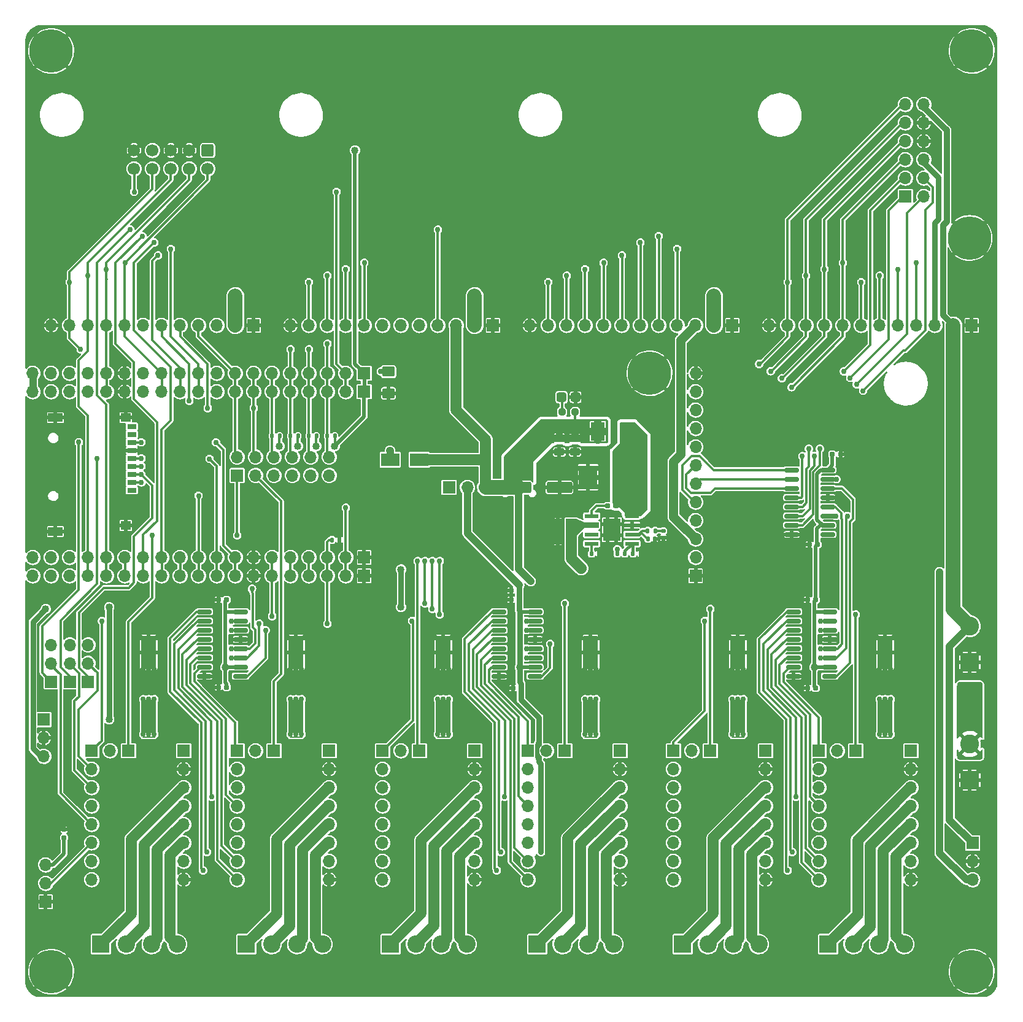
<source format=gbr>
%TF.GenerationSoftware,KiCad,Pcbnew,(5.99.0-13025-gf345eacf13)*%
%TF.CreationDate,2021-10-31T04:57:43-07:00*%
%TF.ProjectId,6_axis_I2S_v1p8s,365f6178-6973-45f4-9932-535f76317038,rev?*%
%TF.SameCoordinates,Original*%
%TF.FileFunction,Copper,L1,Top*%
%TF.FilePolarity,Positive*%
%FSLAX46Y46*%
G04 Gerber Fmt 4.6, Leading zero omitted, Abs format (unit mm)*
G04 Created by KiCad (PCBNEW (5.99.0-13025-gf345eacf13)) date 2021-10-31 04:57:43*
%MOMM*%
%LPD*%
G01*
G04 APERTURE LIST*
G04 Aperture macros list*
%AMRoundRect*
0 Rectangle with rounded corners*
0 $1 Rounding radius*
0 $2 $3 $4 $5 $6 $7 $8 $9 X,Y pos of 4 corners*
0 Add a 4 corners polygon primitive as box body*
4,1,4,$2,$3,$4,$5,$6,$7,$8,$9,$2,$3,0*
0 Add four circle primitives for the rounded corners*
1,1,$1+$1,$2,$3*
1,1,$1+$1,$4,$5*
1,1,$1+$1,$6,$7*
1,1,$1+$1,$8,$9*
0 Add four rect primitives between the rounded corners*
20,1,$1+$1,$2,$3,$4,$5,0*
20,1,$1+$1,$4,$5,$6,$7,0*
20,1,$1+$1,$6,$7,$8,$9,0*
20,1,$1+$1,$8,$9,$2,$3,0*%
G04 Aperture macros list end*
%TA.AperFunction,ComponentPad*%
%ADD10R,1.700000X1.700000*%
%TD*%
%TA.AperFunction,ComponentPad*%
%ADD11O,1.700000X1.700000*%
%TD*%
%TA.AperFunction,ComponentPad*%
%ADD12R,2.400000X2.400000*%
%TD*%
%TA.AperFunction,ComponentPad*%
%ADD13C,2.400000*%
%TD*%
%TA.AperFunction,SMDPad,CuDef*%
%ADD14RoundRect,0.155000X-0.212500X-0.155000X0.212500X-0.155000X0.212500X0.155000X-0.212500X0.155000X0*%
%TD*%
%TA.AperFunction,SMDPad,CuDef*%
%ADD15R,1.300000X0.685800*%
%TD*%
%TA.AperFunction,SMDPad,CuDef*%
%ADD16R,2.000000X1.200000*%
%TD*%
%TA.AperFunction,SMDPad,CuDef*%
%ADD17R,1.400000X1.200000*%
%TD*%
%TA.AperFunction,SMDPad,CuDef*%
%ADD18R,1.400000X1.193800*%
%TD*%
%TA.AperFunction,SMDPad,CuDef*%
%ADD19RoundRect,0.155000X0.212500X0.155000X-0.212500X0.155000X-0.212500X-0.155000X0.212500X-0.155000X0*%
%TD*%
%TA.AperFunction,SMDPad,CuDef*%
%ADD20RoundRect,0.155000X-0.155000X0.212500X-0.155000X-0.212500X0.155000X-0.212500X0.155000X0.212500X0*%
%TD*%
%TA.AperFunction,SMDPad,CuDef*%
%ADD21RoundRect,0.150000X-0.825000X-0.150000X0.825000X-0.150000X0.825000X0.150000X-0.825000X0.150000X0*%
%TD*%
%TA.AperFunction,ConnectorPad*%
%ADD22C,6.000000*%
%TD*%
%TA.AperFunction,ComponentPad*%
%ADD23C,3.900000*%
%TD*%
%TA.AperFunction,SMDPad,CuDef*%
%ADD24RoundRect,0.140000X0.140000X0.170000X-0.140000X0.170000X-0.140000X-0.170000X0.140000X-0.170000X0*%
%TD*%
%TA.AperFunction,SMDPad,CuDef*%
%ADD25RoundRect,0.140000X0.170000X-0.140000X0.170000X0.140000X-0.170000X0.140000X-0.170000X-0.140000X0*%
%TD*%
%TA.AperFunction,ComponentPad*%
%ADD26R,2.600000X2.600000*%
%TD*%
%TA.AperFunction,ComponentPad*%
%ADD27C,2.600000*%
%TD*%
%TA.AperFunction,SMDPad,CuDef*%
%ADD28RoundRect,0.250001X0.799999X-2.049999X0.799999X2.049999X-0.799999X2.049999X-0.799999X-2.049999X0*%
%TD*%
%TA.AperFunction,SMDPad,CuDef*%
%ADD29R,1.910000X0.610000*%
%TD*%
%TA.AperFunction,SMDPad,CuDef*%
%ADD30R,1.205000X1.550000*%
%TD*%
%TA.AperFunction,SMDPad,CuDef*%
%ADD31R,2.500000X1.800000*%
%TD*%
%TA.AperFunction,SMDPad,CuDef*%
%ADD32RoundRect,0.237500X0.250000X0.237500X-0.250000X0.237500X-0.250000X-0.237500X0.250000X-0.237500X0*%
%TD*%
%TA.AperFunction,SMDPad,CuDef*%
%ADD33R,2.500000X3.300000*%
%TD*%
%TA.AperFunction,SMDPad,CuDef*%
%ADD34RoundRect,0.135000X0.135000X0.185000X-0.135000X0.185000X-0.135000X-0.185000X0.135000X-0.185000X0*%
%TD*%
%TA.AperFunction,ComponentPad*%
%ADD35RoundRect,0.250000X-0.600000X0.600000X-0.600000X-0.600000X0.600000X-0.600000X0.600000X0.600000X0*%
%TD*%
%TA.AperFunction,ComponentPad*%
%ADD36C,1.700000*%
%TD*%
%TA.AperFunction,SMDPad,CuDef*%
%ADD37RoundRect,0.250000X-1.500000X-0.550000X1.500000X-0.550000X1.500000X0.550000X-1.500000X0.550000X0*%
%TD*%
%TA.AperFunction,SMDPad,CuDef*%
%ADD38RoundRect,0.250000X-0.250000X-0.475000X0.250000X-0.475000X0.250000X0.475000X-0.250000X0.475000X0*%
%TD*%
%TA.AperFunction,SMDPad,CuDef*%
%ADD39RoundRect,0.250001X-0.624999X0.462499X-0.624999X-0.462499X0.624999X-0.462499X0.624999X0.462499X0*%
%TD*%
%TA.AperFunction,SMDPad,CuDef*%
%ADD40RoundRect,0.250000X0.475000X-0.250000X0.475000X0.250000X-0.475000X0.250000X-0.475000X-0.250000X0*%
%TD*%
%TA.AperFunction,SMDPad,CuDef*%
%ADD41RoundRect,0.250000X0.412500X0.400000X-0.412500X0.400000X-0.412500X-0.400000X0.412500X-0.400000X0*%
%TD*%
%TA.AperFunction,SMDPad,CuDef*%
%ADD42RoundRect,0.135000X-0.135000X-0.185000X0.135000X-0.185000X0.135000X0.185000X-0.135000X0.185000X0*%
%TD*%
%TA.AperFunction,SMDPad,CuDef*%
%ADD43R,1.900000X2.500000*%
%TD*%
%TA.AperFunction,ViaPad*%
%ADD44C,0.762000*%
%TD*%
%TA.AperFunction,ViaPad*%
%ADD45C,1.016000*%
%TD*%
%TA.AperFunction,ViaPad*%
%ADD46C,1.524000*%
%TD*%
%TA.AperFunction,Conductor*%
%ADD47C,0.812800*%
%TD*%
%TA.AperFunction,Conductor*%
%ADD48C,0.304800*%
%TD*%
%TA.AperFunction,Conductor*%
%ADD49C,0.762000*%
%TD*%
%TA.AperFunction,Conductor*%
%ADD50C,1.270000*%
%TD*%
%TA.AperFunction,Conductor*%
%ADD51C,1.524000*%
%TD*%
%TA.AperFunction,Conductor*%
%ADD52C,1.016000*%
%TD*%
%TA.AperFunction,Conductor*%
%ADD53C,2.032000*%
%TD*%
%TA.AperFunction,Conductor*%
%ADD54C,0.508000*%
%TD*%
%TA.AperFunction,Conductor*%
%ADD55C,0.381000*%
%TD*%
G04 APERTURE END LIST*
D10*
%TO.P,J18,1,Pin_1*%
%TO.N,/X_DIAG1*%
X110744000Y-99187000D03*
D11*
%TO.P,J18,2,Pin_2*%
%TO.N,/X_LIMIT*%
X110744000Y-96647000D03*
%TO.P,J18,3,Pin_3*%
%TO.N,/Y_DIAG1*%
X113284000Y-99187000D03*
%TO.P,J18,4,Pin_4*%
%TO.N,/Y_LIMIT*%
X113284000Y-96647000D03*
%TO.P,J18,5,Pin_5*%
%TO.N,/Z_DIAG1*%
X115824000Y-99187000D03*
%TO.P,J18,6,Pin_6*%
%TO.N,/Z_LIMIT*%
X115824000Y-96647000D03*
%TO.P,J18,7,Pin_7*%
%TO.N,/A_DIAG1*%
X118364000Y-99187000D03*
%TO.P,J18,8,Pin_8*%
%TO.N,/A_LIMIT*%
X118364000Y-96647000D03*
%TO.P,J18,9,Pin_9*%
%TO.N,/B_DIAG1*%
X120904000Y-99187000D03*
%TO.P,J18,10,Pin_10*%
%TO.N,/B_LIMIT*%
X120904000Y-96647000D03*
%TO.P,J18,11,Pin_11*%
%TO.N,/C_DIAG1*%
X123444000Y-99187000D03*
%TO.P,J18,12,Pin_12*%
%TO.N,/C_LIMIT*%
X123444000Y-96647000D03*
%TD*%
D12*
%TO.P,TB3,1,Pin_1*%
%TO.N,Net-(J14-Pad3)*%
X131910000Y-163830000D03*
D13*
%TO.P,TB3,2,Pin_2*%
%TO.N,Net-(J14-Pad4)*%
X135410000Y-163830000D03*
%TO.P,TB3,3,Pin_3*%
%TO.N,Net-(J14-Pad5)*%
X138910000Y-163830000D03*
%TO.P,TB3,4,Pin_4*%
%TO.N,Net-(J14-Pad6)*%
X142410000Y-163830000D03*
%TD*%
D12*
%TO.P,TB6,1,Pin_1*%
%TO.N,Net-(J21-Pad3)*%
X172212000Y-163830000D03*
D13*
%TO.P,TB6,2,Pin_2*%
%TO.N,Net-(J21-Pad4)*%
X175712000Y-163830000D03*
%TO.P,TB6,3,Pin_3*%
%TO.N,Net-(J21-Pad5)*%
X179212000Y-163830000D03*
%TO.P,TB6,4,Pin_4*%
%TO.N,Net-(J21-Pad6)*%
X182712000Y-163830000D03*
%TD*%
D10*
%TO.P,J9,1,Pin_1*%
%TO.N,/Y_ENABLE*%
X110744000Y-137160000D03*
D11*
%TO.P,J9,2,Pin_2*%
%TO.N,/MS1*%
X110744000Y-139700000D03*
%TO.P,J9,3,Pin_3*%
%TO.N,/MS2*%
X110744000Y-142240000D03*
%TO.P,J9,4,Pin_4*%
%TO.N,/Y_CS*%
X110744000Y-144780000D03*
%TO.P,J9,5,Pin_5*%
%TO.N,/STEP_RESET*%
X110744000Y-147320000D03*
%TO.P,J9,6,Pin_6*%
%TO.N,/STEP_SLEEP*%
X110744000Y-149860000D03*
%TO.P,J9,7,Pin_7*%
%TO.N,/Y_STEP*%
X110744000Y-152400000D03*
%TO.P,J9,8,Pin_8*%
%TO.N,/Y_DIR*%
X110744000Y-154940000D03*
%TD*%
D14*
%TO.P,C15,1*%
%TO.N,Net-(C15-Pad1)*%
X161865500Y-103378000D03*
%TO.P,C15,2*%
%TO.N,Net-(C15-Pad2)*%
X163000500Y-103378000D03*
%TD*%
D15*
%TO.P,SD1,1,DAT2_(RSV)*%
%TO.N,unconnected-(SD1-Pad1)*%
X96204000Y-101227000D03*
%TO.P,SD1,2,CDDAT3_(CS)*%
%TO.N,/CS_SD*%
X96204000Y-100127000D03*
%TO.P,SD1,3,CMD_(DI)*%
%TO.N,/MOSI*%
X96204000Y-99027000D03*
%TO.P,SD1,4,VDD*%
%TO.N,+3V3*%
X96204000Y-97927000D03*
%TO.P,SD1,5,CLK_(CLK)*%
%TO.N,/SCK*%
X96204000Y-96827000D03*
%TO.P,SD1,6,VSS*%
%TO.N,GND*%
X96204000Y-95727000D03*
%TO.P,SD1,7,DATA_(DO)*%
%TO.N,/MISO*%
X96204000Y-94627000D03*
%TO.P,SD1,8,DAT1_(RSV)*%
%TO.N,unconnected-(SD1-Pad8)*%
X96204000Y-93527000D03*
%TO.P,SD1,9,CD*%
%TO.N,unconnected-(SD1-Pad9)*%
X96204000Y-92427000D03*
D16*
%TO.P,SD1,10,GND@1*%
%TO.N,GND*%
X85654000Y-106947000D03*
D17*
%TO.P,SD1,11,GND@2*%
X95354000Y-106107000D03*
D18*
%TO.P,SD1,12,GND@3*%
X95354000Y-91217000D03*
D16*
%TO.P,SD1,13,GND@4*%
X85654000Y-91217000D03*
%TD*%
D10*
%TO.P,J13,1,Pin_1*%
%TO.N,/Z_ENABLE*%
X130810000Y-137160000D03*
D11*
%TO.P,J13,2,Pin_2*%
%TO.N,/MS1*%
X130810000Y-139700000D03*
%TO.P,J13,3,Pin_3*%
%TO.N,/MS2*%
X130810000Y-142240000D03*
%TO.P,J13,4,Pin_4*%
%TO.N,/Z_CS*%
X130810000Y-144780000D03*
%TO.P,J13,5,Pin_5*%
%TO.N,/STEP_RESET*%
X130810000Y-147320000D03*
%TO.P,J13,6,Pin_6*%
%TO.N,/STEP_SLEEP*%
X130810000Y-149860000D03*
%TO.P,J13,7,Pin_7*%
%TO.N,/Z_STEP*%
X130810000Y-152400000D03*
%TO.P,J13,8,Pin_8*%
%TO.N,/Z_DIR*%
X130810000Y-154940000D03*
%TD*%
D19*
%TO.P,C1,1*%
%TO.N,VCC*%
X109279500Y-116332000D03*
%TO.P,C1,2*%
%TO.N,GND*%
X108144500Y-116332000D03*
%TD*%
D20*
%TO.P,C5,1*%
%TO.N,GND*%
X86868000Y-148022500D03*
%TO.P,C5,2*%
%TO.N,VCC*%
X86868000Y-149157500D03*
%TD*%
D10*
%TO.P,J24,1,Pin_1*%
%TO.N,+12V*%
X84074000Y-132857000D03*
D11*
%TO.P,J24,2,Pin_2*%
%TO.N,GND*%
X84074000Y-135397000D03*
%TO.P,J24,3,Pin_3*%
%TO.N,+5V*%
X84074000Y-137937000D03*
%TD*%
D12*
%TO.P,TB5,1,Pin_1*%
%TO.N,Net-(J17-Pad3)*%
X152146000Y-163830000D03*
D13*
%TO.P,TB5,2,Pin_2*%
%TO.N,Net-(J17-Pad4)*%
X155646000Y-163830000D03*
%TO.P,TB5,3,Pin_3*%
%TO.N,Net-(J17-Pad5)*%
X159146000Y-163830000D03*
%TO.P,TB5,4,Pin_4*%
%TO.N,Net-(J17-Pad6)*%
X162646000Y-163830000D03*
%TD*%
D21*
%TO.P,U1,1,QB*%
%TO.N,/X_DIR*%
X106237000Y-117983000D03*
%TO.P,U1,2,QC*%
%TO.N,/X_STEP*%
X106237000Y-119253000D03*
%TO.P,U1,3,QD*%
%TO.N,/X_CS*%
X106237000Y-120523000D03*
%TO.P,U1,4,QE*%
%TO.N,/Y_DIR*%
X106237000Y-121793000D03*
%TO.P,U1,5,QF*%
%TO.N,/Y_STEP*%
X106237000Y-123063000D03*
%TO.P,U1,6,QG*%
%TO.N,/Y_CS*%
X106237000Y-124333000D03*
%TO.P,U1,7,QH*%
%TO.N,/Y_ENABLE*%
X106237000Y-125603000D03*
%TO.P,U1,8,GND*%
%TO.N,GND*%
X106237000Y-126873000D03*
%TO.P,U1,9,QH'*%
%TO.N,Net-(U1-Pad9)*%
X111187000Y-126873000D03*
%TO.P,U1,10,~{SRCLR}*%
%TO.N,VCC*%
X111187000Y-125603000D03*
%TO.P,U1,11,SRCLK*%
%TO.N,/I2S_BCK*%
X111187000Y-124333000D03*
%TO.P,U1,12,RCLK*%
%TO.N,/I2S_WS*%
X111187000Y-123063000D03*
%TO.P,U1,13,~{OE}*%
%TO.N,GND*%
X111187000Y-121793000D03*
%TO.P,U1,14,SER*%
%TO.N,/I2S_DATA*%
X111187000Y-120523000D03*
%TO.P,U1,15,QA*%
%TO.N,/X_ENABLE*%
X111187000Y-119253000D03*
%TO.P,U1,16,VCC*%
%TO.N,VCC*%
X111187000Y-117983000D03*
%TD*%
D10*
%TO.P,MOD3,1,GND*%
%TO.N,GND*%
X179070000Y-78486000D03*
D11*
%TO.P,MOD3,2,12V*%
%TO.N,+12V*%
X176530000Y-78486000D03*
%TO.P,MOD3,3,5V*%
%TO.N,+5V*%
X173990000Y-78486000D03*
%TO.P,MOD3,4,1*%
%TO.N,/GPIO26*%
X171450000Y-78486000D03*
%TO.P,MOD3,5,2*%
%TO.N,/GPIO4*%
X168910000Y-78486000D03*
%TO.P,MOD3,6,3*%
%TO.N,/GPIO16*%
X166370000Y-78486000D03*
%TO.P,MOD3,7,4*%
%TO.N,/GPIO27*%
X163830000Y-78486000D03*
%TO.P,MOD3,8,5*%
%TO.N,/GPIO14*%
X161290000Y-78486000D03*
%TO.P,MOD3,9,6*%
%TO.N,/GPIO13*%
X158750000Y-78486000D03*
%TO.P,MOD3,10,7*%
%TO.N,/GPIO15*%
X156210000Y-78486000D03*
%TO.P,MOD3,11,8*%
%TO.N,/GPIO12*%
X153670000Y-78486000D03*
%TO.P,MOD3,12,GND*%
%TO.N,GND*%
X151130000Y-78486000D03*
%TD*%
D10*
%TO.P,J1,1,Pin_1*%
%TO.N,/X_DIAG1*%
X95758000Y-137160000D03*
D11*
%TO.P,J1,2,Pin_2*%
%TO.N,unconnected-(J1-Pad2)*%
X93218000Y-137160000D03*
%TD*%
D10*
%TO.P,J2,1,Pin_1*%
%TO.N,/X_ENABLE*%
X90678000Y-137160000D03*
D11*
%TO.P,J2,2,Pin_2*%
%TO.N,/MS1*%
X90678000Y-139700000D03*
%TO.P,J2,3,Pin_3*%
%TO.N,/MS2*%
X90678000Y-142240000D03*
%TO.P,J2,4,Pin_4*%
%TO.N,/X_CS*%
X90678000Y-144780000D03*
%TO.P,J2,5,Pin_5*%
%TO.N,/STEP_RESET*%
X90678000Y-147320000D03*
%TO.P,J2,6,Pin_6*%
%TO.N,/STEP_SLEEP*%
X90678000Y-149860000D03*
%TO.P,J2,7,Pin_7*%
%TO.N,/X_STEP*%
X90678000Y-152400000D03*
%TO.P,J2,8,Pin_8*%
%TO.N,/X_DIR*%
X90678000Y-154940000D03*
%TD*%
D12*
%TO.P,TB7,1,Pin_1*%
%TO.N,Net-(J28-Pad3)*%
X192278000Y-163830000D03*
D13*
%TO.P,TB7,2,Pin_2*%
%TO.N,Net-(J28-Pad4)*%
X195778000Y-163830000D03*
%TO.P,TB7,3,Pin_3*%
%TO.N,Net-(J28-Pad5)*%
X199278000Y-163830000D03*
%TO.P,TB7,4,Pin_4*%
%TO.N,Net-(J28-Pad6)*%
X202778000Y-163830000D03*
%TD*%
D21*
%TO.P,U3,1,QB*%
%TO.N,/B_DIR*%
X187517000Y-117983000D03*
%TO.P,U3,2,QC*%
%TO.N,/B_STEP*%
X187517000Y-119253000D03*
%TO.P,U3,3,QD*%
%TO.N,/B_CS*%
X187517000Y-120523000D03*
%TO.P,U3,4,QE*%
%TO.N,/C_DIR*%
X187517000Y-121793000D03*
%TO.P,U3,5,QF*%
%TO.N,/C_STEP*%
X187517000Y-123063000D03*
%TO.P,U3,6,QG*%
%TO.N,/C_CS*%
X187517000Y-124333000D03*
%TO.P,U3,7,QH*%
%TO.N,/C_ENABLE*%
X187517000Y-125603000D03*
%TO.P,U3,8,GND*%
%TO.N,GND*%
X187517000Y-126873000D03*
%TO.P,U3,9,QH'*%
%TO.N,Net-(U3-Pad9)*%
X192467000Y-126873000D03*
%TO.P,U3,10,~{SRCLR}*%
%TO.N,VCC*%
X192467000Y-125603000D03*
%TO.P,U3,11,SRCLK*%
%TO.N,/I2S_BCK*%
X192467000Y-124333000D03*
%TO.P,U3,12,RCLK*%
%TO.N,/I2S_WS*%
X192467000Y-123063000D03*
%TO.P,U3,13,~{OE}*%
%TO.N,GND*%
X192467000Y-121793000D03*
%TO.P,U3,14,SER*%
%TO.N,Net-(U2-Pad9)*%
X192467000Y-120523000D03*
%TO.P,U3,15,QA*%
%TO.N,/B_ENABLE*%
X192467000Y-119253000D03*
%TO.P,U3,16,VCC*%
%TO.N,VCC*%
X192467000Y-117983000D03*
%TD*%
D22*
%TO.P,MH2,1,1*%
%TO.N,GND*%
X212090000Y-40640000D03*
D23*
X212090000Y-40640000D03*
%TD*%
D22*
%TO.P,MH6,1,1*%
%TO.N,GND*%
X211782500Y-66426066D03*
D23*
X211782500Y-66426066D03*
%TD*%
D10*
%TO.P,MOD4,1,GND*%
%TO.N,GND*%
X212090000Y-78486000D03*
D11*
%TO.P,MOD4,2,12V*%
%TO.N,+12V*%
X209550000Y-78486000D03*
%TO.P,MOD4,3,5V*%
%TO.N,+5V*%
X207010000Y-78486000D03*
%TO.P,MOD4,4,1*%
%TO.N,/GPIO14*%
X204470000Y-78486000D03*
%TO.P,MOD4,5,2*%
%TO.N,/GPIO13*%
X201930000Y-78486000D03*
%TO.P,MOD4,6,3*%
%TO.N,/GPIO15*%
X199390000Y-78486000D03*
%TO.P,MOD4,7,4*%
%TO.N,/GPIO12*%
X196850000Y-78486000D03*
%TO.P,MOD4,8,5*%
%TO.N,/GPIO14*%
X194310000Y-78486000D03*
%TO.P,MOD4,9,6*%
%TO.N,/GPIO13*%
X191770000Y-78486000D03*
%TO.P,MOD4,10,7*%
%TO.N,/GPIO15*%
X189230000Y-78486000D03*
%TO.P,MOD4,11,8*%
%TO.N,/GPIO12*%
X186690000Y-78486000D03*
%TO.P,MOD4,12,GND*%
%TO.N,GND*%
X184150000Y-78486000D03*
%TD*%
D24*
%TO.P,C21,1*%
%TO.N,GND*%
X168374000Y-107950000D03*
%TO.P,C21,2*%
%TO.N,Net-(C21-Pad2)*%
X167414000Y-107950000D03*
%TD*%
D10*
%TO.P,JP1,1,A*%
%TO.N,/MOSI*%
X90170000Y-127635000D03*
D11*
%TO.P,JP1,2,C*%
%TO.N,/MS1*%
X90170000Y-125095000D03*
%TO.P,JP1,3,B*%
%TO.N,VCC*%
X90170000Y-122555000D03*
%TD*%
D25*
%TO.P,C23,1*%
%TO.N,GND*%
X169545000Y-107795000D03*
%TO.P,C23,2*%
%TO.N,Net-(C23-Pad2)*%
X169545000Y-106835000D03*
%TD*%
D26*
%TO.P,TB4,1,Pin_1*%
%TO.N,GND*%
X211836000Y-141224000D03*
D27*
%TO.P,TB4,2,Pin_2*%
%TO.N,VMOT*%
X211836000Y-136224000D03*
%TD*%
D28*
%TO.P,C12,1*%
%TO.N,VMOT*%
X118872000Y-132416000D03*
%TO.P,C12,2*%
%TO.N,GND*%
X118872000Y-123616000D03*
%TD*%
D29*
%TO.P,U5,1,BOOT*%
%TO.N,Net-(C15-Pad1)*%
X159653000Y-104775000D03*
%TO.P,U5,2,VIN*%
%TO.N,+12V*%
X159653000Y-106045000D03*
%TO.P,U5,3,EN*%
%TO.N,unconnected-(U5-Pad3)*%
X159653000Y-107315000D03*
%TO.P,U5,4,RT/CLK*%
%TO.N,Net-(R3-Pad2)*%
X159653000Y-108585000D03*
%TO.P,U5,5,FB*%
%TO.N,Net-(R2-Pad1)*%
X165213000Y-108585000D03*
%TO.P,U5,6,COMP*%
%TO.N,Net-(C21-Pad2)*%
X165213000Y-107315000D03*
%TO.P,U5,7,GND*%
%TO.N,GND*%
X165213000Y-106045000D03*
%TO.P,U5,8,SW*%
%TO.N,Net-(C15-Pad2)*%
X165213000Y-104775000D03*
D30*
%TO.P,U5,9,GNDPAD*%
%TO.N,GND*%
X163035500Y-105905000D03*
X161830500Y-105905000D03*
X161830500Y-107455000D03*
X163035500Y-107455000D03*
%TD*%
D28*
%TO.P,C22,1*%
%TO.N,VMOT*%
X159512000Y-132416000D03*
%TO.P,C22,2*%
%TO.N,GND*%
X159512000Y-123616000D03*
%TD*%
D10*
%TO.P,J20,1,Pin_1*%
%TO.N,/B_ENABLE*%
X170942000Y-137160000D03*
D11*
%TO.P,J20,2,Pin_2*%
%TO.N,/MS1*%
X170942000Y-139700000D03*
%TO.P,J20,3,Pin_3*%
%TO.N,/MS2*%
X170942000Y-142240000D03*
%TO.P,J20,4,Pin_4*%
%TO.N,/B_CS*%
X170942000Y-144780000D03*
%TO.P,J20,5,Pin_5*%
%TO.N,/STEP_RESET*%
X170942000Y-147320000D03*
%TO.P,J20,6,Pin_6*%
%TO.N,/STEP_SLEEP*%
X170942000Y-149860000D03*
%TO.P,J20,7,Pin_7*%
%TO.N,/B_STEP*%
X170942000Y-152400000D03*
%TO.P,J20,8,Pin_8*%
%TO.N,/B_DIR*%
X170942000Y-154940000D03*
%TD*%
D10*
%TO.P,J23,1,Pin_1*%
%TO.N,+12V*%
X212217000Y-149875000D03*
D11*
%TO.P,J23,2,Pin_2*%
%TO.N,GND*%
X212217000Y-152415000D03*
%TO.P,J23,3,Pin_3*%
%TO.N,+5V*%
X212217000Y-154955000D03*
%TD*%
D31*
%TO.P,D1,1,K*%
%TO.N,Net-(D1-Pad1)*%
X131858000Y-97028000D03*
%TO.P,D1,2,A*%
%TO.N,+5V*%
X135858000Y-97028000D03*
%TD*%
D32*
%TO.P,R10,1*%
%TO.N,+5V*%
X157376500Y-90424000D03*
%TO.P,R10,2*%
%TO.N,Net-(LED1-Pad2)*%
X155551500Y-90424000D03*
%TD*%
D33*
%TO.P,D2,1,K*%
%TO.N,Net-(C15-Pad2)*%
X165960000Y-99441000D03*
%TO.P,D2,2,A*%
%TO.N,GND*%
X159160000Y-99441000D03*
%TD*%
D34*
%TO.P,R8,1*%
%TO.N,+3V3*%
X121668000Y-93726000D03*
%TO.P,R8,2*%
%TO.N,/B_LIMIT*%
X120648000Y-93726000D03*
%TD*%
D35*
%TO.P,J11,1,Pin_1*%
%TO.N,+3V3*%
X106680000Y-54356000D03*
D36*
%TO.P,J11,2,Pin_2*%
%TO.N,/GPIO14*%
X106680000Y-56896000D03*
%TO.P,J11,3,Pin_3*%
%TO.N,GND*%
X104140000Y-54356000D03*
%TO.P,J11,4,Pin_4*%
%TO.N,/GPIO13*%
X104140000Y-56896000D03*
%TO.P,J11,5,Pin_5*%
%TO.N,GND*%
X101600000Y-54356000D03*
%TO.P,J11,6,Pin_6*%
%TO.N,/GPIO15*%
X101600000Y-56896000D03*
%TO.P,J11,7,Pin_7*%
%TO.N,unconnected-(J11-Pad7)*%
X99060000Y-54356000D03*
%TO.P,J11,8,Pin_8*%
%TO.N,/GPIO12*%
X99060000Y-56896000D03*
%TO.P,J11,9,Pin_9*%
%TO.N,GND*%
X96520000Y-54356000D03*
%TO.P,J11,10,Pin_10*%
%TO.N,/EN*%
X96520000Y-56896000D03*
%TD*%
D37*
%TO.P,C20,1*%
%TO.N,+5V*%
X149600000Y-100838000D03*
%TO.P,C20,2*%
%TO.N,GND*%
X155200000Y-100838000D03*
%TD*%
D10*
%TO.P,J21,1,Pin_1*%
%TO.N,VMOT*%
X183642000Y-137160000D03*
D11*
%TO.P,J21,2,Pin_2*%
%TO.N,GND*%
X183642000Y-139700000D03*
%TO.P,J21,3,Pin_3*%
%TO.N,Net-(J21-Pad3)*%
X183642000Y-142240000D03*
%TO.P,J21,4,Pin_4*%
%TO.N,Net-(J21-Pad4)*%
X183642000Y-144780000D03*
%TO.P,J21,5,Pin_5*%
%TO.N,Net-(J21-Pad5)*%
X183642000Y-147320000D03*
%TO.P,J21,6,Pin_6*%
%TO.N,Net-(J21-Pad6)*%
X183642000Y-149860000D03*
%TO.P,J21,7,Pin_7*%
%TO.N,VCC*%
X183642000Y-152400000D03*
%TO.P,J21,8,Pin_8*%
%TO.N,GND*%
X183642000Y-154940000D03*
%TD*%
D38*
%TO.P,C17,1*%
%TO.N,GND*%
X155006000Y-107950000D03*
%TO.P,C17,2*%
%TO.N,+12V*%
X156906000Y-107950000D03*
%TD*%
D10*
%TO.P,J4,1,Pin_1*%
%TO.N,+3V3*%
X128270000Y-85090000D03*
D11*
%TO.P,J4,2,Pin_2*%
%TO.N,/EN*%
X125730000Y-85090000D03*
%TO.P,J4,3,Pin_3*%
%TO.N,/C_LIMIT*%
X123190000Y-85090000D03*
%TO.P,J4,4,Pin_4*%
%TO.N,/B_LIMIT*%
X120650000Y-85090000D03*
%TO.P,J4,5,Pin_5*%
%TO.N,/A_LIMIT*%
X118110000Y-85090000D03*
%TO.P,J4,6,Pin_6*%
%TO.N,/Z_LIMIT*%
X115570000Y-85090000D03*
%TO.P,J4,7,Pin_7*%
%TO.N,/Y_LIMIT*%
X113030000Y-85090000D03*
%TO.P,J4,8,Pin_8*%
%TO.N,/X_LIMIT*%
X110490000Y-85090000D03*
%TO.P,J4,9,Pin_9*%
%TO.N,/GPIO25*%
X107950000Y-85090000D03*
%TO.P,J4,10,Pin_10*%
%TO.N,/GPIO26*%
X105410000Y-85090000D03*
%TO.P,J4,11,Pin_11*%
%TO.N,/GPIO27*%
X102870000Y-85090000D03*
%TO.P,J4,12,Pin_12*%
%TO.N,/GPIO14*%
X100330000Y-85090000D03*
%TO.P,J4,13,Pin_13*%
%TO.N,/GPIO12*%
X97790000Y-85090000D03*
%TO.P,J4,14,Pin_14*%
%TO.N,GND*%
X95250000Y-85090000D03*
%TO.P,J4,15,Pin_15*%
%TO.N,/GPIO13*%
X92710000Y-85090000D03*
%TO.P,J4,16,Pin_16*%
%TO.N,unconnected-(J4-Pad16)*%
X90170000Y-85090000D03*
%TO.P,J4,17,Pin_17*%
%TO.N,unconnected-(J4-Pad17)*%
X87630000Y-85090000D03*
%TO.P,J4,18,Pin_18*%
%TO.N,unconnected-(J4-Pad18)*%
X85090000Y-85090000D03*
%TO.P,J4,19,Pin_19*%
%TO.N,Net-(D1-Pad1)*%
X82550000Y-85090000D03*
%TD*%
D10*
%TO.P,J14,1,Pin_1*%
%TO.N,VMOT*%
X143510000Y-137160000D03*
D11*
%TO.P,J14,2,Pin_2*%
%TO.N,GND*%
X143510000Y-139700000D03*
%TO.P,J14,3,Pin_3*%
%TO.N,Net-(J14-Pad3)*%
X143510000Y-142240000D03*
%TO.P,J14,4,Pin_4*%
%TO.N,Net-(J14-Pad4)*%
X143510000Y-144780000D03*
%TO.P,J14,5,Pin_5*%
%TO.N,Net-(J14-Pad5)*%
X143510000Y-147320000D03*
%TO.P,J14,6,Pin_6*%
%TO.N,Net-(J14-Pad6)*%
X143510000Y-149860000D03*
%TO.P,J14,7,Pin_7*%
%TO.N,VCC*%
X143510000Y-152400000D03*
%TO.P,J14,8,Pin_8*%
%TO.N,GND*%
X143510000Y-154940000D03*
%TD*%
D10*
%TO.P,J28,1,Pin_1*%
%TO.N,VMOT*%
X203708000Y-137160000D03*
D11*
%TO.P,J28,2,Pin_2*%
%TO.N,GND*%
X203708000Y-139700000D03*
%TO.P,J28,3,Pin_3*%
%TO.N,Net-(J28-Pad3)*%
X203708000Y-142240000D03*
%TO.P,J28,4,Pin_4*%
%TO.N,Net-(J28-Pad4)*%
X203708000Y-144780000D03*
%TO.P,J28,5,Pin_5*%
%TO.N,Net-(J28-Pad5)*%
X203708000Y-147320000D03*
%TO.P,J28,6,Pin_6*%
%TO.N,Net-(J28-Pad6)*%
X203708000Y-149860000D03*
%TO.P,J28,7,Pin_7*%
%TO.N,VCC*%
X203708000Y-152400000D03*
%TO.P,J28,8,Pin_8*%
%TO.N,GND*%
X203708000Y-154940000D03*
%TD*%
D26*
%TO.P,TB8,1,Pin_1*%
%TO.N,GND*%
X211836000Y-124968000D03*
D27*
%TO.P,TB8,2,Pin_2*%
%TO.N,+12V*%
X211836000Y-119968000D03*
%TD*%
D39*
%TO.P,C8,1*%
%TO.N,/EN*%
X131606112Y-84872500D03*
%TO.P,C8,2*%
%TO.N,GND*%
X131606112Y-87847500D03*
%TD*%
D38*
%TO.P,C16,1*%
%TO.N,GND*%
X155006000Y-105918000D03*
%TO.P,C16,2*%
%TO.N,+12V*%
X156906000Y-105918000D03*
%TD*%
D34*
%TO.P,R3,1*%
%TO.N,GND*%
X160657000Y-109982000D03*
%TO.P,R3,2*%
%TO.N,Net-(R3-Pad2)*%
X159637000Y-109982000D03*
%TD*%
D22*
%TO.P,MH3,1,1*%
%TO.N,GND*%
X85090000Y-40640000D03*
D23*
X85090000Y-40640000D03*
%TD*%
D19*
%TO.P,C11,1*%
%TO.N,VCC*%
X190559500Y-116332000D03*
%TO.P,C11,2*%
%TO.N,GND*%
X189424500Y-116332000D03*
%TD*%
D10*
%TO.P,MOD1,1,GND*%
%TO.N,GND*%
X113030000Y-78486000D03*
D11*
%TO.P,MOD1,2,12V*%
%TO.N,+12V*%
X110490000Y-78486000D03*
%TO.P,MOD1,3,5V*%
%TO.N,+5V*%
X107950000Y-78486000D03*
%TO.P,MOD1,4,1*%
%TO.N,/X_LIMIT*%
X105410000Y-78486000D03*
%TO.P,MOD1,5,2*%
%TO.N,/Y_LIMIT*%
X102870000Y-78486000D03*
%TO.P,MOD1,6,3*%
%TO.N,/Z_LIMIT*%
X100330000Y-78486000D03*
%TO.P,MOD1,7,4*%
%TO.N,/A_LIMIT*%
X97790000Y-78486000D03*
%TO.P,MOD1,8,5*%
%TO.N,/GPIO14*%
X95250000Y-78486000D03*
%TO.P,MOD1,9,6*%
%TO.N,/GPIO13*%
X92710000Y-78486000D03*
%TO.P,MOD1,10,7*%
%TO.N,/GPIO15*%
X90170000Y-78486000D03*
%TO.P,MOD1,11,8*%
%TO.N,/GPIO12*%
X87630000Y-78486000D03*
%TO.P,MOD1,12,GND*%
%TO.N,GND*%
X85090000Y-78486000D03*
%TD*%
D10*
%TO.P,J5,1,3V3*%
%TO.N,+3V3*%
X128270000Y-87630000D03*
D11*
%TO.P,J5,2,EN*%
%TO.N,/EN*%
X125730000Y-87630000D03*
%TO.P,J5,3,IO36/SENSOR_VP/ADC1_0*%
%TO.N,/C_LIMIT*%
X123190000Y-87630000D03*
%TO.P,J5,4,IO39/SENSOR_VN/ADC1_3*%
%TO.N,/B_LIMIT*%
X120650000Y-87630000D03*
%TO.P,J5,5,IO34/ADC1_6*%
%TO.N,/A_LIMIT*%
X118110000Y-87630000D03*
%TO.P,J5,6,IO35/ADC1_7*%
%TO.N,/Z_LIMIT*%
X115570000Y-87630000D03*
%TO.P,J5,7,IO32/ADC1_4/TP9*%
%TO.N,/Y_LIMIT*%
X113030000Y-87630000D03*
%TO.P,J5,8,IO33/ADC1_5/TP8*%
%TO.N,/X_LIMIT*%
X110490000Y-87630000D03*
%TO.P,J5,9,IO25/ADC2_8/DAC1*%
%TO.N,/GPIO25*%
X107950000Y-87630000D03*
%TO.P,J5,10,IO26/ADC2_9/DAC2*%
%TO.N,/GPIO26*%
X105410000Y-87630000D03*
%TO.P,J5,11,IO27/ADC2_7/TP7*%
%TO.N,/GPIO27*%
X102870000Y-87630000D03*
%TO.P,J5,12,IO14/ADC2_6/TP6/SD_CLK/TMS*%
%TO.N,/GPIO14*%
X100330000Y-87630000D03*
%TO.P,J5,13,IO12/ADC2_5/TP5/SD_D2/TDI*%
%TO.N,/GPIO12*%
X97790000Y-87630000D03*
%TO.P,J5,14,GND1*%
%TO.N,GND*%
X95250000Y-87630000D03*
%TO.P,J5,15,IO13/ADC2_4/TP4/SD_D3/TCK*%
%TO.N,/GPIO13*%
X92710000Y-87630000D03*
%TO.P,J5,16,IO9/RX1/SD_D2*%
%TO.N,unconnected-(J5-Pad16)*%
X90170000Y-87630000D03*
%TO.P,J5,17,IO10/TX1/SD_D3*%
%TO.N,unconnected-(J5-Pad17)*%
X87630000Y-87630000D03*
%TO.P,J5,18,IO11/SD_CMD*%
%TO.N,unconnected-(J5-Pad18)*%
X85090000Y-87630000D03*
%TO.P,J5,19,5V*%
%TO.N,Net-(D1-Pad1)*%
X82550000Y-87630000D03*
%TD*%
D10*
%TO.P,J17,1,Pin_1*%
%TO.N,VMOT*%
X163576000Y-137160000D03*
D11*
%TO.P,J17,2,Pin_2*%
%TO.N,GND*%
X163576000Y-139700000D03*
%TO.P,J17,3,Pin_3*%
%TO.N,Net-(J17-Pad3)*%
X163576000Y-142240000D03*
%TO.P,J17,4,Pin_4*%
%TO.N,Net-(J17-Pad4)*%
X163576000Y-144780000D03*
%TO.P,J17,5,Pin_5*%
%TO.N,Net-(J17-Pad5)*%
X163576000Y-147320000D03*
%TO.P,J17,6,Pin_6*%
%TO.N,Net-(J17-Pad6)*%
X163576000Y-149860000D03*
%TO.P,J17,7,Pin_7*%
%TO.N,VCC*%
X163576000Y-152400000D03*
%TO.P,J17,8,Pin_8*%
%TO.N,GND*%
X163576000Y-154940000D03*
%TD*%
D34*
%TO.P,R2,1*%
%TO.N,Net-(R2-Pad1)*%
X164213000Y-109982000D03*
%TO.P,R2,2*%
%TO.N,+5V*%
X163193000Y-109982000D03*
%TD*%
D10*
%TO.P,J7,1,Pin_1*%
%TO.N,GND*%
X128270000Y-110490000D03*
D11*
%TO.P,J7,2,Pin_2*%
%TO.N,/MOSI*%
X125730000Y-110490000D03*
%TO.P,J7,3,Pin_3*%
%TO.N,/I2S_BCK*%
X123190000Y-110490000D03*
%TO.P,J7,4,Pin_4*%
%TO.N,Net-(J6-Pad4)*%
X120650000Y-110490000D03*
%TO.P,J7,5,Pin_5*%
%TO.N,Net-(J6-Pad5)*%
X118110000Y-110490000D03*
%TO.P,J7,6,Pin_6*%
%TO.N,/I2S_DATA*%
X115570000Y-110490000D03*
%TO.P,J7,7,Pin_7*%
%TO.N,GND*%
X113030000Y-110490000D03*
%TO.P,J7,8,Pin_8*%
%TO.N,/MISO*%
X110490000Y-110490000D03*
%TO.P,J7,9,Pin_9*%
%TO.N,/SCK*%
X107950000Y-110490000D03*
%TO.P,J7,10,Pin_10*%
%TO.N,/CS_SD*%
X105410000Y-110490000D03*
%TO.P,J7,11,Pin_11*%
%TO.N,/I2S_WS*%
X102870000Y-110490000D03*
%TO.P,J7,12,Pin_12*%
%TO.N,/GPIO16*%
X100330000Y-110490000D03*
%TO.P,J7,13,Pin_13*%
%TO.N,/GPIO4*%
X97790000Y-110490000D03*
%TO.P,J7,14,Pin_14*%
%TO.N,/GPIO0*%
X95250000Y-110490000D03*
%TO.P,J7,15,Pin_15*%
%TO.N,/GPIO2*%
X92710000Y-110490000D03*
%TO.P,J7,16,Pin_16*%
%TO.N,/GPIO15*%
X90170000Y-110490000D03*
%TO.P,J7,17,Pin_17*%
%TO.N,unconnected-(J7-Pad17)*%
X87630000Y-110490000D03*
%TO.P,J7,18,Pin_18*%
%TO.N,unconnected-(J7-Pad18)*%
X85090000Y-110490000D03*
%TO.P,J7,19,Pin_19*%
%TO.N,unconnected-(J7-Pad19)*%
X82550000Y-110490000D03*
%TD*%
D34*
%TO.P,R7,1*%
%TO.N,+3V3*%
X119128000Y-93726000D03*
%TO.P,R7,2*%
%TO.N,/A_LIMIT*%
X118108000Y-93726000D03*
%TD*%
%TO.P,R9,1*%
%TO.N,+3V3*%
X124208000Y-93726000D03*
%TO.P,R9,2*%
%TO.N,/C_LIMIT*%
X123188000Y-93726000D03*
%TD*%
D28*
%TO.P,C24,1*%
%TO.N,VMOT*%
X179832000Y-132416000D03*
%TO.P,C24,2*%
%TO.N,GND*%
X179832000Y-123616000D03*
%TD*%
D14*
%TO.P,C2,1*%
%TO.N,GND*%
X108144500Y-128397000D03*
%TO.P,C2,2*%
%TO.N,VCC*%
X109279500Y-128397000D03*
%TD*%
D10*
%TO.P,JP4,1,A*%
%TO.N,/SCK*%
X87632366Y-127635000D03*
D11*
%TO.P,JP4,2,C*%
%TO.N,/MS2*%
X87632366Y-125095000D03*
%TO.P,JP4,3,B*%
%TO.N,VCC*%
X87632366Y-122555000D03*
%TD*%
D10*
%TO.P,J12,1,Pin_1*%
%TO.N,/Z_DIAG1*%
X135890000Y-137160000D03*
D11*
%TO.P,J12,2,Pin_2*%
%TO.N,unconnected-(J12-Pad2)*%
X133350000Y-137160000D03*
%TD*%
D10*
%TO.P,J3,1,Pin_1*%
%TO.N,VMOT*%
X103378000Y-137160000D03*
D11*
%TO.P,J3,2,Pin_2*%
%TO.N,GND*%
X103378000Y-139700000D03*
%TO.P,J3,3,Pin_3*%
%TO.N,Net-(J3-Pad3)*%
X103378000Y-142240000D03*
%TO.P,J3,4,Pin_4*%
%TO.N,Net-(J3-Pad4)*%
X103378000Y-144780000D03*
%TO.P,J3,5,Pin_5*%
%TO.N,Net-(J3-Pad5)*%
X103378000Y-147320000D03*
%TO.P,J3,6,Pin_6*%
%TO.N,Net-(J3-Pad6)*%
X103378000Y-149860000D03*
%TO.P,J3,7,Pin_7*%
%TO.N,VCC*%
X103378000Y-152400000D03*
%TO.P,J3,8,Pin_8*%
%TO.N,GND*%
X103378000Y-154940000D03*
%TD*%
D40*
%TO.P,C18,1*%
%TO.N,GND*%
X155194000Y-95946000D03*
%TO.P,C18,2*%
%TO.N,+5V*%
X155194000Y-94046000D03*
%TD*%
D23*
%TO.P,MH1,1,1*%
%TO.N,GND*%
X212090000Y-167640000D03*
D22*
X212090000Y-167640000D03*
%TD*%
D21*
%TO.P,U2,1,QB*%
%TO.N,/Z_DIR*%
X146877000Y-117983000D03*
%TO.P,U2,2,QC*%
%TO.N,/Z_STEP*%
X146877000Y-119253000D03*
%TO.P,U2,3,QD*%
%TO.N,/Z_CS*%
X146877000Y-120523000D03*
%TO.P,U2,4,QE*%
%TO.N,/A_DIR*%
X146877000Y-121793000D03*
%TO.P,U2,5,QF*%
%TO.N,/A_STEP*%
X146877000Y-123063000D03*
%TO.P,U2,6,QG*%
%TO.N,/A_CS*%
X146877000Y-124333000D03*
%TO.P,U2,7,QH*%
%TO.N,/A_ENABLE*%
X146877000Y-125603000D03*
%TO.P,U2,8,GND*%
%TO.N,GND*%
X146877000Y-126873000D03*
%TO.P,U2,9,QH'*%
%TO.N,Net-(U2-Pad9)*%
X151827000Y-126873000D03*
%TO.P,U2,10,~{SRCLR}*%
%TO.N,VCC*%
X151827000Y-125603000D03*
%TO.P,U2,11,SRCLK*%
%TO.N,/I2S_BCK*%
X151827000Y-124333000D03*
%TO.P,U2,12,RCLK*%
%TO.N,/I2S_WS*%
X151827000Y-123063000D03*
%TO.P,U2,13,~{OE}*%
%TO.N,GND*%
X151827000Y-121793000D03*
%TO.P,U2,14,SER*%
%TO.N,Net-(U1-Pad9)*%
X151827000Y-120523000D03*
%TO.P,U2,15,QA*%
%TO.N,/Z_ENABLE*%
X151827000Y-119253000D03*
%TO.P,U2,16,VCC*%
%TO.N,VCC*%
X151827000Y-117983000D03*
%TD*%
D41*
%TO.P,LED1,1,K*%
%TO.N,GND*%
X157426500Y-88392000D03*
%TO.P,LED1,2,A*%
%TO.N,Net-(LED1-Pad2)*%
X155501500Y-88392000D03*
%TD*%
D10*
%TO.P,J15,1,Pin_1*%
%TO.N,/A_DIAG1*%
X155956000Y-137160000D03*
D11*
%TO.P,J15,2,Pin_2*%
%TO.N,unconnected-(J15-Pad2)*%
X153416000Y-137160000D03*
%TD*%
D14*
%TO.P,C13,1*%
%TO.N,VCC*%
X192853500Y-96266000D03*
%TO.P,C13,2*%
%TO.N,GND*%
X193988500Y-96266000D03*
%TD*%
D22*
%TO.P,MH4,1,1*%
%TO.N,GND*%
X85090000Y-167640000D03*
D23*
X85090000Y-167640000D03*
%TD*%
D28*
%TO.P,C25,1*%
%TO.N,VMOT*%
X200152000Y-132416000D03*
%TO.P,C25,2*%
%TO.N,GND*%
X200152000Y-123616000D03*
%TD*%
D34*
%TO.P,R4,1*%
%TO.N,Net-(C23-Pad2)*%
X168404000Y-106807000D03*
%TO.P,R4,2*%
%TO.N,Net-(C21-Pad2)*%
X167384000Y-106807000D03*
%TD*%
D10*
%TO.P,MOD5,1,GND*%
%TO.N,GND*%
X173992366Y-113030000D03*
D11*
%TO.P,MOD5,2,12V*%
%TO.N,+12V*%
X173992366Y-110490000D03*
%TO.P,MOD5,3,5V*%
%TO.N,+5V*%
X173992366Y-107950000D03*
%TO.P,MOD5,4,1*%
%TO.N,/I2S0_24*%
X173992366Y-105410000D03*
%TO.P,MOD5,5,2*%
%TO.N,/I2S0_25*%
X173992366Y-102870000D03*
%TO.P,MOD5,6,3*%
%TO.N,/I2S0_26*%
X173992366Y-100330000D03*
%TO.P,MOD5,7,4*%
%TO.N,/I2S0_27*%
X173992366Y-97790000D03*
%TO.P,MOD5,8,5*%
%TO.N,/GPIO14*%
X173992366Y-95250000D03*
%TO.P,MOD5,9,6*%
%TO.N,/GPIO13*%
X173992366Y-92710000D03*
%TO.P,MOD5,10,7*%
%TO.N,/GPIO15*%
X173992366Y-90170000D03*
%TO.P,MOD5,11,8*%
%TO.N,/GPIO12*%
X173992366Y-87630000D03*
%TO.P,MOD5,12,GND*%
%TO.N,GND*%
X173992366Y-85090000D03*
%TD*%
D10*
%TO.P,J22,1,Pin_1*%
%TO.N,+3V3*%
X139969000Y-100838000D03*
D11*
%TO.P,J22,2,Pin_2*%
%TO.N,VCC*%
X142509000Y-100838000D03*
%TO.P,J22,3,Pin_3*%
%TO.N,+5V*%
X145049000Y-100838000D03*
%TD*%
D12*
%TO.P,TB2,1,Pin_1*%
%TO.N,Net-(J10-Pad3)*%
X112014000Y-163830000D03*
D13*
%TO.P,TB2,2,Pin_2*%
%TO.N,Net-(J10-Pad4)*%
X115514000Y-163830000D03*
%TO.P,TB2,3,Pin_3*%
%TO.N,Net-(J10-Pad5)*%
X119014000Y-163830000D03*
%TO.P,TB2,4,Pin_4*%
%TO.N,Net-(J10-Pad6)*%
X122514000Y-163830000D03*
%TD*%
D10*
%TO.P,J8,1,Pin_1*%
%TO.N,/Y_DIAG1*%
X115824000Y-137160000D03*
D11*
%TO.P,J8,2,Pin_2*%
%TO.N,unconnected-(J8-Pad2)*%
X113284000Y-137160000D03*
%TD*%
D14*
%TO.P,C6,1*%
%TO.N,GND*%
X189424500Y-128524000D03*
%TO.P,C6,2*%
%TO.N,VCC*%
X190559500Y-128524000D03*
%TD*%
D10*
%TO.P,J16,1,Pin_1*%
%TO.N,/A_ENABLE*%
X150876000Y-137160000D03*
D11*
%TO.P,J16,2,Pin_2*%
%TO.N,/MS1*%
X150876000Y-139700000D03*
%TO.P,J16,3,Pin_3*%
%TO.N,/MS2*%
X150876000Y-142240000D03*
%TO.P,J16,4,Pin_4*%
%TO.N,/A_CS*%
X150876000Y-144780000D03*
%TO.P,J16,5,Pin_5*%
%TO.N,/STEP_RESET*%
X150876000Y-147320000D03*
%TO.P,J16,6,Pin_6*%
%TO.N,/STEP_SLEEP*%
X150876000Y-149860000D03*
%TO.P,J16,7,Pin_7*%
%TO.N,/A_STEP*%
X150876000Y-152400000D03*
%TO.P,J16,8,Pin_8*%
%TO.N,/A_DIR*%
X150876000Y-154940000D03*
%TD*%
D12*
%TO.P,TB1,1,Pin_1*%
%TO.N,Net-(J3-Pad3)*%
X91948000Y-163830000D03*
D13*
%TO.P,TB1,2,Pin_2*%
%TO.N,Net-(J3-Pad4)*%
X95448000Y-163830000D03*
%TO.P,TB1,3,Pin_3*%
%TO.N,Net-(J3-Pad5)*%
X98948000Y-163830000D03*
%TO.P,TB1,4,Pin_4*%
%TO.N,Net-(J3-Pad6)*%
X102448000Y-163830000D03*
%TD*%
D42*
%TO.P,R1,1*%
%TO.N,/I2S_BCK*%
X123823000Y-108077000D03*
%TO.P,R1,2*%
%TO.N,GND*%
X124843000Y-108077000D03*
%TD*%
D10*
%TO.P,J25,1,Pin_1*%
%TO.N,/I2S0_29*%
X202946000Y-60706000D03*
D11*
%TO.P,J25,2,Pin_2*%
%TO.N,/I2S0_30*%
X205486000Y-60706000D03*
%TO.P,J25,3,Pin_3*%
%TO.N,/I2S0_28*%
X202946000Y-58166000D03*
%TO.P,J25,4,Pin_4*%
%TO.N,/I2S0_31*%
X205486000Y-58166000D03*
%TO.P,J25,5,Pin_5*%
%TO.N,/GPIO14*%
X202946000Y-55626000D03*
%TO.P,J25,6,Pin_6*%
%TO.N,+5V*%
X205486000Y-55626000D03*
%TO.P,J25,7,Pin_7*%
%TO.N,/GPIO13*%
X202946000Y-53086000D03*
%TO.P,J25,8,Pin_8*%
%TO.N,GND*%
X205486000Y-53086000D03*
%TO.P,J25,9,Pin_9*%
%TO.N,/GPIO15*%
X202946000Y-50546000D03*
%TO.P,J25,10,Pin_10*%
%TO.N,GND*%
X205486000Y-50546000D03*
%TO.P,J25,11,Pin_11*%
%TO.N,/GPIO12*%
X202946000Y-48006000D03*
%TO.P,J25,12,Pin_12*%
%TO.N,+12V*%
X205486000Y-48006000D03*
%TD*%
D10*
%TO.P,J10,1,Pin_1*%
%TO.N,VMOT*%
X123444000Y-137160000D03*
D11*
%TO.P,J10,2,Pin_2*%
%TO.N,GND*%
X123444000Y-139700000D03*
%TO.P,J10,3,Pin_3*%
%TO.N,Net-(J10-Pad3)*%
X123444000Y-142240000D03*
%TO.P,J10,4,Pin_4*%
%TO.N,Net-(J10-Pad4)*%
X123444000Y-144780000D03*
%TO.P,J10,5,Pin_5*%
%TO.N,Net-(J10-Pad5)*%
X123444000Y-147320000D03*
%TO.P,J10,6,Pin_6*%
%TO.N,Net-(J10-Pad6)*%
X123444000Y-149860000D03*
%TO.P,J10,7,Pin_7*%
%TO.N,VCC*%
X123444000Y-152400000D03*
%TO.P,J10,8,Pin_8*%
%TO.N,GND*%
X123444000Y-154940000D03*
%TD*%
D34*
%TO.P,R6,1*%
%TO.N,+3V3*%
X116588000Y-93726000D03*
%TO.P,R6,2*%
%TO.N,/Z_LIMIT*%
X115568000Y-93726000D03*
%TD*%
D14*
%TO.P,C3,1*%
%TO.N,GND*%
X189678500Y-108712000D03*
%TO.P,C3,2*%
%TO.N,VCC*%
X190813500Y-108712000D03*
%TD*%
D40*
%TO.P,C19,1*%
%TO.N,GND*%
X157353000Y-95946000D03*
%TO.P,C19,2*%
%TO.N,+5V*%
X157353000Y-94046000D03*
%TD*%
D10*
%TO.P,JP3,1,A*%
%TO.N,GND*%
X84328000Y-157988000D03*
D11*
%TO.P,JP3,2,C*%
%TO.N,/STEP_SLEEP*%
X84328000Y-155448000D03*
%TO.P,JP3,3,B*%
%TO.N,VCC*%
X84328000Y-152908000D03*
%TD*%
D10*
%TO.P,JP2,1,A*%
%TO.N,/MISO*%
X85090000Y-127635000D03*
D11*
%TO.P,JP2,2,C*%
%TO.N,/STEP_RESET*%
X85090000Y-125095000D03*
%TO.P,JP2,3,B*%
%TO.N,VCC*%
X85090000Y-122555000D03*
%TD*%
D10*
%TO.P,J27,1,Pin_1*%
%TO.N,/C_ENABLE*%
X191008000Y-137160000D03*
D11*
%TO.P,J27,2,Pin_2*%
%TO.N,/MS1*%
X191008000Y-139700000D03*
%TO.P,J27,3,Pin_3*%
%TO.N,/MS2*%
X191008000Y-142240000D03*
%TO.P,J27,4,Pin_4*%
%TO.N,/C_CS*%
X191008000Y-144780000D03*
%TO.P,J27,5,Pin_5*%
%TO.N,/STEP_RESET*%
X191008000Y-147320000D03*
%TO.P,J27,6,Pin_6*%
%TO.N,/STEP_SLEEP*%
X191008000Y-149860000D03*
%TO.P,J27,7,Pin_7*%
%TO.N,/C_STEP*%
X191008000Y-152400000D03*
%TO.P,J27,8,Pin_8*%
%TO.N,/C_DIR*%
X191008000Y-154940000D03*
%TD*%
D28*
%TO.P,C10,1*%
%TO.N,VMOT*%
X98552000Y-132416000D03*
%TO.P,C10,2*%
%TO.N,GND*%
X98552000Y-123616000D03*
%TD*%
D21*
%TO.P,U4,1,QB*%
%TO.N,/I2S0_25*%
X187263000Y-98425000D03*
%TO.P,U4,2,QC*%
%TO.N,/I2S0_26*%
X187263000Y-99695000D03*
%TO.P,U4,3,QD*%
%TO.N,/I2S0_27*%
X187263000Y-100965000D03*
%TO.P,U4,4,QE*%
%TO.N,/I2S0_28*%
X187263000Y-102235000D03*
%TO.P,U4,5,QF*%
%TO.N,/I2S0_29*%
X187263000Y-103505000D03*
%TO.P,U4,6,QG*%
%TO.N,/I2S0_30*%
X187263000Y-104775000D03*
%TO.P,U4,7,QH*%
%TO.N,/I2S0_31*%
X187263000Y-106045000D03*
%TO.P,U4,8,GND*%
%TO.N,GND*%
X187263000Y-107315000D03*
%TO.P,U4,9,QH'*%
%TO.N,unconnected-(U4-Pad9)*%
X192213000Y-107315000D03*
%TO.P,U4,10,~{SRCLR}*%
%TO.N,VCC*%
X192213000Y-106045000D03*
%TO.P,U4,11,SRCLK*%
%TO.N,/I2S_BCK*%
X192213000Y-104775000D03*
%TO.P,U4,12,RCLK*%
%TO.N,/I2S_WS*%
X192213000Y-103505000D03*
%TO.P,U4,13,~{OE}*%
%TO.N,GND*%
X192213000Y-102235000D03*
%TO.P,U4,14,SER*%
%TO.N,Net-(U3-Pad9)*%
X192213000Y-100965000D03*
%TO.P,U4,15,QA*%
%TO.N,/I2S0_24*%
X192213000Y-99695000D03*
%TO.P,U4,16,VCC*%
%TO.N,VCC*%
X192213000Y-98425000D03*
%TD*%
D10*
%TO.P,J19,1,Pin_1*%
%TO.N,/B_DIAG1*%
X176022000Y-137160000D03*
D11*
%TO.P,J19,2,Pin_2*%
%TO.N,unconnected-(J19-Pad2)*%
X173482000Y-137160000D03*
%TD*%
D10*
%TO.P,J26,1,Pin_1*%
%TO.N,/C_DIAG1*%
X196088000Y-137160000D03*
D11*
%TO.P,J26,2,Pin_2*%
%TO.N,unconnected-(J26-Pad2)*%
X193548000Y-137160000D03*
%TD*%
D23*
%TO.P,MH5,1,1*%
%TO.N,GND*%
X167640000Y-85090000D03*
D22*
X167640000Y-85090000D03*
%TD*%
D34*
%TO.P,R5,1*%
%TO.N,GND*%
X166372000Y-109982000D03*
%TO.P,R5,2*%
%TO.N,Net-(R2-Pad1)*%
X165352000Y-109982000D03*
%TD*%
D28*
%TO.P,C14,1*%
%TO.N,VMOT*%
X139192000Y-132416000D03*
%TO.P,C14,2*%
%TO.N,GND*%
X139192000Y-123616000D03*
%TD*%
D10*
%TO.P,J6,1,GND3*%
%TO.N,GND*%
X128270000Y-113030000D03*
D11*
%TO.P,J6,2,VSPI_MOSI/IO23*%
%TO.N,/MOSI*%
X125730000Y-113030000D03*
%TO.P,J6,3,RTS0/IO22*%
%TO.N,/I2S_BCK*%
X123190000Y-113030000D03*
%TO.P,J6,4,IO1/TXD0*%
%TO.N,Net-(J6-Pad4)*%
X120650000Y-113030000D03*
%TO.P,J6,5,IO3/RXD0*%
%TO.N,Net-(J6-Pad5)*%
X118110000Y-113030000D03*
%TO.P,J6,6,IO21*%
%TO.N,/I2S_DATA*%
X115570000Y-113030000D03*
%TO.P,J6,7,GND2*%
%TO.N,GND*%
X113030000Y-113030000D03*
%TO.P,J6,8,CTS0/VSPI_MISO/IO19*%
%TO.N,/MISO*%
X110490000Y-113030000D03*
%TO.P,J6,9,VSPI_SCK/IO18*%
%TO.N,/SCK*%
X107950000Y-113030000D03*
%TO.P,J6,10,TDO/VSPI_CS/IO5*%
%TO.N,/CS_SD*%
X105410000Y-113030000D03*
%TO.P,J6,11,TXD2/IO17*%
%TO.N,/I2S_WS*%
X102870000Y-113030000D03*
%TO.P,J6,12,RXD2/IO16*%
%TO.N,/GPIO16*%
X100330000Y-113030000D03*
%TO.P,J6,13,SD_D1/ADC2_0/TP0/IO4*%
%TO.N,/GPIO4*%
X97790000Y-113030000D03*
%TO.P,J6,14,BOOT/ADC2_1/TP1/IO0*%
%TO.N,/GPIO0*%
X95250000Y-113030000D03*
%TO.P,J6,15,SD_D0/ADC2_2/TP2/IO2*%
%TO.N,/GPIO2*%
X92710000Y-113030000D03*
%TO.P,J6,16,SD_CMD/ADC2_3/TP3/IO15*%
%TO.N,/GPIO15*%
X90170000Y-113030000D03*
%TO.P,J6,17,IO8/SD_D1*%
%TO.N,unconnected-(J6-Pad17)*%
X87630000Y-113030000D03*
%TO.P,J6,18,IO7/SD_D0*%
%TO.N,unconnected-(J6-Pad18)*%
X85090000Y-113030000D03*
%TO.P,J6,19,IO6/SD_CLK*%
%TO.N,unconnected-(J6-Pad19)*%
X82550000Y-113030000D03*
%TD*%
D10*
%TO.P,MOD2,1,GND*%
%TO.N,GND*%
X146050000Y-78486000D03*
D11*
%TO.P,MOD2,2,12V*%
%TO.N,+12V*%
X143510000Y-78486000D03*
%TO.P,MOD2,3,5V*%
%TO.N,+5V*%
X140970000Y-78486000D03*
%TO.P,MOD2,4,1*%
%TO.N,/GPIO2*%
X138430000Y-78486000D03*
%TO.P,MOD2,5,2*%
%TO.N,/GPIO25*%
X135890000Y-78486000D03*
%TO.P,MOD2,6,3*%
%TO.N,/B_LIMIT*%
X133350000Y-78486000D03*
%TO.P,MOD2,7,4*%
%TO.N,/C_LIMIT*%
X130810000Y-78486000D03*
%TO.P,MOD2,8,5*%
%TO.N,/GPIO14*%
X128270000Y-78486000D03*
%TO.P,MOD2,9,6*%
%TO.N,/GPIO13*%
X125730000Y-78486000D03*
%TO.P,MOD2,10,7*%
%TO.N,/GPIO15*%
X123190000Y-78486000D03*
%TO.P,MOD2,11,8*%
%TO.N,/GPIO12*%
X120650000Y-78486000D03*
%TO.P,MOD2,12,GND*%
%TO.N,GND*%
X118110000Y-78486000D03*
%TD*%
D14*
%TO.P,C4,1*%
%TO.N,GND*%
X148784500Y-128524000D03*
%TO.P,C4,2*%
%TO.N,VCC*%
X149919500Y-128524000D03*
%TD*%
D43*
%TO.P,L1,1,1*%
%TO.N,Net-(C15-Pad2)*%
X164610000Y-93091000D03*
%TO.P,L1,2,2*%
%TO.N,+5V*%
X160510000Y-93091000D03*
%TD*%
D14*
%TO.P,C7,2*%
%TO.N,VCC*%
X149665500Y-115062000D03*
%TO.P,C7,1*%
%TO.N,GND*%
X148530500Y-115062000D03*
%TD*%
D19*
%TO.P,C9,1*%
%TO.N,VCC*%
X149665500Y-116332000D03*
%TO.P,C9,2*%
%TO.N,GND*%
X148530500Y-116332000D03*
%TD*%
D44*
%TO.N,GND*%
X85598000Y-139954000D03*
X83439000Y-116713000D03*
X176149000Y-108839000D03*
X152781000Y-115316000D03*
D45*
%TO.N,+5V*%
X151257000Y-113792000D03*
D44*
%TO.N,GND*%
X147574000Y-115062000D03*
X131953000Y-99441000D03*
X135001000Y-99441000D03*
X131318000Y-89789000D03*
X141224000Y-99060000D03*
X143764000Y-102616000D03*
D45*
%TO.N,+5V*%
X207645000Y-112522000D03*
X84328000Y-117602000D03*
D44*
%TO.N,/Y_LIMIT*%
X113030000Y-89916000D03*
D45*
%TO.N,Net-(D1-Pad1)*%
X131826000Y-95758000D03*
%TO.N,VMOT*%
X212852000Y-132080000D03*
X212852000Y-130302000D03*
X212852000Y-128524000D03*
X210820000Y-128524000D03*
D44*
%TO.N,/EN*%
X96522366Y-60071000D03*
X130556000Y-84836000D03*
X124460000Y-60071000D03*
%TO.N,GND*%
X134112000Y-125857000D03*
X148336000Y-102616000D03*
X116840000Y-89408000D03*
X142494000Y-80010000D03*
X101092000Y-102870000D03*
X98552000Y-125857000D03*
X98933000Y-93853000D03*
X159512000Y-125857000D03*
X199033421Y-121539000D03*
X132334000Y-116332000D03*
X188722000Y-108712000D03*
X94488000Y-123444000D03*
X134620000Y-114935000D03*
X117602000Y-104394000D03*
X141859000Y-139700000D03*
X175006000Y-154432000D03*
X114808000Y-152146000D03*
X99695000Y-121539000D03*
X206502000Y-140081000D03*
X85598000Y-92354400D03*
X178689000Y-121539000D03*
X191516000Y-113792000D03*
X139954000Y-125857000D03*
X107823000Y-96012000D03*
X169545000Y-108331000D03*
X92329000Y-155702000D03*
X185674000Y-101751900D03*
X196088000Y-69088000D03*
X97790000Y-125857000D03*
X94843600Y-95758000D03*
X118110000Y-125857000D03*
X95758000Y-61976000D03*
X126873000Y-103505000D03*
X134747000Y-154432000D03*
X101092000Y-95758000D03*
X153035000Y-121793000D03*
X101092000Y-100457000D03*
X125222000Y-96139000D03*
X126746000Y-94107000D03*
X138430000Y-125857000D03*
X160274000Y-125857000D03*
X86487000Y-80899000D03*
X115824000Y-126111000D03*
X108077000Y-121793000D03*
X156464000Y-102108000D03*
X179070000Y-125857000D03*
X156464000Y-99568000D03*
X131826000Y-108331000D03*
X161798000Y-107696000D03*
X107569000Y-126873000D03*
X154940000Y-152146000D03*
X153924000Y-105664000D03*
X206502000Y-113665000D03*
X210566000Y-142494000D03*
X211328000Y-114554000D03*
X118872000Y-125857000D03*
X161798000Y-105664000D03*
X156718000Y-119634000D03*
X95300800Y-104952800D03*
X161163000Y-109982000D03*
X176149000Y-106680000D03*
X201295000Y-121539000D03*
X125222000Y-99314000D03*
X191262000Y-121793000D03*
X86614000Y-74422000D03*
X117729000Y-121539000D03*
X155448000Y-111125000D03*
X153924000Y-102108000D03*
X139573000Y-65278000D03*
X170180000Y-115062000D03*
X143510000Y-98552000D03*
X160782000Y-121539000D03*
X109347000Y-94361000D03*
X166878000Y-109982000D03*
X132461000Y-155702000D03*
X119380000Y-89408000D03*
X87630000Y-108712000D03*
X163068000Y-106680000D03*
X177292000Y-117424700D03*
X190500000Y-69088000D03*
X189103000Y-107188000D03*
X196088000Y-108839000D03*
X94742000Y-154432000D03*
X121793000Y-139700000D03*
X158242000Y-121539000D03*
X160655000Y-98171000D03*
X99314000Y-125857000D03*
X87884000Y-150749000D03*
X94843600Y-97688400D03*
X160655000Y-99441000D03*
X114300000Y-89916000D03*
X180975000Y-121539000D03*
X187960000Y-97282000D03*
X210566000Y-126238000D03*
X123952000Y-118999000D03*
X94996000Y-92405200D03*
X179832000Y-125857000D03*
X141224000Y-102616000D03*
X206502000Y-143510000D03*
X166878000Y-105664000D03*
X98933000Y-95758000D03*
X152527000Y-152146000D03*
X157607000Y-98171000D03*
X111506000Y-104394000D03*
X200152000Y-125857000D03*
X180594000Y-125857000D03*
X202057000Y-139700000D03*
X124841000Y-107442000D03*
X213106000Y-139954000D03*
X163068000Y-107696000D03*
X207772000Y-96266000D03*
X150749000Y-111125000D03*
X86868000Y-147320000D03*
X115697000Y-121920000D03*
X108051600Y-118414800D03*
X109982000Y-121793000D03*
X94488000Y-121666000D03*
X195580000Y-80264000D03*
X210566000Y-139954000D03*
X84963000Y-129413000D03*
X97409000Y-121539000D03*
X139700000Y-111125000D03*
X121920000Y-89408000D03*
X91313000Y-120650000D03*
X193040000Y-69088000D03*
X175641000Y-95885000D03*
X207772000Y-108839000D03*
X111506000Y-102235000D03*
X139446000Y-116078000D03*
X158750000Y-125857000D03*
X117856000Y-102616000D03*
X194945000Y-152146000D03*
X157607000Y-100711000D03*
X192659000Y-152146000D03*
X191643000Y-116356900D03*
X154051000Y-126873000D03*
X161925000Y-139700000D03*
X146558000Y-99060000D03*
X113792000Y-106934000D03*
X123698000Y-64516000D03*
X139192000Y-125857000D03*
X193396100Y-121793000D03*
X144780000Y-111125000D03*
X93091000Y-133985000D03*
X199390000Y-125857000D03*
X181991000Y-139700000D03*
X133193600Y-88106266D03*
X101727000Y-139700000D03*
X127889000Y-64516000D03*
X139446000Y-80010000D03*
X150646900Y-121793000D03*
X187960000Y-69088000D03*
X153924000Y-106934000D03*
X172212000Y-69088000D03*
X189357000Y-121793000D03*
X189611000Y-113792000D03*
X148717000Y-121793000D03*
X200914000Y-125857000D03*
X194818000Y-96266000D03*
X157607000Y-99441000D03*
X158750000Y-88392000D03*
X206502000Y-141224000D03*
X185928000Y-69088000D03*
X153924000Y-99568000D03*
X168402000Y-108458000D03*
X133858000Y-119634000D03*
X148209000Y-126873000D03*
X188595000Y-116356900D03*
X205867000Y-80264000D03*
X134493000Y-111125000D03*
X205740000Y-126873000D03*
X196088000Y-113792000D03*
X134239000Y-121920000D03*
X172593000Y-155702000D03*
X174498000Y-121920000D03*
X138049000Y-121539000D03*
X85699600Y-105816400D03*
X101092000Y-93929700D03*
X140335000Y-121539000D03*
X160655000Y-100711000D03*
X102108000Y-64389000D03*
X193421000Y-102235000D03*
X213106000Y-126238000D03*
X161798000Y-106680000D03*
X213106000Y-123698000D03*
X139446000Y-114808000D03*
X206502000Y-142367000D03*
X100076000Y-118414800D03*
X213106000Y-142494000D03*
X136652000Y-118491000D03*
X179070000Y-113792000D03*
X106680000Y-106629200D03*
X163068000Y-105664000D03*
X117602000Y-118618000D03*
X120015000Y-121539000D03*
X188849000Y-126873000D03*
X153924000Y-108204000D03*
X174498000Y-126238000D03*
X112395000Y-152146000D03*
X116078000Y-104394000D03*
X193294000Y-113792000D03*
X119634000Y-125857000D03*
X155169100Y-119888000D03*
X194691000Y-126873000D03*
X112395000Y-121793000D03*
X210566000Y-123698000D03*
X193421000Y-108839000D03*
X124968000Y-104394000D03*
%TO.N,+5V*%
X160528000Y-94488000D03*
X163195000Y-109347000D03*
%TO.N,/X_DIAG1*%
X99060000Y-107442000D03*
X110744000Y-107442000D03*
%TO.N,/X_ENABLE*%
X109982000Y-119253000D03*
X92075000Y-119253000D03*
%TO.N,/X_CS*%
X107212900Y-143510000D03*
%TO.N,/X_STEP*%
X106577900Y-151130000D03*
%TO.N,/X_DIR*%
X106045000Y-153670000D03*
%TO.N,/GPIO13*%
X201930000Y-70739000D03*
X92710000Y-70739000D03*
X125730000Y-70739000D03*
X158750000Y-70739000D03*
X185890931Y-85800000D03*
X191770000Y-70739000D03*
%TO.N,/GPIO12*%
X186690000Y-72517000D03*
X120650000Y-72517000D03*
X182753000Y-83800000D03*
X196850000Y-72517000D03*
X87630000Y-72517000D03*
X89154000Y-81788000D03*
X153670000Y-72517000D03*
%TO.N,/GPIO14*%
X95252500Y-69850000D03*
X187230931Y-87000000D03*
X161292366Y-69850000D03*
X128272366Y-69850000D03*
X194310000Y-69850000D03*
X204470000Y-69850000D03*
%TO.N,/GPIO27*%
X163830000Y-68834000D03*
X99822000Y-68834000D03*
%TO.N,/GPIO26*%
X171450000Y-67945000D03*
X101600000Y-67945000D03*
%TO.N,/Y_LIMIT*%
X106680000Y-89916000D03*
%TO.N,/Z_LIMIT*%
X104140000Y-88900000D03*
%TO.N,/A_LIMIT*%
X118110000Y-81788000D03*
%TO.N,/B_LIMIT*%
X120650000Y-81788000D03*
%TO.N,/C_LIMIT*%
X123190000Y-81026000D03*
D45*
%TO.N,+3V3*%
X127000000Y-54356000D03*
X124206000Y-95123000D03*
X119126000Y-95123000D03*
D44*
X97536000Y-97917000D03*
D45*
X121666000Y-95123000D03*
X116586000Y-95123000D03*
D44*
%TO.N,VMOT*%
X139192000Y-130048000D03*
X139192000Y-134874000D03*
X199390000Y-134874000D03*
X200152000Y-134874000D03*
X139954000Y-130048000D03*
X98552000Y-134874000D03*
X180594000Y-134874000D03*
X119634000Y-130048000D03*
X98552000Y-130048000D03*
X138430000Y-130048000D03*
X159512000Y-130048000D03*
X97790000Y-134874000D03*
X159512000Y-134874000D03*
X118110000Y-130048000D03*
X160274000Y-130048000D03*
X180594000Y-130048000D03*
X160274000Y-134874000D03*
X158750000Y-134874000D03*
X200152000Y-130048000D03*
X118110000Y-134874000D03*
X200914000Y-134874000D03*
X200914000Y-130048000D03*
X119634000Y-134874000D03*
X199390000Y-130048000D03*
X179832000Y-134874000D03*
X158750000Y-130048000D03*
X179070000Y-134874000D03*
D45*
X210820000Y-132080000D03*
D44*
X118872000Y-134874000D03*
D45*
X212852000Y-133858000D03*
D44*
X99314000Y-130048000D03*
D45*
X210820000Y-130302000D03*
D44*
X99314000Y-134874000D03*
X97790000Y-130048000D03*
X179070000Y-130048000D03*
X179832000Y-130048000D03*
X138430000Y-134874000D03*
X139954000Y-134874000D03*
D45*
X210820000Y-133858000D03*
D44*
X118872000Y-130048000D03*
%TO.N,/MOSI*%
X97536000Y-99060000D03*
X125730000Y-103632000D03*
%TO.N,/I2S_BCK*%
X150646900Y-124333000D03*
X109982000Y-124333000D03*
X194920100Y-104775000D03*
X113792000Y-119634000D03*
X123190000Y-119634000D03*
X191262000Y-124333000D03*
X193346299Y-104775000D03*
%TO.N,/I2S_DATA*%
X115570000Y-118618000D03*
X109982000Y-120523000D03*
%TO.N,/MISO*%
X97536000Y-94615000D03*
X107822999Y-94614999D03*
X88900000Y-94589600D03*
%TO.N,/SCK*%
X91440000Y-96824800D03*
X97536000Y-96824800D03*
X106934000Y-96901000D03*
%TO.N,/CS_SD*%
X97536000Y-100126800D03*
X105412366Y-101981000D03*
%TO.N,/I2S_WS*%
X191262000Y-123063000D03*
X112782092Y-114808000D03*
X109982000Y-123063000D03*
X150646900Y-123063000D03*
%TO.N,/GPIO16*%
X166370000Y-67056000D03*
X99314000Y-67056000D03*
%TO.N,/GPIO4*%
X97663000Y-66167000D03*
X168910000Y-66167000D03*
%TO.N,/GPIO2*%
X138430000Y-65278000D03*
X96012000Y-65278000D03*
%TO.N,/GPIO15*%
X184350931Y-84800000D03*
X156210000Y-71628000D03*
X199390000Y-71628000D03*
X189230000Y-71628000D03*
X90170000Y-71628000D03*
X123190000Y-71628000D03*
%TO.N,/Z_DIAG1*%
X135636000Y-110998000D03*
%TO.N,/Z_ENABLE*%
X150646900Y-119253000D03*
X134874000Y-119253000D03*
%TO.N,/Z_CS*%
X147649211Y-143513014D03*
%TO.N,/Z_STEP*%
X147090900Y-151130000D03*
%TO.N,/Z_DIR*%
X146558000Y-153670000D03*
%TO.N,/A_DIAG1*%
X136652000Y-110998000D03*
X136652000Y-116840000D03*
X155956000Y-116840000D03*
%TO.N,/B_DIAG1*%
X137668000Y-117602000D03*
X176022000Y-117602000D03*
X137668000Y-110998000D03*
%TO.N,/C_DIAG1*%
X138684000Y-110998000D03*
X196088000Y-118364000D03*
X138684000Y-118364000D03*
%TO.N,/B_ENABLE*%
X191262000Y-119253000D03*
X175260000Y-119253000D03*
%TO.N,/B_CS*%
X187833000Y-143510000D03*
%TO.N,/B_STEP*%
X187325000Y-151130000D03*
%TO.N,/B_DIR*%
X186690000Y-153670000D03*
%TO.N,/I2S0_29*%
X189611000Y-95504000D03*
X195326000Y-85725000D03*
%TO.N,/I2S0_30*%
X196215000Y-86614000D03*
X190373000Y-96520000D03*
%TO.N,/I2S0_28*%
X188722000Y-96520000D03*
X194437000Y-84836000D03*
%TO.N,/I2S0_31*%
X191135000Y-95504000D03*
X197104000Y-87503000D03*
D45*
%TO.N,VCC*%
X190373000Y-125603000D03*
D44*
X152654000Y-151130000D03*
X152654000Y-150368000D03*
D45*
X109093000Y-125603000D03*
X149733000Y-125603000D03*
D44*
%TO.N,/I2S0_24*%
X193421000Y-99695000D03*
D46*
%TO.N,+12V*%
X209550000Y-110498001D03*
D45*
X93091000Y-132842000D03*
D46*
X110490000Y-74422000D03*
X176530000Y-74422000D03*
D45*
X93091000Y-117348000D03*
X133350000Y-112141000D03*
D46*
X158242000Y-112014000D03*
X143510000Y-74422000D03*
D45*
X133350000Y-117348000D03*
D44*
%TO.N,Net-(U1-Pad9)*%
X150646900Y-120523000D03*
X114681000Y-120523000D03*
%TO.N,Net-(U2-Pad9)*%
X153924000Y-122428000D03*
X191262000Y-120523000D03*
%TD*%
D47*
%TO.N,+12V*%
X208122589Y-77058589D02*
X209550000Y-78486000D01*
X208633389Y-64158508D02*
X208122589Y-64669308D01*
X208633389Y-51534389D02*
X208633389Y-64158508D01*
D48*
%TO.N,/GPIO12*%
X186690000Y-63881000D02*
X186690000Y-72517000D01*
X202946000Y-48006000D02*
X202565000Y-48006000D01*
%TO.N,/GPIO15*%
X189230000Y-63881000D02*
X189230000Y-71628000D01*
X202565000Y-50546000D02*
X189230000Y-63881000D01*
%TO.N,/GPIO13*%
X191770000Y-63881000D02*
X191770000Y-70739000D01*
X202565000Y-53086000D02*
X191770000Y-63881000D01*
X202946000Y-53086000D02*
X202565000Y-53086000D01*
D49*
%TO.N,+5V*%
X207010000Y-64309827D02*
X207010000Y-78486000D01*
D47*
%TO.N,+12V*%
X205486000Y-48387000D02*
X208633389Y-51534389D01*
D49*
%TO.N,+5V*%
X207518000Y-63801827D02*
X207010000Y-64309827D01*
D48*
%TO.N,/GPIO14*%
X194310000Y-63881000D02*
X194310000Y-69850000D01*
X202946000Y-55626000D02*
X202565000Y-55626000D01*
%TO.N,/I2S0_31*%
X202641680Y-81965320D02*
X197104000Y-87503000D01*
X202895680Y-81965320D02*
X202641680Y-81965320D01*
X205740000Y-79121000D02*
X202895680Y-81965320D01*
D47*
%TO.N,+12V*%
X205486000Y-48006000D02*
X205486000Y-48387000D01*
D48*
%TO.N,/I2S0_31*%
X205740000Y-62547500D02*
X205740000Y-79121000D01*
X206756000Y-61531500D02*
X205740000Y-62547500D01*
D49*
%TO.N,+5V*%
X205486000Y-55626000D02*
X205486000Y-56007000D01*
D48*
%TO.N,/I2S0_31*%
X206756000Y-59436000D02*
X206756000Y-61531500D01*
D49*
%TO.N,+5V*%
X207518000Y-58039000D02*
X207518000Y-63801827D01*
D48*
%TO.N,/I2S0_31*%
X205486000Y-58166000D02*
X206756000Y-59436000D01*
%TO.N,/I2S0_28*%
X198120000Y-81153000D02*
X194437000Y-84836000D01*
%TO.N,/GPIO14*%
X202565000Y-55626000D02*
X194310000Y-63881000D01*
%TO.N,/I2S0_28*%
X202565000Y-58166000D02*
X198120000Y-62611000D01*
X202946000Y-58166000D02*
X202565000Y-58166000D01*
%TO.N,/I2S0_30*%
X203200000Y-79629000D02*
X196215000Y-86614000D01*
D47*
%TO.N,+12V*%
X208122589Y-64669308D02*
X208122589Y-77058589D01*
D48*
%TO.N,/I2S0_30*%
X203200000Y-62992000D02*
X203200000Y-79629000D01*
X205486000Y-60706000D02*
X203200000Y-62992000D01*
D49*
%TO.N,+5V*%
X205486000Y-56007000D02*
X207518000Y-58039000D01*
D48*
%TO.N,/GPIO15*%
X202946000Y-50546000D02*
X202565000Y-50546000D01*
%TO.N,/I2S0_28*%
X198120000Y-62611000D02*
X198120000Y-81153000D01*
%TO.N,/GPIO12*%
X202565000Y-48006000D02*
X186690000Y-63881000D01*
%TO.N,/GPIO14*%
X100332366Y-85092366D02*
X100332366Y-87630000D01*
X100330000Y-85090000D02*
X100332366Y-85092366D01*
X95250000Y-80010000D02*
X95250000Y-78486000D01*
X100330000Y-85090000D02*
X95250000Y-80010000D01*
%TO.N,/X_ENABLE*%
X111187000Y-119253000D02*
X109982000Y-119253000D01*
%TO.N,/GPIO14*%
X95250000Y-69852500D02*
X95252500Y-69850000D01*
X95250000Y-78486000D02*
X95250000Y-69852500D01*
D50*
%TO.N,+5V*%
X171958000Y-80518000D02*
X173990000Y-78486000D01*
X171958000Y-96266000D02*
X171958000Y-80518000D01*
X170942000Y-97282000D02*
X171958000Y-96266000D01*
X170942000Y-104899634D02*
X170942000Y-97282000D01*
X173992366Y-107950000D02*
X170942000Y-104899634D01*
D48*
%TO.N,/I2S_WS*%
X112782092Y-115322092D02*
X112782092Y-114808000D01*
X112903000Y-115443000D02*
X112782092Y-115322092D01*
X113233689Y-122351311D02*
X113233689Y-120494302D01*
X112522000Y-123063000D02*
X113233689Y-122351311D01*
X111187000Y-123063000D02*
X112522000Y-123063000D01*
X113233689Y-120494302D02*
X112903000Y-120163613D01*
X112903000Y-120163613D02*
X112903000Y-115443000D01*
D51*
%TO.N,+12V*%
X156844866Y-108011134D02*
X156844866Y-110616866D01*
X156844866Y-110616866D02*
X158242000Y-112014000D01*
D52*
%TO.N,+5V*%
X149600000Y-112135000D02*
X151257000Y-113792000D01*
X149600000Y-100838000D02*
X149600000Y-112135000D01*
%TO.N,VCC*%
X142509000Y-107143500D02*
X149665500Y-114300000D01*
X142509000Y-100838000D02*
X142509000Y-107143500D01*
D49*
X149665500Y-115062000D02*
X149665500Y-114300000D01*
D48*
%TO.N,/A_DIAG1*%
X155956000Y-137160000D02*
X155956000Y-116840000D01*
%TO.N,/B_DIAG1*%
X176022000Y-137160000D02*
X176022000Y-117602000D01*
%TO.N,/A_DIAG1*%
X136652000Y-110998000D02*
X136652000Y-116840000D01*
%TO.N,/Z_DIAG1*%
X135636000Y-136906000D02*
X135636000Y-110998000D01*
X135890000Y-137160000D02*
X135636000Y-136906000D01*
%TO.N,/Z_ENABLE*%
X135001000Y-119380000D02*
X134874000Y-119253000D01*
X135001000Y-132969000D02*
X135001000Y-119380000D01*
X130810000Y-137160000D02*
X135001000Y-132969000D01*
%TO.N,/B_DIAG1*%
X137668000Y-110998000D02*
X137668000Y-117602000D01*
%TO.N,/C_DIAG1*%
X138684000Y-118364000D02*
X138684000Y-110998000D01*
X196088000Y-137160000D02*
X196088000Y-118364000D01*
%TO.N,Net-(LED1-Pad2)*%
X155551500Y-90424000D02*
X155551500Y-88442000D01*
%TO.N,+5V*%
X157353000Y-90447500D02*
X157376500Y-90424000D01*
X157353000Y-94046000D02*
X157353000Y-90447500D01*
%TO.N,Net-(LED1-Pad2)*%
X155551500Y-88442000D02*
X155501500Y-88392000D01*
D52*
%TO.N,+5V*%
X211343000Y-154955000D02*
X212217000Y-154955000D01*
X207645000Y-151257000D02*
X211343000Y-154955000D01*
X207645000Y-150383000D02*
X207645000Y-151257000D01*
D48*
%TO.N,/GPIO2*%
X91440000Y-88143565D02*
X91440000Y-69850000D01*
X92710000Y-89413565D02*
X91440000Y-88143565D01*
X92710000Y-110490000D02*
X92710000Y-89413565D01*
D51*
%TO.N,+5V*%
X135858000Y-97028000D02*
X145034000Y-97028000D01*
X145034000Y-97028000D02*
X145034000Y-100823000D01*
X145034000Y-94234000D02*
X145034000Y-97028000D01*
D52*
X207645000Y-150383011D02*
X207645000Y-112522000D01*
D51*
X145034000Y-100823000D02*
X145049000Y-100838000D01*
X140970000Y-90170000D02*
X145034000Y-94234000D01*
X140970000Y-78486000D02*
X140970000Y-90170000D01*
D48*
%TO.N,Net-(U2-Pad9)*%
X153924000Y-125750999D02*
X153924000Y-122428000D01*
X152801999Y-126873000D02*
X153924000Y-125750999D01*
X151827000Y-126873000D02*
X152801999Y-126873000D01*
D52*
%TO.N,Net-(D1-Pad1)*%
X131858000Y-95790000D02*
X131826000Y-95758000D01*
X131858000Y-97028000D02*
X131858000Y-95790000D01*
D53*
%TO.N,+5V*%
X149600006Y-100838000D02*
X145049011Y-100838000D01*
D49*
X82552366Y-119377634D02*
X84328000Y-117602000D01*
X82552366Y-136842500D02*
X82552366Y-119377634D01*
X83663631Y-137953766D02*
X82552366Y-136842500D01*
X84139866Y-137953766D02*
X83663631Y-137953766D01*
D48*
%TO.N,/Y_LIMIT*%
X106680000Y-83817634D02*
X106680000Y-89916000D01*
X102872366Y-78486000D02*
X102872366Y-80010000D01*
X102872366Y-80010000D02*
X106680000Y-83817634D01*
%TO.N,/Z_LIMIT*%
X104140000Y-83817634D02*
X104140000Y-88900000D01*
X100332366Y-80010000D02*
X104140000Y-83817634D01*
X100332366Y-78486000D02*
X100332366Y-80010000D01*
D49*
%TO.N,VCC*%
X149665500Y-116332000D02*
X149665500Y-115062000D01*
X152400000Y-132588000D02*
X152400000Y-136144000D01*
X149919500Y-130107500D02*
X152400000Y-132588000D01*
X149919500Y-128524000D02*
X149919500Y-130107500D01*
X149665500Y-117788500D02*
X149665500Y-116332000D01*
X149733000Y-117856000D02*
X149665500Y-117788500D01*
D52*
%TO.N,+12V*%
X209042000Y-122762010D02*
X211836000Y-119968010D01*
X209042000Y-146700000D02*
X209042000Y-122762010D01*
X212217000Y-149875000D02*
X209042000Y-146700000D01*
D53*
X209550000Y-117682010D02*
X211836000Y-119968010D01*
X209550000Y-110498001D02*
X209550000Y-117682010D01*
D48*
%TO.N,/GPIO12*%
X87630000Y-80264000D02*
X89154000Y-81788000D01*
X87630000Y-78486000D02*
X87630000Y-80264000D01*
%TO.N,/C_LIMIT*%
X123190000Y-85090000D02*
X123190000Y-81026000D01*
%TO.N,/B_LIMIT*%
X120650000Y-85090000D02*
X120650000Y-81788000D01*
%TO.N,/A_LIMIT*%
X118110000Y-85090000D02*
X118110000Y-81788000D01*
D51*
%TO.N,Net-(J28-Pad4)*%
X198120000Y-150240988D02*
X203580988Y-144780000D01*
X198120000Y-161488000D02*
X198120000Y-150240988D01*
X195778000Y-163830000D02*
X198120000Y-161488000D01*
X203580988Y-144780000D02*
X203708000Y-144780000D01*
%TO.N,Net-(J21-Pad4)*%
X183421043Y-144780000D02*
X183642000Y-144780000D01*
X178221467Y-149979576D02*
X183421043Y-144780000D01*
X178221467Y-161320533D02*
X178221467Y-149979576D01*
X175712000Y-163830000D02*
X178221467Y-161320533D01*
%TO.N,Net-(J17-Pad4)*%
X163407483Y-144780000D02*
X163576000Y-144780000D01*
X158155467Y-150032016D02*
X163407483Y-144780000D01*
X158155467Y-161320533D02*
X158155467Y-150032016D01*
X155646000Y-163830000D02*
X158155467Y-161320533D01*
%TO.N,Net-(J10-Pad4)*%
X117983000Y-161361000D02*
X115514000Y-163830000D01*
X117983000Y-150072459D02*
X117983000Y-161361000D01*
X123275459Y-144780000D02*
X117983000Y-150072459D01*
X123444000Y-144780000D02*
X123275459Y-144780000D01*
%TO.N,Net-(J3-Pad4)*%
X103250988Y-144780000D02*
X103378000Y-144780000D01*
X97957467Y-161320533D02*
X97957467Y-150073521D01*
X97957467Y-150073521D02*
X103250988Y-144780000D01*
X95448000Y-163830000D02*
X97957467Y-161320533D01*
%TO.N,Net-(J3-Pad3)*%
X103277196Y-142240000D02*
X103378000Y-142240000D01*
X96139000Y-149378196D02*
X103277196Y-142240000D01*
X96139000Y-159639000D02*
X96139000Y-149378196D01*
X91948000Y-163830000D02*
X96139000Y-159639000D01*
%TO.N,Net-(J10-Pad3)*%
X123301667Y-142240000D02*
X123444000Y-142240000D01*
X116205000Y-149336667D02*
X123301667Y-142240000D01*
X116205000Y-159639000D02*
X116205000Y-149336667D01*
X112014000Y-163830000D02*
X116205000Y-159639000D01*
%TO.N,Net-(J17-Pad3)*%
X163355043Y-142240000D02*
X163576000Y-142240000D01*
X156377956Y-159598044D02*
X156377956Y-149217087D01*
X156377956Y-149217087D02*
X163355043Y-142240000D01*
X152146000Y-163830000D02*
X156377956Y-159598044D01*
%TO.N,Net-(J21-Pad3)*%
X183421043Y-142240000D02*
X183642000Y-142240000D01*
X176443956Y-159598044D02*
X176443956Y-149217087D01*
X176443956Y-149217087D02*
X183421043Y-142240000D01*
X172212000Y-163830000D02*
X176443956Y-159598044D01*
%TO.N,Net-(J28-Pad3)*%
X203607196Y-142240000D02*
X203708000Y-142240000D01*
X196342481Y-149504715D02*
X203607196Y-142240000D01*
X196342481Y-159765519D02*
X196342481Y-149504715D01*
X192278000Y-163830000D02*
X196342481Y-159765519D01*
%TO.N,Net-(J3-Pad6)*%
X103198560Y-149860000D02*
X103378000Y-149860000D01*
X101512489Y-151546071D02*
X103198560Y-149860000D01*
X101512489Y-162894489D02*
X101512489Y-151546071D01*
X102448000Y-163830000D02*
X101512489Y-162894489D01*
%TO.N,Net-(J3-Pad5)*%
X103224780Y-147320000D02*
X103378000Y-147320000D01*
X99734978Y-150809802D02*
X103224780Y-147320000D01*
X99734978Y-163043022D02*
X99734978Y-150809802D01*
X98948000Y-163830000D02*
X99734978Y-163043022D01*
%TO.N,Net-(J10-Pad6)*%
X123223043Y-149860000D02*
X123444000Y-149860000D01*
X121538022Y-151545021D02*
X123223043Y-149860000D01*
X121538022Y-162854022D02*
X121538022Y-151545021D01*
X122514000Y-163830000D02*
X121538022Y-162854022D01*
%TO.N,Net-(J10-Pad5)*%
X119760511Y-150808740D02*
X123249251Y-147320000D01*
X119760511Y-163083489D02*
X119760511Y-150808740D01*
X119014000Y-163830000D02*
X119760511Y-163083489D01*
X123249251Y-147320000D02*
X123444000Y-147320000D01*
%TO.N,Net-(J17-Pad6)*%
X163355043Y-149860000D02*
X163576000Y-149860000D01*
X162646000Y-163830000D02*
X161710489Y-162894489D01*
%TO.N,Net-(J17-Pad5)*%
X163381263Y-147320000D02*
X163576000Y-147320000D01*
X159932978Y-150768285D02*
X163381263Y-147320000D01*
X159932978Y-163043022D02*
X159932978Y-150768285D01*
X159146000Y-163830000D02*
X159932978Y-163043022D01*
%TO.N,Net-(J17-Pad6)*%
X161710489Y-151504554D02*
X163355043Y-149860000D01*
X161710489Y-162894489D02*
X161710489Y-151504554D01*
%TO.N,Net-(J21-Pad6)*%
X183421043Y-149860000D02*
X183642000Y-149860000D01*
X181776489Y-151504554D02*
X183421043Y-149860000D01*
X182712000Y-163830000D02*
X181776489Y-162894489D01*
%TO.N,Net-(J21-Pad5)*%
X183421043Y-147320000D02*
X183642000Y-147320000D01*
X179998978Y-150742065D02*
X183421043Y-147320000D01*
X179998978Y-163043022D02*
X179998978Y-150742065D01*
X179212000Y-163830000D02*
X179998978Y-163043022D01*
%TO.N,Net-(J21-Pad6)*%
X181776489Y-162894489D02*
X181776489Y-151504554D01*
%TO.N,Net-(J28-Pad6)*%
X203528560Y-149860000D02*
X203708000Y-149860000D01*
X201676000Y-162728000D02*
X201676000Y-151712560D01*
%TO.N,Net-(J28-Pad5)*%
X203554780Y-147320000D02*
X203708000Y-147320000D01*
X199898000Y-150976780D02*
X203554780Y-147320000D01*
X199898000Y-163210000D02*
X199898000Y-150976780D01*
X199278000Y-163830000D02*
X199898000Y-163210000D01*
%TO.N,Net-(J28-Pad6)*%
X201676000Y-151712560D02*
X203528560Y-149860000D01*
X202778000Y-163830000D02*
X201676000Y-162728000D01*
D48*
%TO.N,/EN*%
X124460000Y-83820000D02*
X124460000Y-60071000D01*
X125730000Y-85090000D02*
X124460000Y-83820000D01*
D54*
%TO.N,+3V3*%
X128272366Y-85090000D02*
X128272366Y-87630000D01*
X127000000Y-83817634D02*
X128272366Y-85090000D01*
X127000000Y-54356000D02*
X127000000Y-83817634D01*
D53*
%TO.N,+12V*%
X209550000Y-78486000D02*
X209550000Y-110498001D01*
D48*
%TO.N,/I2S0_29*%
X200660000Y-62613366D02*
X200660000Y-80391000D01*
X202567366Y-60706000D02*
X200660000Y-62613366D01*
%TO.N,/GPIO14*%
X194310000Y-80028966D02*
X194310000Y-69850000D01*
%TO.N,/GPIO13*%
X191770000Y-80028966D02*
X191770000Y-70739000D01*
%TO.N,/GPIO15*%
X189230000Y-80028966D02*
X189230000Y-71628000D01*
%TO.N,/GPIO12*%
X186690000Y-80010000D02*
X186690000Y-72517000D01*
%TO.N,/X_LIMIT*%
X105410000Y-80010000D02*
X105410000Y-78486000D01*
X110490000Y-85090000D02*
X105410000Y-80010000D01*
%TO.N,/GPIO26*%
X101600000Y-80010000D02*
X101600000Y-67945000D01*
X105410000Y-83820000D02*
X101600000Y-80010000D01*
X105410000Y-85090000D02*
X105410000Y-83820000D01*
%TO.N,/GPIO27*%
X99060000Y-80518000D02*
X99060000Y-69596000D01*
X99060000Y-69596000D02*
X99822000Y-68834000D01*
%TO.N,/GPIO16*%
X96520000Y-69850000D02*
X99314000Y-67056000D01*
X98869989Y-81534489D02*
X96520000Y-79184500D01*
X96520000Y-79184500D02*
X96520000Y-69850000D01*
%TO.N,/GPIO4*%
X93980000Y-69850000D02*
X97663000Y-66167000D01*
X93980000Y-81026000D02*
X93980000Y-69850000D01*
%TO.N,/GPIO15*%
X90170000Y-78486000D02*
X90170000Y-82042000D01*
%TO.N,/EN*%
X96522366Y-56898366D02*
X96522366Y-60071000D01*
X125730000Y-87630000D02*
X125730000Y-85090000D01*
X130592500Y-84872500D02*
X130556000Y-84836000D01*
X96520000Y-56896000D02*
X96522366Y-56898366D01*
X131606112Y-84872500D02*
X130592500Y-84872500D01*
%TO.N,Net-(C15-Pad1)*%
X160308100Y-103378000D02*
X161865500Y-103378000D01*
X159653000Y-104775000D02*
X159653000Y-104033100D01*
X159653000Y-104033100D02*
X160308100Y-103378000D01*
%TO.N,GND*%
X131606100Y-87760000D02*
X132847331Y-87760000D01*
X128272366Y-113030000D02*
X128272366Y-110490000D01*
X132847331Y-87760000D02*
X133193600Y-88106266D01*
X113032366Y-113030000D02*
X113032366Y-110490000D01*
X95252366Y-87630000D02*
X95252366Y-85090000D01*
%TO.N,Net-(C15-Pad2)*%
X163000500Y-103378000D02*
X163816000Y-103378000D01*
X163816000Y-103378000D02*
X165213000Y-104775000D01*
D55*
%TO.N,+5V*%
X160510000Y-93091000D02*
X160528000Y-93109000D01*
X163193000Y-109982000D02*
X163193000Y-109349000D01*
X160528000Y-93109000D02*
X160528000Y-94488000D01*
X163193000Y-109349000D02*
X163195000Y-109347000D01*
D48*
%TO.N,Net-(C21-Pad2)*%
X166632831Y-106807000D02*
X167384000Y-106807000D01*
D55*
X165213000Y-107315000D02*
X166124831Y-107315000D01*
D48*
X166407331Y-107032500D02*
X166632831Y-106807000D01*
D55*
X166124831Y-107315000D02*
X166407331Y-107032500D01*
D48*
X167324831Y-107950000D02*
X166407331Y-107032500D01*
X167414000Y-107950000D02*
X167324831Y-107950000D01*
%TO.N,Net-(C23-Pad2)*%
X169517000Y-106807000D02*
X169545000Y-106835000D01*
X168404000Y-106807000D02*
X169517000Y-106807000D01*
D52*
%TO.N,Net-(D1-Pad1)*%
X82552362Y-87630000D02*
X82552362Y-85090000D01*
D48*
%TO.N,/X_DIAG1*%
X99060000Y-116083565D02*
X99060000Y-107442000D01*
X110744000Y-99187000D02*
X110744000Y-107442000D01*
X95758000Y-137160000D02*
X95758000Y-119385565D01*
X95758000Y-119385565D02*
X99060000Y-116083565D01*
%TO.N,/X_ENABLE*%
X90678000Y-137160000D02*
X92075000Y-135763000D01*
X92075000Y-135763000D02*
X92075000Y-119253000D01*
%TO.N,/MS1*%
X90170000Y-125095000D02*
X91516689Y-126441689D01*
X88900000Y-137922000D02*
X90678000Y-139700000D01*
X91516689Y-128845951D02*
X88900000Y-131462640D01*
X91516689Y-126441689D02*
X91516689Y-128845951D01*
X88900000Y-131462640D02*
X88900000Y-137922000D01*
%TO.N,/MS2*%
X87632366Y-125095000D02*
X87632366Y-125205685D01*
X88265000Y-130336132D02*
X88265000Y-139827000D01*
X88265000Y-139827000D02*
X90678000Y-142240000D01*
X87632366Y-125205685D02*
X88902366Y-126475685D01*
X88902366Y-129698766D02*
X88265000Y-130336132D01*
X88902366Y-126475685D02*
X88902366Y-129698766D01*
%TO.N,/X_CS*%
X106237000Y-120523000D02*
X105262000Y-120523000D01*
X107188000Y-143485100D02*
X107212900Y-143510000D01*
X102622840Y-128540251D02*
X107188000Y-133105411D01*
X105262000Y-120523000D02*
X102622840Y-123162160D01*
X107188000Y-133105411D02*
X107188000Y-143485100D01*
X102622840Y-123162160D02*
X102622840Y-128540251D01*
%TO.N,/STEP_RESET*%
X86362366Y-143004366D02*
X90678000Y-147320000D01*
X86362366Y-126621366D02*
X86362366Y-143004366D01*
X85090000Y-125349000D02*
X86362366Y-126621366D01*
X85090000Y-125095000D02*
X85090000Y-125349000D01*
%TO.N,/STEP_SLEEP*%
X90678000Y-149860000D02*
X85090000Y-155448000D01*
X85090000Y-155448000D02*
X84328000Y-155448000D01*
%TO.N,/X_STEP*%
X106426000Y-133132981D02*
X106426000Y-150978100D01*
X106426000Y-150978100D02*
X106577900Y-151130000D01*
X102064530Y-128771511D02*
X106426000Y-133132981D01*
X105262000Y-119253000D02*
X102064530Y-122450470D01*
X106237000Y-119253000D02*
X105262000Y-119253000D01*
X102064530Y-122450470D02*
X102064530Y-128771511D01*
%TO.N,/X_DIR*%
X106237000Y-117983000D02*
X105156000Y-117983000D01*
X105791000Y-133287551D02*
X105791000Y-153416000D01*
X105156000Y-117983000D02*
X101506220Y-121632780D01*
X101506220Y-121632780D02*
X101506220Y-129002771D01*
X105791000Y-153416000D02*
X106045000Y-153670000D01*
X101506220Y-129002771D02*
X105791000Y-133287551D01*
%TO.N,/GPIO13*%
X185998966Y-85800000D02*
X191770000Y-80028966D01*
X92710000Y-85090000D02*
X92710000Y-72263000D01*
X92712731Y-72138731D02*
X92710000Y-72136000D01*
X104140000Y-58420000D02*
X92710000Y-69850000D01*
X201930000Y-78486000D02*
X201930000Y-70739000D01*
X185890931Y-85800000D02*
X185998966Y-85800000D01*
X158750000Y-78486000D02*
X158750000Y-70739000D01*
X92712366Y-87630000D02*
X92712366Y-85090000D01*
X92710000Y-72136000D02*
X92710000Y-70739000D01*
X125730000Y-78486000D02*
X125730000Y-70739000D01*
X92710000Y-69850000D02*
X92710000Y-70739000D01*
X104140000Y-56896000D02*
X104140000Y-58420000D01*
%TO.N,/GPIO12*%
X99060000Y-59690000D02*
X87630000Y-71120000D01*
X87630000Y-71120000D02*
X87630000Y-72517000D01*
X120650000Y-78483269D02*
X120650000Y-72517000D01*
X186690000Y-80010000D02*
X182900000Y-83800000D01*
X99060000Y-56896000D02*
X99060000Y-59690000D01*
X182900000Y-83800000D02*
X182753000Y-83800000D01*
X196850000Y-78486000D02*
X196850000Y-72517000D01*
X87630000Y-78486000D02*
X87630000Y-72517000D01*
X153670000Y-78486000D02*
X153670000Y-72517000D01*
%TO.N,/GPIO14*%
X204470000Y-78486000D02*
X204470000Y-69850000D01*
X106680000Y-56896000D02*
X106680000Y-58422500D01*
X128272500Y-78483500D02*
X128272500Y-69850134D01*
X187338966Y-87000000D02*
X194310000Y-80028966D01*
X187230931Y-87000000D02*
X187338966Y-87000000D01*
X106680000Y-58422500D02*
X95252500Y-69850000D01*
X161292500Y-78486000D02*
X161292500Y-69850134D01*
X128272500Y-69850134D02*
X128272366Y-69850000D01*
X161292500Y-69850134D02*
X161292366Y-69850000D01*
X128270000Y-78486000D02*
X128272500Y-78483500D01*
%TO.N,/GPIO27*%
X163830000Y-78486000D02*
X163832500Y-78483500D01*
X102872366Y-85090000D02*
X102872366Y-87630000D01*
X163832500Y-78483500D02*
X163832500Y-68836500D01*
X163832500Y-68836500D02*
X163830000Y-68834000D01*
X102870000Y-85090000D02*
X102870000Y-84328000D01*
X102870000Y-84328000D02*
X99060000Y-80518000D01*
%TO.N,/GPIO26*%
X171452500Y-67947500D02*
X171450000Y-67945000D01*
X171452500Y-78483500D02*
X171452500Y-67947500D01*
X105412366Y-87630000D02*
X105412366Y-85090000D01*
X171450000Y-78486000D02*
X171452500Y-78483500D01*
%TO.N,/X_LIMIT*%
X110490000Y-87630000D02*
X110490000Y-96393000D01*
X110490000Y-96393000D02*
X110744000Y-96647000D01*
X110490000Y-85090000D02*
X110490000Y-87630000D01*
%TO.N,/Y_LIMIT*%
X113030000Y-96393000D02*
X113284000Y-96647000D01*
X113030000Y-85090000D02*
X113030000Y-87630000D01*
X113030000Y-87630000D02*
X113030000Y-96393000D01*
%TO.N,/Z_LIMIT*%
X115568000Y-96391000D02*
X115568000Y-89791000D01*
X115570000Y-85090000D02*
X115570000Y-87630000D01*
X115824000Y-96647000D02*
X115568000Y-96391000D01*
X115568000Y-89791000D02*
X115570000Y-89789000D01*
X115570000Y-87630000D02*
X115570000Y-89789000D01*
%TO.N,/A_LIMIT*%
X118108000Y-89029000D02*
X118110000Y-89027000D01*
X118110000Y-89027000D02*
X118110000Y-87630000D01*
X118108000Y-96391000D02*
X118108000Y-89029000D01*
X118364000Y-96647000D02*
X118108000Y-96391000D01*
X118110000Y-85090000D02*
X118110000Y-87630000D01*
%TO.N,/B_LIMIT*%
X120904000Y-96647000D02*
X120650000Y-96393000D01*
X120650000Y-96393000D02*
X120650000Y-87630000D01*
X120650000Y-87630000D02*
X120650000Y-85090000D01*
%TO.N,/C_LIMIT*%
X123188000Y-96391000D02*
X123188000Y-87632000D01*
X123188000Y-87632000D02*
X123190000Y-87630000D01*
X123444000Y-96647000D02*
X123188000Y-96391000D01*
X123190000Y-85090000D02*
X123190000Y-87630000D01*
%TO.N,+3V3*%
X119128000Y-93726000D02*
X119126000Y-93728000D01*
X119126000Y-93728000D02*
X119126000Y-95123000D01*
D54*
X128270000Y-91059000D02*
X124206000Y-95123000D01*
D48*
X124213000Y-93731000D02*
X124213000Y-95116000D01*
X116588000Y-93726000D02*
X116586000Y-93728000D01*
D54*
X128270000Y-87630000D02*
X128270000Y-91059000D01*
D48*
X124208000Y-93726000D02*
X124213000Y-93731000D01*
X121668000Y-93726000D02*
X121666000Y-93728000D01*
X97526000Y-97927000D02*
X97536000Y-97917000D01*
X121666000Y-93728000D02*
X121666000Y-95123000D01*
X124213000Y-95116000D02*
X124206000Y-95123000D01*
X116586000Y-93728000D02*
X116586000Y-95123000D01*
X96204000Y-97927000D02*
X97526000Y-97927000D01*
%TO.N,/MOSI*%
X96520000Y-107569000D02*
X99060000Y-105029000D01*
X96204000Y-99027000D02*
X96237000Y-99060000D01*
X99060000Y-105029000D02*
X99060000Y-100584000D01*
X90170000Y-127635000D02*
X90170000Y-126952424D01*
X99060000Y-100584000D02*
X97536000Y-99060000D01*
X125720000Y-103642000D02*
X125730000Y-103632000D01*
X95801366Y-114681000D02*
X96520000Y-113962366D01*
X90170000Y-126952424D02*
X88902366Y-125684790D01*
X88902366Y-125684790D02*
X88902366Y-118110000D01*
X96520000Y-113962366D02*
X96520000Y-107569000D01*
X96237000Y-99060000D02*
X97536000Y-99060000D01*
X92331366Y-114681000D02*
X95801366Y-114681000D01*
X88902366Y-118110000D02*
X92331366Y-114681000D01*
X125720000Y-113055000D02*
X125720000Y-103642000D01*
%TO.N,/I2S_BCK*%
X194742788Y-104952312D02*
X194920100Y-104775000D01*
X192467000Y-124333000D02*
X191262000Y-124333000D01*
X123190000Y-113030000D02*
X123190000Y-119634000D01*
X112162000Y-124333000D02*
X113792000Y-122703000D01*
X123190000Y-110490000D02*
X123190000Y-108331000D01*
X123190000Y-113030000D02*
X123190000Y-110490000D01*
X192467000Y-124333000D02*
X193442000Y-124333000D01*
X194742788Y-123032212D02*
X194742788Y-104952312D01*
X192213000Y-104775000D02*
X193346299Y-104775000D01*
X123190000Y-108331000D02*
X123444000Y-108077000D01*
X113792000Y-122703000D02*
X113792000Y-119634000D01*
X111187000Y-124333000D02*
X109982000Y-124333000D01*
X111187000Y-124333000D02*
X112162000Y-124333000D01*
X193442000Y-124333000D02*
X194742788Y-123032212D01*
X123444000Y-108077000D02*
X123818000Y-108077000D01*
%TO.N,Net-(J6-Pad4)*%
X120650000Y-110490000D02*
X120650000Y-113030000D01*
%TO.N,Net-(J6-Pad5)*%
X118110000Y-113030000D02*
X118110000Y-110490000D01*
%TO.N,/I2S_DATA*%
X111187000Y-120523000D02*
X109982000Y-120523000D01*
X115570000Y-113030000D02*
X115570000Y-118618000D01*
X115570000Y-113030000D02*
X115570000Y-110490000D01*
%TO.N,/MISO*%
X96204000Y-94627000D02*
X97524000Y-94627000D01*
X108839000Y-95631000D02*
X107822999Y-94614999D01*
X108839000Y-108839000D02*
X108839000Y-95631000D01*
X110490000Y-110490000D02*
X108839000Y-108839000D01*
X97524000Y-94627000D02*
X97536000Y-94615000D01*
X83834089Y-126379089D02*
X83834089Y-120003277D01*
X85090000Y-127635000D02*
X83834089Y-126379089D01*
X110490000Y-113030000D02*
X110490000Y-110490000D01*
X83834089Y-120003277D02*
X88900000Y-114937366D01*
X88900000Y-114937366D02*
X88900000Y-94589600D01*
%TO.N,/SCK*%
X91440000Y-114143632D02*
X91440000Y-96824800D01*
X87632366Y-126875366D02*
X86376455Y-125619455D01*
X86376455Y-119207177D02*
X91440000Y-114143632D01*
X107940000Y-97907000D02*
X106934000Y-96901000D01*
X107940000Y-113055000D02*
X107940000Y-97907000D01*
X86376455Y-125619455D02*
X86376455Y-119207177D01*
X96204000Y-96827000D02*
X97533800Y-96827000D01*
X87632366Y-127635000D02*
X87632366Y-126875366D01*
X97533800Y-96827000D02*
X97536000Y-96824800D01*
%TO.N,/CS_SD*%
X96204000Y-100127000D02*
X97535800Y-100127000D01*
X105412366Y-113030000D02*
X105412366Y-101981000D01*
X97535800Y-100127000D02*
X97536000Y-100126800D01*
%TO.N,/I2S_WS*%
X192467000Y-123063000D02*
X191262000Y-123063000D01*
X194133199Y-105152713D02*
X194133199Y-104397287D01*
X194183000Y-105202514D02*
X194133199Y-105152713D01*
X102872366Y-113030000D02*
X102872366Y-110490000D01*
X192467000Y-123063000D02*
X193569614Y-123063000D01*
X194183000Y-122449614D02*
X194183000Y-105202514D01*
X193240912Y-103505000D02*
X192213000Y-103505000D01*
X111187000Y-123063000D02*
X109982000Y-123063000D01*
X194133199Y-104397287D02*
X193240912Y-103505000D01*
X193569614Y-123063000D02*
X194183000Y-122449614D01*
%TO.N,/GPIO16*%
X101600000Y-84264500D02*
X98869989Y-81534489D01*
X100332366Y-113030000D02*
X100332366Y-110490000D01*
X166372366Y-78483634D02*
X166372366Y-67058366D01*
X100330000Y-110490000D02*
X100330000Y-92837000D01*
X166372366Y-67058366D02*
X166370000Y-67056000D01*
X166370000Y-78486000D02*
X166372366Y-78483634D01*
X101600000Y-91567000D02*
X101600000Y-84264500D01*
X100330000Y-92837000D02*
X101600000Y-91567000D01*
%TO.N,/GPIO4*%
X96520000Y-83566000D02*
X93980000Y-81026000D01*
X97790000Y-113030000D02*
X97790000Y-110490000D01*
X99695000Y-105488439D02*
X99695000Y-91821000D01*
X168910000Y-78486000D02*
X168912366Y-78483634D01*
X96520000Y-88646000D02*
X96520000Y-83566000D01*
X99695000Y-91821000D02*
X96520000Y-88646000D01*
X97790000Y-107393439D02*
X99695000Y-105488439D01*
X168912366Y-66169366D02*
X168910000Y-66167000D01*
X97790000Y-110490000D02*
X97790000Y-107393439D01*
X168912366Y-78483634D02*
X168912366Y-66169366D01*
%TO.N,/GPIO0*%
X95252366Y-113030000D02*
X95252366Y-110490000D01*
%TO.N,/GPIO2*%
X91440000Y-69850000D02*
X96012000Y-65278000D01*
X92710000Y-113030000D02*
X92710000Y-110490000D01*
X138430000Y-65278000D02*
X138430000Y-78486000D01*
%TO.N,/GPIO15*%
X184458966Y-84800000D02*
X189230000Y-80028966D01*
X101600000Y-58420000D02*
X90170000Y-69850000D01*
X90160000Y-90942000D02*
X88900000Y-89682000D01*
X90160000Y-113055000D02*
X90160000Y-90942000D01*
X199390000Y-78486000D02*
X199390000Y-71628000D01*
X101600000Y-56896000D02*
X101600000Y-58420000D01*
X156210000Y-78486000D02*
X156210000Y-71628000D01*
X123190000Y-78486000D02*
X123190000Y-71628000D01*
X90170000Y-78486000D02*
X90170000Y-71628000D01*
X88900000Y-83312000D02*
X90170000Y-82042000D01*
X90170000Y-69850000D02*
X90170000Y-71628000D01*
X88900000Y-89682000D02*
X88900000Y-83312000D01*
X184350931Y-84800000D02*
X184458966Y-84800000D01*
%TO.N,/Y_DIAG1*%
X116825911Y-102728911D02*
X113284000Y-99187000D01*
X116825911Y-126569589D02*
X116825911Y-102728911D01*
X115824000Y-127571500D02*
X116825911Y-126569589D01*
X115824000Y-137160000D02*
X115824000Y-127571500D01*
%TO.N,/Y_ENABLE*%
X110490000Y-136906000D02*
X110744000Y-137160000D01*
X104856080Y-126485658D02*
X104856080Y-127615211D01*
X105738738Y-125603000D02*
X104856080Y-126485658D01*
X104856080Y-127615211D02*
X110490000Y-133249131D01*
X106237000Y-125603000D02*
X105738738Y-125603000D01*
X110490000Y-133249131D02*
X110490000Y-136906000D01*
%TO.N,/Y_CS*%
X104297770Y-125191230D02*
X104297770Y-127846471D01*
X105156000Y-124333000D02*
X104297770Y-125191230D01*
X109220000Y-132768701D02*
X109220000Y-143256000D01*
X104297770Y-127846471D02*
X109220000Y-132768701D01*
X106237000Y-124333000D02*
X105156000Y-124333000D01*
X109220000Y-143256000D02*
X110744000Y-144780000D01*
%TO.N,/Y_STEP*%
X105262000Y-123063000D02*
X103739460Y-124585540D01*
X108585000Y-150241000D02*
X110744000Y-152400000D01*
X103739460Y-128077731D02*
X108585000Y-132923271D01*
X106237000Y-123063000D02*
X105262000Y-123063000D01*
X108585000Y-132923271D02*
X108585000Y-150241000D01*
X103739460Y-124585540D02*
X103739460Y-128077731D01*
%TO.N,/Y_DIR*%
X105262000Y-121793000D02*
X103181150Y-123873850D01*
X103181150Y-128308991D02*
X107999801Y-133127642D01*
X107999801Y-133127642D02*
X107999801Y-152195801D01*
X107999801Y-152195801D02*
X110744000Y-154940000D01*
X103181150Y-123873850D02*
X103181150Y-128308991D01*
X106237000Y-121793000D02*
X105262000Y-121793000D01*
%TO.N,/Z_CS*%
X147677067Y-133016929D02*
X147677067Y-143485158D01*
X143262841Y-128602701D02*
X147677067Y-133016929D01*
X145902000Y-120523000D02*
X143262841Y-123162159D01*
X146877000Y-120523000D02*
X145902000Y-120523000D01*
X143262841Y-123162159D02*
X143262841Y-128602701D01*
X147677067Y-143485158D02*
X147649211Y-143513014D01*
%TO.N,/Z_STEP*%
X146862310Y-133454260D02*
X146862311Y-150901411D01*
X146862311Y-132991741D02*
X146862310Y-133454260D01*
X145902000Y-119253000D02*
X142704530Y-122450470D01*
X146862311Y-150901411D02*
X147090900Y-151130000D01*
X146877000Y-119253000D02*
X145902000Y-119253000D01*
X142704530Y-128833960D02*
X146862311Y-132991741D01*
X142704530Y-122450470D02*
X142704530Y-128833960D01*
%TO.N,/Z_DIR*%
X146304000Y-153416000D02*
X146558000Y-153670000D01*
X142101967Y-129020967D02*
X146304000Y-133223000D01*
X142101967Y-121783033D02*
X142101967Y-129020967D01*
X146877000Y-117983000D02*
X145902000Y-117983000D01*
X145902000Y-117983000D02*
X142101967Y-121783033D01*
X146304000Y-133223000D02*
X146304000Y-153416000D01*
D51*
%TO.N,Net-(J14-Pad3)*%
X143510000Y-142240000D02*
X143409196Y-142240000D01*
X143409196Y-142240000D02*
X136144000Y-149505196D01*
X136144000Y-159596000D02*
X131910000Y-163830000D01*
X136144000Y-149505196D02*
X136144000Y-159596000D01*
%TO.N,Net-(J14-Pad4)*%
X137921511Y-161318489D02*
X137921511Y-150241477D01*
X143382988Y-144780000D02*
X143510000Y-144780000D01*
X135410000Y-163830000D02*
X137921511Y-161318489D01*
X137921511Y-150241477D02*
X143382988Y-144780000D01*
%TO.N,Net-(J14-Pad5)*%
X139699022Y-150977758D02*
X143356780Y-147320000D01*
X143356780Y-147320000D02*
X143510000Y-147320000D01*
X138910000Y-163830000D02*
X139699022Y-163040978D01*
X139699022Y-163040978D02*
X139699022Y-150977758D01*
%TO.N,Net-(J14-Pad6)*%
X141476533Y-162896533D02*
X141476533Y-151714027D01*
X142410000Y-163830000D02*
X141476533Y-162896533D01*
X143330560Y-149860000D02*
X143510000Y-149860000D01*
X141476533Y-151714027D02*
X143330560Y-149860000D01*
D48*
%TO.N,/A_ENABLE*%
X145496085Y-127677665D02*
X150876000Y-133057580D01*
X145496085Y-126008915D02*
X145496085Y-127677665D01*
X145902000Y-125603000D02*
X145496085Y-126008915D01*
X146877000Y-125603000D02*
X145902000Y-125603000D01*
X150876000Y-133057580D02*
X150876000Y-137160000D01*
%TO.N,/A_CS*%
X149552734Y-143456734D02*
X150876000Y-144780000D01*
X145902000Y-124333000D02*
X144937774Y-125297226D01*
X149552734Y-132523884D02*
X149552734Y-143456734D01*
X144937776Y-127908926D02*
X149552734Y-132523884D01*
X146877000Y-124333000D02*
X145902000Y-124333000D01*
X144937774Y-125297226D02*
X144937776Y-127908926D01*
%TO.N,/A_STEP*%
X146877000Y-123063000D02*
X145902000Y-123063000D01*
X148994422Y-150518422D02*
X150876000Y-152400000D01*
X144379465Y-128140185D02*
X148994422Y-132755142D01*
X144379463Y-124585537D02*
X144379465Y-128140185D01*
X148994422Y-132755142D02*
X148994422Y-150518422D01*
X145902000Y-123063000D02*
X144379463Y-124585537D01*
%TO.N,/A_DIR*%
X143821152Y-123873848D02*
X143821154Y-128371444D01*
X148436112Y-132986402D02*
X148436112Y-152500112D01*
X146877000Y-121793000D02*
X145902000Y-121793000D01*
X145902000Y-121793000D02*
X143821152Y-123873848D01*
X143821154Y-128371444D02*
X148436112Y-132986402D01*
X148436112Y-152500112D02*
X150876000Y-154940000D01*
%TO.N,/B_ENABLE*%
X175260000Y-131687200D02*
X175260000Y-119253000D01*
X170942000Y-137160000D02*
X170942000Y-136005200D01*
X170942000Y-136005200D02*
X175260000Y-131687200D01*
%TO.N,/B_CS*%
X187517000Y-120523000D02*
X186542000Y-120523000D01*
X183902840Y-123162160D02*
X183902841Y-128641124D01*
X183902841Y-128641124D02*
X187833000Y-132571283D01*
X186542000Y-120523000D02*
X183902840Y-123162160D01*
X187833000Y-132571283D02*
X187833000Y-143510000D01*
%TO.N,/B_STEP*%
X183344531Y-122450469D02*
X183344531Y-128872381D01*
X187517000Y-119253000D02*
X186542000Y-119253000D01*
X183344531Y-128872381D02*
X187046099Y-132573949D01*
X187046099Y-132573949D02*
X187046099Y-150851099D01*
X186542000Y-119253000D02*
X183344531Y-122450469D01*
X187046099Y-150851099D02*
X187325000Y-151130000D01*
%TO.N,/B_DIR*%
X187517000Y-117983000D02*
X186542000Y-117983000D01*
X186542000Y-117983000D02*
X182786220Y-121738780D01*
X186487789Y-153467789D02*
X186690000Y-153670000D01*
X186487789Y-132805209D02*
X186487789Y-153467789D01*
X182786220Y-121738780D02*
X182786221Y-129103641D01*
X182786221Y-129103641D02*
X186487789Y-132805209D01*
%TO.N,/I2S0_29*%
X188746000Y-103505000D02*
X189282267Y-102968733D01*
X200660000Y-80391000D02*
X195326000Y-85725000D01*
X187263000Y-103505000D02*
X188746000Y-103505000D01*
X189282267Y-102968733D02*
X189282270Y-98323388D01*
X189611000Y-97994658D02*
X189611000Y-95504000D01*
X189282270Y-98323388D02*
X189611000Y-97994658D01*
%TO.N,/I2S0_30*%
X187263000Y-104775000D02*
X188746000Y-104775000D01*
X190373000Y-97878544D02*
X190373000Y-96520000D01*
X189738980Y-98512564D02*
X190373000Y-97878544D01*
X188746000Y-104775000D02*
X189738978Y-103782022D01*
X189738978Y-103782022D02*
X189738980Y-98512564D01*
%TO.N,/I2S0_28*%
X187263000Y-102235000D02*
X188619000Y-102235000D01*
X188619000Y-102235000D02*
X188722000Y-102132000D01*
X188722000Y-102132000D02*
X188722000Y-96520000D01*
%TO.N,/I2S0_31*%
X190195690Y-98701740D02*
X191135000Y-97762430D01*
X190195689Y-104595311D02*
X190195690Y-98701740D01*
X187263000Y-106045000D02*
X188746000Y-106045000D01*
X188746000Y-106045000D02*
X190195689Y-104595311D01*
X191135000Y-97762430D02*
X191135000Y-95504000D01*
D49*
%TO.N,VCC*%
X152400000Y-138684000D02*
X152400000Y-138176000D01*
X149919500Y-127889000D02*
X149733000Y-127702500D01*
D54*
X190754000Y-106494526D02*
X190754000Y-108652500D01*
X109093000Y-116518500D02*
X109279500Y-116332000D01*
D49*
X152654000Y-138938000D02*
X152400000Y-138684000D01*
D54*
X149860000Y-125603000D02*
X149733000Y-125730000D01*
X190559500Y-116332000D02*
X190559500Y-108966000D01*
X192213000Y-106045000D02*
X191516000Y-106045000D01*
X111187000Y-117983000D02*
X109093000Y-117983000D01*
X151827000Y-117983000D02*
X149860000Y-117983000D01*
X190373000Y-125603000D02*
X192467000Y-125603000D01*
X149733000Y-125730000D02*
X149733000Y-125603000D01*
X111187000Y-125603000D02*
X109220000Y-125603000D01*
X190373000Y-117983000D02*
X190373000Y-116518500D01*
X191262000Y-98425000D02*
X190754000Y-98933000D01*
X151827000Y-125603000D02*
X149860000Y-125603000D01*
X190559500Y-108966000D02*
X190813500Y-108712000D01*
X109093000Y-125603000D02*
X109093000Y-117983000D01*
X190754000Y-105283000D02*
X191359763Y-105888763D01*
D49*
X149733000Y-125603000D02*
X149733000Y-117856000D01*
D54*
X109093000Y-127762000D02*
X109093000Y-125730000D01*
X190754000Y-108652500D02*
X190813500Y-108712000D01*
X192213000Y-98425000D02*
X191262000Y-98425000D01*
X86868000Y-149157500D02*
X86868000Y-151384000D01*
X191516000Y-106045000D02*
X191359763Y-105888763D01*
D49*
X149919500Y-127889000D02*
X149919500Y-128524000D01*
D54*
X109093000Y-117983000D02*
X109093000Y-116518500D01*
X109093000Y-125730000D02*
X109093000Y-125603000D01*
X86868000Y-151384000D02*
X85344000Y-152908000D01*
X192853500Y-96266000D02*
X192853500Y-97784500D01*
X191359763Y-105888763D02*
X190754000Y-106494526D01*
X190373000Y-125603000D02*
X190373000Y-128337500D01*
X149860000Y-117983000D02*
X149733000Y-117856000D01*
X190754000Y-98933000D02*
X190754000Y-105283000D01*
X109279500Y-128397000D02*
X109279500Y-127948500D01*
X190373000Y-125603000D02*
X190373000Y-117983000D01*
X190373000Y-128337500D02*
X190559500Y-128524000D01*
D49*
X152654000Y-151130000D02*
X152654000Y-138938000D01*
D54*
X192853500Y-97784500D02*
X192213000Y-98425000D01*
X109279500Y-127948500D02*
X109093000Y-127762000D01*
X109220000Y-125603000D02*
X109093000Y-125730000D01*
X192467000Y-117983000D02*
X190373000Y-117983000D01*
D49*
X149733000Y-127702500D02*
X149733000Y-125730000D01*
D54*
X85344000Y-152908000D02*
X84328000Y-152908000D01*
X190373000Y-116518500D02*
X190559500Y-116332000D01*
D48*
%TO.N,/C_ENABLE*%
X186136080Y-126485658D02*
X186136080Y-127716080D01*
X187517000Y-125603000D02*
X187018738Y-125603000D01*
X186136080Y-127716080D02*
X191008000Y-132588000D01*
X191008000Y-132588000D02*
X191008000Y-137160000D01*
X187018738Y-125603000D02*
X186136080Y-126485658D01*
%TO.N,/C_CS*%
X189752089Y-132121659D02*
X189752089Y-143524089D01*
X187517000Y-124333000D02*
X186542000Y-124333000D01*
X185577777Y-127947347D02*
X189752089Y-132121659D01*
X186542000Y-124333000D02*
X185577775Y-125297225D01*
X189752089Y-143524089D02*
X191008000Y-144780000D01*
X185577775Y-125297225D02*
X185577777Y-127947347D01*
%TO.N,/C_STEP*%
X189193780Y-150585780D02*
X191008000Y-152400000D01*
X189193780Y-132352921D02*
X189193780Y-150585780D01*
X185019463Y-128178604D02*
X189193780Y-132352921D01*
X186542000Y-123063000D02*
X185019462Y-124585538D01*
X185019462Y-124585538D02*
X185019463Y-128178604D01*
X187517000Y-123063000D02*
X186542000Y-123063000D01*
%TO.N,/C_DIR*%
X188635469Y-132584181D02*
X188635469Y-152567469D01*
X188635469Y-152567469D02*
X191008000Y-154940000D01*
X184461151Y-123873849D02*
X184461152Y-128409864D01*
X184461152Y-128409864D02*
X188635469Y-132584181D01*
X186542000Y-121793000D02*
X184461151Y-123873849D01*
X187517000Y-121793000D02*
X186542000Y-121793000D01*
%TO.N,/I2S0_24*%
X192213000Y-99695000D02*
X193421000Y-99695000D01*
%TO.N,/I2S0_25*%
X172161690Y-97761927D02*
X172161690Y-101147643D01*
X187263000Y-98425000D02*
X176486115Y-98425000D01*
X172161690Y-101147643D02*
X173883713Y-102869666D01*
X173403617Y-96520000D02*
X172161690Y-97761927D01*
X174581115Y-96520000D02*
X173403617Y-96520000D01*
X173883713Y-102869666D02*
X173992366Y-102869666D01*
X176486115Y-98425000D02*
X174581115Y-96520000D01*
%TO.N,/I2S0_26*%
X187263000Y-99695000D02*
X174627032Y-99695000D01*
X174627032Y-99695000D02*
X173992366Y-100329666D01*
%TO.N,/I2S0_27*%
X172720000Y-99062366D02*
X173992366Y-97790000D01*
X172720000Y-100916383D02*
X172720000Y-99062366D01*
X187263000Y-100965000D02*
X176657000Y-100965000D01*
X176036089Y-101585911D02*
X173389528Y-101585911D01*
X176657000Y-100965000D02*
X176036089Y-101585911D01*
X173389528Y-101585911D02*
X172720000Y-100916383D01*
D55*
%TO.N,Net-(R2-Pad1)*%
X165352000Y-108724000D02*
X165213000Y-108585000D01*
X165352000Y-109982000D02*
X165352000Y-108724000D01*
X164213000Y-109585000D02*
X165213000Y-108585000D01*
X164213000Y-109982000D02*
X164213000Y-109585000D01*
D48*
%TO.N,Net-(R3-Pad2)*%
X159637000Y-109982000D02*
X159653000Y-109966000D01*
X159653000Y-109966000D02*
X159653000Y-108585000D01*
D53*
%TO.N,+12V*%
X143510000Y-78486000D02*
X143510000Y-74422000D01*
X176530000Y-78486000D02*
X176530000Y-74422000D01*
X110490000Y-78486000D02*
X110490000Y-74422000D01*
D49*
X133350000Y-112141000D02*
X133350000Y-117348000D01*
X93091000Y-132842000D02*
X93091000Y-117348000D01*
D48*
%TO.N,Net-(U1-Pad9)*%
X112162000Y-126873000D02*
X114681000Y-124354000D01*
X111187000Y-126873000D02*
X112162000Y-126873000D01*
X114681000Y-124354000D02*
X114681000Y-120523000D01*
%TO.N,Net-(U3-Pad9)*%
X195707000Y-105156000D02*
X195707000Y-102489000D01*
X195301099Y-105561901D02*
X195707000Y-105156000D01*
X195301099Y-125013901D02*
X195301099Y-105561901D01*
X194183000Y-100965000D02*
X192213000Y-100965000D01*
X195707000Y-102489000D02*
X194183000Y-100965000D01*
X192467000Y-126873000D02*
X193442000Y-126873000D01*
X193442000Y-126873000D02*
X195301099Y-125013901D01*
%TD*%
%TA.AperFunction,Conductor*%
%TO.N,+5V*%
G36*
X161680104Y-91441811D02*
G01*
X161749815Y-91455678D01*
X161783790Y-91469751D01*
X161835017Y-91503980D01*
X161861020Y-91529983D01*
X161895249Y-91581210D01*
X161909322Y-91615185D01*
X161923189Y-91684896D01*
X161925000Y-91703284D01*
X161925000Y-94478716D01*
X161923189Y-94497104D01*
X161909322Y-94566815D01*
X161895249Y-94600790D01*
X161861020Y-94652017D01*
X161835017Y-94678020D01*
X161783790Y-94712249D01*
X161749815Y-94726322D01*
X161680104Y-94740189D01*
X161661716Y-94742000D01*
X158178619Y-94742000D01*
X158123220Y-94724000D01*
X158088982Y-94676875D01*
X158088982Y-94618625D01*
X158111974Y-94581105D01*
X158136524Y-94556555D01*
X158141250Y-94547279D01*
X158135922Y-94546000D01*
X156573848Y-94546000D01*
X156563947Y-94549217D01*
X156566809Y-94553888D01*
X156594026Y-94581105D01*
X156620471Y-94633006D01*
X156611358Y-94690539D01*
X156570170Y-94731727D01*
X156527381Y-94742000D01*
X156019619Y-94742000D01*
X155964220Y-94724000D01*
X155929982Y-94676875D01*
X155929982Y-94618625D01*
X155952974Y-94581105D01*
X155977524Y-94556555D01*
X155982250Y-94547279D01*
X155976922Y-94546000D01*
X154414848Y-94546000D01*
X154404947Y-94549217D01*
X154407809Y-94553888D01*
X154435026Y-94581105D01*
X154461471Y-94633006D01*
X154452358Y-94690539D01*
X154411170Y-94731727D01*
X154368381Y-94742000D01*
X154178000Y-94742000D01*
X151638000Y-97282000D01*
X151638000Y-100064943D01*
X151620000Y-100120342D01*
X151572875Y-100154580D01*
X151514625Y-100154580D01*
X151467500Y-100120342D01*
X151459773Y-100107732D01*
X151432973Y-100055134D01*
X151424363Y-100043284D01*
X151344716Y-99963637D01*
X151332866Y-99955027D01*
X151232505Y-99903891D01*
X151218575Y-99899364D01*
X151135328Y-99886179D01*
X151127964Y-99885600D01*
X150122927Y-99885600D01*
X150110850Y-99889524D01*
X150108000Y-99893447D01*
X150108000Y-101251750D01*
X150090000Y-101307149D01*
X150042875Y-101341387D01*
X150013750Y-101346000D01*
X149186250Y-101346000D01*
X149130851Y-101328000D01*
X149096613Y-101280875D01*
X149092000Y-101251750D01*
X149092000Y-99900527D01*
X149088076Y-99888450D01*
X149084153Y-99885600D01*
X148072036Y-99885600D01*
X148064672Y-99886179D01*
X147981425Y-99899364D01*
X147967495Y-99903891D01*
X147867134Y-99955027D01*
X147855284Y-99963637D01*
X147775637Y-100043284D01*
X147767027Y-100055135D01*
X147752227Y-100084181D01*
X147711038Y-100125370D01*
X147653505Y-100134482D01*
X147601605Y-100108036D01*
X147575160Y-100056135D01*
X147574000Y-100041392D01*
X147574000Y-96634494D01*
X147575811Y-96616106D01*
X147589678Y-96546394D01*
X147603751Y-96512420D01*
X147643236Y-96453326D01*
X147654957Y-96439043D01*
X149742617Y-94351383D01*
X159407600Y-94351383D01*
X159408503Y-94360552D01*
X159414631Y-94391362D01*
X159421598Y-94408181D01*
X159444968Y-94443155D01*
X159457845Y-94456032D01*
X159492819Y-94479402D01*
X159509638Y-94486369D01*
X159540448Y-94492497D01*
X159549617Y-94493400D01*
X159987073Y-94493400D01*
X159999150Y-94489476D01*
X160002000Y-94485553D01*
X160002000Y-94478473D01*
X161018000Y-94478473D01*
X161021924Y-94490550D01*
X161025847Y-94493400D01*
X161470383Y-94493400D01*
X161479552Y-94492497D01*
X161510362Y-94486369D01*
X161527181Y-94479402D01*
X161562155Y-94456032D01*
X161575032Y-94443155D01*
X161598402Y-94408181D01*
X161605369Y-94391362D01*
X161611497Y-94360552D01*
X161612400Y-94351383D01*
X161612400Y-93613927D01*
X161608476Y-93601850D01*
X161604553Y-93599000D01*
X161032927Y-93599000D01*
X161020850Y-93602924D01*
X161018000Y-93606847D01*
X161018000Y-94478473D01*
X160002000Y-94478473D01*
X160002000Y-93613927D01*
X159998076Y-93601850D01*
X159994153Y-93599000D01*
X159422527Y-93599000D01*
X159410450Y-93602924D01*
X159407600Y-93606847D01*
X159407600Y-94351383D01*
X149742617Y-94351383D01*
X150549279Y-93544721D01*
X154405750Y-93544721D01*
X154411078Y-93546000D01*
X154679073Y-93546000D01*
X154691150Y-93542076D01*
X154694000Y-93538153D01*
X154694000Y-93531073D01*
X155694000Y-93531073D01*
X155697924Y-93543150D01*
X155701847Y-93546000D01*
X155973152Y-93546000D01*
X155977088Y-93544721D01*
X156564750Y-93544721D01*
X156570078Y-93546000D01*
X156838073Y-93546000D01*
X156850150Y-93542076D01*
X156853000Y-93538153D01*
X156853000Y-93531073D01*
X157853000Y-93531073D01*
X157856924Y-93543150D01*
X157860847Y-93546000D01*
X158132152Y-93546000D01*
X158142053Y-93542783D01*
X158139191Y-93538112D01*
X158072716Y-93471637D01*
X158060866Y-93463027D01*
X157960505Y-93411891D01*
X157946575Y-93407364D01*
X157865221Y-93394479D01*
X157855850Y-93397524D01*
X157853000Y-93401447D01*
X157853000Y-93531073D01*
X156853000Y-93531073D01*
X156853000Y-93408527D01*
X156849076Y-93396450D01*
X156845630Y-93393947D01*
X156842672Y-93394179D01*
X156759425Y-93407364D01*
X156745495Y-93411891D01*
X156645134Y-93463027D01*
X156633284Y-93471637D01*
X156569476Y-93535445D01*
X156564750Y-93544721D01*
X155977088Y-93544721D01*
X155983053Y-93542783D01*
X155980191Y-93538112D01*
X155913716Y-93471637D01*
X155901866Y-93463027D01*
X155801505Y-93411891D01*
X155787575Y-93407364D01*
X155706221Y-93394479D01*
X155696850Y-93397524D01*
X155694000Y-93401447D01*
X155694000Y-93531073D01*
X154694000Y-93531073D01*
X154694000Y-93408527D01*
X154690076Y-93396450D01*
X154686630Y-93393947D01*
X154683672Y-93394179D01*
X154600425Y-93407364D01*
X154586495Y-93411891D01*
X154486134Y-93463027D01*
X154474284Y-93471637D01*
X154410476Y-93535445D01*
X154405750Y-93544721D01*
X150549279Y-93544721D01*
X151525927Y-92568073D01*
X159407600Y-92568073D01*
X159411524Y-92580150D01*
X159415447Y-92583000D01*
X159987073Y-92583000D01*
X159999150Y-92579076D01*
X160002000Y-92575153D01*
X160002000Y-92568073D01*
X161018000Y-92568073D01*
X161021924Y-92580150D01*
X161025847Y-92583000D01*
X161597473Y-92583000D01*
X161609550Y-92579076D01*
X161612400Y-92575153D01*
X161612400Y-91830617D01*
X161611497Y-91821448D01*
X161605369Y-91790638D01*
X161598402Y-91773819D01*
X161575032Y-91738845D01*
X161562155Y-91725968D01*
X161527181Y-91702598D01*
X161510362Y-91695631D01*
X161479552Y-91689503D01*
X161470383Y-91688600D01*
X161032927Y-91688600D01*
X161020850Y-91692524D01*
X161018000Y-91696447D01*
X161018000Y-92568073D01*
X160002000Y-92568073D01*
X160002000Y-91703527D01*
X159998076Y-91691450D01*
X159994153Y-91688600D01*
X159549617Y-91688600D01*
X159540448Y-91689503D01*
X159509638Y-91695631D01*
X159492819Y-91702598D01*
X159457845Y-91725968D01*
X159444968Y-91738845D01*
X159421598Y-91773819D01*
X159414631Y-91790638D01*
X159408503Y-91821448D01*
X159407600Y-91830617D01*
X159407600Y-92568073D01*
X151525927Y-92568073D01*
X152573043Y-91520957D01*
X152587326Y-91509236D01*
X152646420Y-91469751D01*
X152680394Y-91455678D01*
X152750106Y-91441811D01*
X152768494Y-91440000D01*
X161661716Y-91440000D01*
X161680104Y-91441811D01*
G37*
%TD.AperFunction*%
%TD*%
%TA.AperFunction,Conductor*%
%TO.N,VCC*%
G36*
X152536104Y-135637811D02*
G01*
X152605815Y-135651678D01*
X152639790Y-135665751D01*
X152691017Y-135699980D01*
X152717020Y-135725983D01*
X152751249Y-135777210D01*
X152765322Y-135811185D01*
X152779189Y-135880896D01*
X152781000Y-135899284D01*
X152781000Y-136338479D01*
X152763000Y-136393878D01*
X152745807Y-136411932D01*
X152714507Y-136437097D01*
X152714504Y-136437100D01*
X152710912Y-136439988D01*
X152584489Y-136590653D01*
X152489739Y-136763004D01*
X152430269Y-136950476D01*
X152408345Y-137145930D01*
X152408731Y-137150527D01*
X152409527Y-137160000D01*
X152424803Y-137341919D01*
X152479015Y-137530979D01*
X152568916Y-137705908D01*
X152691083Y-137860044D01*
X152694599Y-137863036D01*
X152747835Y-137908344D01*
X152778357Y-137957957D01*
X152781000Y-137980119D01*
X152781000Y-138420716D01*
X152779189Y-138439104D01*
X152765322Y-138508815D01*
X152751249Y-138542790D01*
X152717020Y-138594017D01*
X152691017Y-138620020D01*
X152639790Y-138654249D01*
X152605815Y-138668322D01*
X152536104Y-138682189D01*
X152517716Y-138684000D01*
X152112873Y-138684000D01*
X152057474Y-138666000D01*
X152023236Y-138618875D01*
X152019000Y-138597684D01*
X152019000Y-138557000D01*
X152005363Y-138516090D01*
X152005359Y-138516075D01*
X151906234Y-138218700D01*
X151904128Y-138211419D01*
X151897096Y-138182845D01*
X151894670Y-138167897D01*
X151892305Y-138138566D01*
X151892000Y-138130991D01*
X151892000Y-136189009D01*
X151892305Y-136181434D01*
X151894670Y-136152103D01*
X151897096Y-136137155D01*
X151904128Y-136108581D01*
X151906234Y-136101300D01*
X152005359Y-135803925D01*
X152005361Y-135803917D01*
X152005966Y-135802103D01*
X152005967Y-135802099D01*
X152019000Y-135763000D01*
X152019000Y-135722503D01*
X152041322Y-135668903D01*
X152091046Y-135638562D01*
X152112873Y-135636000D01*
X152517716Y-135636000D01*
X152536104Y-135637811D01*
G37*
%TD.AperFunction*%
%TD*%
%TA.AperFunction,Conductor*%
%TO.N,VMOT*%
G36*
X159739138Y-132179593D02*
G01*
X159764858Y-132224142D01*
X159766000Y-132237200D01*
X159766000Y-135210741D01*
X159769697Y-135220898D01*
X159775069Y-135224000D01*
X160326795Y-135224000D01*
X160375133Y-135241593D01*
X160400853Y-135286142D01*
X160391920Y-135336800D01*
X160352515Y-135369865D01*
X160336611Y-135373757D01*
X160278884Y-135381357D01*
X160269068Y-135382000D01*
X158754932Y-135382000D01*
X158745116Y-135381357D01*
X158687389Y-135373757D01*
X158641762Y-135350004D01*
X158622077Y-135302480D01*
X158637545Y-135253421D01*
X158680929Y-135225783D01*
X158697205Y-135224000D01*
X159244741Y-135224000D01*
X159254898Y-135220303D01*
X159258000Y-135214931D01*
X159258000Y-132237200D01*
X159275593Y-132188862D01*
X159320142Y-132163142D01*
X159333200Y-132162000D01*
X159690800Y-132162000D01*
X159739138Y-132179593D01*
G37*
%TD.AperFunction*%
%TD*%
%TA.AperFunction,Conductor*%
%TO.N,VMOT*%
G36*
X213110884Y-127635643D02*
G01*
X213227665Y-127651018D01*
X213246626Y-127656099D01*
X213350854Y-127699271D01*
X213367856Y-127709087D01*
X213457356Y-127777763D01*
X213471237Y-127791644D01*
X213539913Y-127881144D01*
X213549729Y-127898146D01*
X213592901Y-128002374D01*
X213597982Y-128021335D01*
X213613357Y-128138116D01*
X213614000Y-128147932D01*
X213614000Y-135408363D01*
X213596407Y-135456701D01*
X213551858Y-135482421D01*
X213501200Y-135473488D01*
X213473096Y-135443084D01*
X213472450Y-135443453D01*
X213340488Y-135212567D01*
X213337376Y-135207953D01*
X213289989Y-135147843D01*
X213280797Y-135142155D01*
X213276420Y-135142790D01*
X212204587Y-136214623D01*
X212200018Y-136224422D01*
X212201623Y-136230413D01*
X213275529Y-137304319D01*
X213285328Y-137308888D01*
X213288346Y-137308080D01*
X213288868Y-137307536D01*
X213427847Y-137091469D01*
X213430501Y-137086582D01*
X213470235Y-136998376D01*
X213506130Y-136961530D01*
X213557311Y-136956376D01*
X213599830Y-136985326D01*
X213614000Y-137029262D01*
X213614000Y-137917068D01*
X213613357Y-137926884D01*
X213597982Y-138043665D01*
X213592901Y-138062626D01*
X213549729Y-138166854D01*
X213539913Y-138183856D01*
X213471237Y-138273356D01*
X213457356Y-138287237D01*
X213367856Y-138355913D01*
X213350854Y-138365729D01*
X213246626Y-138408901D01*
X213227665Y-138413982D01*
X213110884Y-138429357D01*
X213101068Y-138430000D01*
X210570932Y-138430000D01*
X210561116Y-138429357D01*
X210444335Y-138413982D01*
X210425374Y-138408901D01*
X210321146Y-138365729D01*
X210304144Y-138355913D01*
X210214644Y-138287237D01*
X210200763Y-138273356D01*
X210132087Y-138183856D01*
X210122271Y-138166854D01*
X210079099Y-138062626D01*
X210074018Y-138043665D01*
X210058643Y-137926884D01*
X210058000Y-137917068D01*
X210058000Y-137669947D01*
X210754493Y-137669947D01*
X210755528Y-137673809D01*
X210872968Y-137759920D01*
X210877689Y-137762870D01*
X211110572Y-137885395D01*
X211115674Y-137887614D01*
X211364106Y-137974370D01*
X211369485Y-137975812D01*
X211628016Y-138024895D01*
X211633539Y-138025524D01*
X211896489Y-138035857D01*
X211902046Y-138035662D01*
X212163632Y-138007014D01*
X212169103Y-138006000D01*
X212423575Y-137939003D01*
X212428847Y-137937187D01*
X212670622Y-137833313D01*
X212675556Y-137830744D01*
X212899320Y-137692274D01*
X212903824Y-137689003D01*
X212914267Y-137680162D01*
X212919630Y-137670779D01*
X212918760Y-137665970D01*
X211845377Y-136592587D01*
X211835578Y-136588018D01*
X211829587Y-136589623D01*
X210759062Y-137660148D01*
X210754493Y-137669947D01*
X210058000Y-137669947D01*
X210058000Y-137033821D01*
X210075593Y-136985483D01*
X210120142Y-136959763D01*
X210170800Y-136968696D01*
X210199443Y-136998227D01*
X210305552Y-137195706D01*
X210308542Y-137200398D01*
X210382625Y-137299606D01*
X210391665Y-137305533D01*
X210395739Y-137305051D01*
X211467413Y-136233377D01*
X211471982Y-136223578D01*
X211470377Y-136217587D01*
X210398381Y-135145591D01*
X210388582Y-135141022D01*
X210383980Y-135142255D01*
X210361737Y-135168999D01*
X210358503Y-135173533D01*
X210221989Y-135398499D01*
X210219461Y-135403461D01*
X210202549Y-135443791D01*
X210167632Y-135481564D01*
X210116603Y-135488056D01*
X210073340Y-135460228D01*
X210058000Y-135414710D01*
X210058000Y-134777271D01*
X210751712Y-134777271D01*
X210751899Y-134780567D01*
X210752155Y-134780945D01*
X211826623Y-135855413D01*
X211836422Y-135859982D01*
X211842413Y-135858377D01*
X212913784Y-134787006D01*
X212918353Y-134777207D01*
X212917394Y-134773629D01*
X212758493Y-134663395D01*
X212753702Y-134660573D01*
X212517692Y-134544186D01*
X212512528Y-134542099D01*
X212261909Y-134461875D01*
X212256501Y-134460577D01*
X211996779Y-134418279D01*
X211991226Y-134417792D01*
X211728108Y-134414349D01*
X211722544Y-134414689D01*
X211461805Y-134450174D01*
X211456367Y-134451330D01*
X211203723Y-134524969D01*
X211198518Y-134526915D01*
X210959543Y-134637084D01*
X210954675Y-134639781D01*
X210758178Y-134768610D01*
X210751712Y-134777271D01*
X210058000Y-134777271D01*
X210058000Y-128147932D01*
X210058643Y-128138116D01*
X210074018Y-128021335D01*
X210079099Y-128002374D01*
X210122271Y-127898146D01*
X210132087Y-127881144D01*
X210200763Y-127791644D01*
X210214644Y-127777763D01*
X210304144Y-127709087D01*
X210321146Y-127699271D01*
X210425374Y-127656099D01*
X210444335Y-127651018D01*
X210561116Y-127635643D01*
X210570932Y-127635000D01*
X213101068Y-127635000D01*
X213110884Y-127635643D01*
G37*
%TD.AperFunction*%
%TD*%
%TA.AperFunction,Conductor*%
%TO.N,GND*%
G36*
X155702000Y-107937651D02*
G01*
X155701366Y-107943008D01*
X155701366Y-108712000D01*
X153416000Y-108712000D01*
X153416000Y-105156000D01*
X155702000Y-105156000D01*
X155702000Y-107937651D01*
G37*
%TD.AperFunction*%
%TD*%
%TA.AperFunction,Conductor*%
%TO.N,VMOT*%
G36*
X119099138Y-132179593D02*
G01*
X119124858Y-132224142D01*
X119126000Y-132237200D01*
X119126000Y-135210741D01*
X119129697Y-135220898D01*
X119135069Y-135224000D01*
X119686795Y-135224000D01*
X119735133Y-135241593D01*
X119760853Y-135286142D01*
X119751920Y-135336800D01*
X119712515Y-135369865D01*
X119696611Y-135373757D01*
X119638884Y-135381357D01*
X119629068Y-135382000D01*
X118114932Y-135382000D01*
X118105116Y-135381357D01*
X118047389Y-135373757D01*
X118001762Y-135350004D01*
X117982077Y-135302480D01*
X117997545Y-135253421D01*
X118040929Y-135225783D01*
X118057205Y-135224000D01*
X118604741Y-135224000D01*
X118614898Y-135220303D01*
X118618000Y-135214931D01*
X118618000Y-132237200D01*
X118635593Y-132188862D01*
X118680142Y-132163142D01*
X118693200Y-132162000D01*
X119050800Y-132162000D01*
X119099138Y-132179593D01*
G37*
%TD.AperFunction*%
%TD*%
%TA.AperFunction,Conductor*%
%TO.N,VMOT*%
G36*
X180059138Y-132179593D02*
G01*
X180084858Y-132224142D01*
X180086000Y-132237200D01*
X180086000Y-135210741D01*
X180089697Y-135220898D01*
X180095069Y-135224000D01*
X180646795Y-135224000D01*
X180695133Y-135241593D01*
X180720853Y-135286142D01*
X180711920Y-135336800D01*
X180672515Y-135369865D01*
X180656611Y-135373757D01*
X180598884Y-135381357D01*
X180589068Y-135382000D01*
X179074932Y-135382000D01*
X179065116Y-135381357D01*
X179007389Y-135373757D01*
X178961762Y-135350004D01*
X178942077Y-135302480D01*
X178957545Y-135253421D01*
X179000929Y-135225783D01*
X179017205Y-135224000D01*
X179564741Y-135224000D01*
X179574898Y-135220303D01*
X179578000Y-135214931D01*
X179578000Y-132237200D01*
X179595593Y-132188862D01*
X179640142Y-132163142D01*
X179653200Y-132162000D01*
X180010800Y-132162000D01*
X180059138Y-132179593D01*
G37*
%TD.AperFunction*%
%TD*%
%TA.AperFunction,Conductor*%
%TO.N,VMOT*%
G36*
X200379138Y-132179593D02*
G01*
X200404858Y-132224142D01*
X200406000Y-132237200D01*
X200406000Y-135210741D01*
X200409697Y-135220898D01*
X200415069Y-135224000D01*
X200966795Y-135224000D01*
X201015133Y-135241593D01*
X201040853Y-135286142D01*
X201031920Y-135336800D01*
X200992515Y-135369865D01*
X200976611Y-135373757D01*
X200918884Y-135381357D01*
X200909068Y-135382000D01*
X199394932Y-135382000D01*
X199385116Y-135381357D01*
X199327389Y-135373757D01*
X199281762Y-135350004D01*
X199262077Y-135302480D01*
X199277545Y-135253421D01*
X199320929Y-135225783D01*
X199337205Y-135224000D01*
X199884741Y-135224000D01*
X199894898Y-135220303D01*
X199898000Y-135214931D01*
X199898000Y-132237200D01*
X199915593Y-132188862D01*
X199960142Y-132163142D01*
X199973200Y-132162000D01*
X200330800Y-132162000D01*
X200379138Y-132179593D01*
G37*
%TD.AperFunction*%
%TD*%
%TA.AperFunction,Conductor*%
%TO.N,+12V*%
G36*
X157498277Y-105164123D02*
G01*
X158623000Y-105664000D01*
X160560750Y-105664000D01*
X160616149Y-105682000D01*
X160650387Y-105729125D01*
X160655000Y-105758250D01*
X160655000Y-106331750D01*
X160637000Y-106387149D01*
X160589875Y-106421387D01*
X160560750Y-106426000D01*
X158623000Y-106426000D01*
X157607000Y-107442000D01*
X157607000Y-109379750D01*
X157589000Y-109435149D01*
X157541875Y-109469387D01*
X157512750Y-109474000D01*
X156177250Y-109474000D01*
X156121851Y-109456000D01*
X156087613Y-109408875D01*
X156083000Y-109379750D01*
X156083000Y-105250250D01*
X156101000Y-105194851D01*
X156148125Y-105160613D01*
X156177250Y-105156000D01*
X157459998Y-105156000D01*
X157498277Y-105164123D01*
G37*
%TD.AperFunction*%
%TD*%
%TA.AperFunction,Conductor*%
%TO.N,VMOT*%
G36*
X139419138Y-132179593D02*
G01*
X139444858Y-132224142D01*
X139446000Y-132237200D01*
X139446000Y-135210741D01*
X139449697Y-135220898D01*
X139455069Y-135224000D01*
X140006795Y-135224000D01*
X140055133Y-135241593D01*
X140080853Y-135286142D01*
X140071920Y-135336800D01*
X140032515Y-135369865D01*
X140016611Y-135373757D01*
X139958884Y-135381357D01*
X139949068Y-135382000D01*
X138434932Y-135382000D01*
X138425116Y-135381357D01*
X138367389Y-135373757D01*
X138321762Y-135350004D01*
X138302077Y-135302480D01*
X138317545Y-135253421D01*
X138360929Y-135225783D01*
X138377205Y-135224000D01*
X138924741Y-135224000D01*
X138934898Y-135220303D01*
X138938000Y-135214931D01*
X138938000Y-132237200D01*
X138955593Y-132188862D01*
X139000142Y-132163142D01*
X139013200Y-132162000D01*
X139370800Y-132162000D01*
X139419138Y-132179593D01*
G37*
%TD.AperFunction*%
%TD*%
%TA.AperFunction,Conductor*%
%TO.N,Net-(C15-Pad2)*%
G36*
X165624359Y-91839000D02*
G01*
X165635605Y-91848605D01*
X167358395Y-93571395D01*
X167384840Y-93623296D01*
X167386000Y-93638040D01*
X167386000Y-103846960D01*
X167368000Y-103902359D01*
X167358395Y-103913605D01*
X166524605Y-104747395D01*
X166472704Y-104773840D01*
X166457960Y-104775000D01*
X164305250Y-104775000D01*
X164249851Y-104757000D01*
X164215613Y-104709875D01*
X164211000Y-104680750D01*
X164211000Y-104267000D01*
X163576000Y-103632000D01*
X162708750Y-103632000D01*
X162653351Y-103614000D01*
X162619113Y-103566875D01*
X162614500Y-103537750D01*
X162614499Y-103184148D01*
X162614499Y-103181320D01*
X162603912Y-103093824D01*
X162566618Y-102999629D01*
X162560000Y-102964934D01*
X162560000Y-95797040D01*
X162578000Y-95741641D01*
X162587605Y-95730395D01*
X163576000Y-94742000D01*
X163576000Y-91915250D01*
X163594000Y-91859851D01*
X163641125Y-91825613D01*
X163670250Y-91821000D01*
X165568960Y-91821000D01*
X165624359Y-91839000D01*
G37*
%TD.AperFunction*%
%TD*%
%TA.AperFunction,Conductor*%
%TO.N,VMOT*%
G36*
X98779138Y-132179593D02*
G01*
X98804858Y-132224142D01*
X98806000Y-132237200D01*
X98806000Y-135210741D01*
X98809697Y-135220898D01*
X98815069Y-135224000D01*
X99366795Y-135224000D01*
X99415133Y-135241593D01*
X99440853Y-135286142D01*
X99431920Y-135336800D01*
X99392515Y-135369865D01*
X99376611Y-135373757D01*
X99318884Y-135381357D01*
X99309068Y-135382000D01*
X97794932Y-135382000D01*
X97785116Y-135381357D01*
X97727389Y-135373757D01*
X97681762Y-135350004D01*
X97662077Y-135302480D01*
X97677545Y-135253421D01*
X97720929Y-135225783D01*
X97737205Y-135224000D01*
X98284741Y-135224000D01*
X98294898Y-135220303D01*
X98298000Y-135214931D01*
X98298000Y-132237200D01*
X98315593Y-132188862D01*
X98360142Y-132163142D01*
X98373200Y-132162000D01*
X98730800Y-132162000D01*
X98779138Y-132179593D01*
G37*
%TD.AperFunction*%
%TD*%
%TA.AperFunction,Conductor*%
%TO.N,GND*%
G36*
X213834898Y-37085648D02*
G01*
X213913252Y-37100007D01*
X213925032Y-37102910D01*
X214123804Y-37164850D01*
X214182832Y-37183244D01*
X214194191Y-37187552D01*
X214440415Y-37298369D01*
X214451169Y-37304013D01*
X214682253Y-37443708D01*
X214692236Y-37450599D01*
X214840619Y-37566849D01*
X214904796Y-37617128D01*
X214913889Y-37625184D01*
X215104816Y-37816111D01*
X215112871Y-37825203D01*
X215279401Y-38037764D01*
X215286292Y-38047747D01*
X215425986Y-38278829D01*
X215431631Y-38289585D01*
X215542448Y-38535809D01*
X215546756Y-38547168D01*
X215627090Y-38804968D01*
X215629995Y-38816756D01*
X215644352Y-38895103D01*
X215646000Y-38913236D01*
X215646000Y-169366764D01*
X215644352Y-169384897D01*
X215629995Y-169463244D01*
X215627090Y-169475032D01*
X215567186Y-169667270D01*
X215546756Y-169732832D01*
X215542448Y-169744191D01*
X215431631Y-169990415D01*
X215425987Y-170001169D01*
X215286292Y-170232253D01*
X215279401Y-170242236D01*
X215177918Y-170371770D01*
X215112872Y-170454796D01*
X215104816Y-170463889D01*
X214913889Y-170654816D01*
X214904797Y-170662871D01*
X214692236Y-170829401D01*
X214682253Y-170836292D01*
X214451171Y-170975986D01*
X214440415Y-170981631D01*
X214265983Y-171060137D01*
X214224695Y-171069000D01*
X82955305Y-171069000D01*
X82914017Y-171060137D01*
X82739585Y-170981631D01*
X82728829Y-170975986D01*
X82497747Y-170836292D01*
X82487764Y-170829401D01*
X82275203Y-170662871D01*
X82266111Y-170654816D01*
X82075184Y-170463889D01*
X82067128Y-170454796D01*
X82002082Y-170371770D01*
X81900599Y-170242236D01*
X81893708Y-170232253D01*
X81780071Y-170044275D01*
X83050859Y-170044275D01*
X83051534Y-170048532D01*
X83052268Y-170049503D01*
X83075359Y-170070885D01*
X83079681Y-170074461D01*
X83358874Y-170280300D01*
X83363581Y-170283380D01*
X83663982Y-170456817D01*
X83668987Y-170459345D01*
X83986858Y-170598219D01*
X83992111Y-170600173D01*
X84323479Y-170702749D01*
X84328926Y-170704107D01*
X84669648Y-170769103D01*
X84675233Y-170769848D01*
X85021066Y-170796459D01*
X85026688Y-170796577D01*
X85373355Y-170784471D01*
X85378937Y-170783963D01*
X85722100Y-170733289D01*
X85727596Y-170732161D01*
X86062952Y-170643555D01*
X86068306Y-170641815D01*
X86391702Y-170516379D01*
X86396812Y-170514061D01*
X86704225Y-170353350D01*
X86709031Y-170350485D01*
X86996611Y-170156508D01*
X87001079Y-170153118D01*
X87120129Y-170051798D01*
X87124757Y-170044275D01*
X210050859Y-170044275D01*
X210051534Y-170048532D01*
X210052268Y-170049503D01*
X210075359Y-170070885D01*
X210079681Y-170074461D01*
X210358874Y-170280300D01*
X210363581Y-170283380D01*
X210663982Y-170456817D01*
X210668987Y-170459345D01*
X210986858Y-170598219D01*
X210992111Y-170600173D01*
X211323479Y-170702749D01*
X211328926Y-170704107D01*
X211669648Y-170769103D01*
X211675233Y-170769848D01*
X212021066Y-170796459D01*
X212026688Y-170796577D01*
X212373355Y-170784471D01*
X212378937Y-170783963D01*
X212722100Y-170733289D01*
X212727596Y-170732161D01*
X213062952Y-170643555D01*
X213068306Y-170641815D01*
X213391702Y-170516379D01*
X213396812Y-170514061D01*
X213704225Y-170353350D01*
X213709031Y-170350485D01*
X213996611Y-170156508D01*
X214001079Y-170153118D01*
X214120129Y-170051798D01*
X214127229Y-170040256D01*
X214126985Y-170037074D01*
X214125224Y-170034434D01*
X213425303Y-169334513D01*
X213425299Y-169334510D01*
X212101268Y-168010478D01*
X212089189Y-168004323D01*
X212084077Y-168005133D01*
X210754706Y-169334505D01*
X210754692Y-169334518D01*
X210057014Y-170032196D01*
X210050859Y-170044275D01*
X87124757Y-170044275D01*
X87127229Y-170040256D01*
X87126985Y-170037074D01*
X87125224Y-170034434D01*
X86425303Y-169334513D01*
X86425299Y-169334510D01*
X85101268Y-168010478D01*
X85089189Y-168004323D01*
X85084077Y-168005133D01*
X83754706Y-169334505D01*
X83754692Y-169334518D01*
X83057014Y-170032196D01*
X83050859Y-170044275D01*
X81780071Y-170044275D01*
X81754013Y-170001169D01*
X81748369Y-169990415D01*
X81637552Y-169744191D01*
X81633244Y-169732832D01*
X81612814Y-169667270D01*
X81552910Y-169475032D01*
X81550005Y-169463244D01*
X81535648Y-169384897D01*
X81534000Y-169366764D01*
X81534000Y-167598717D01*
X81933058Y-167598717D01*
X81947584Y-167945298D01*
X81948132Y-167950882D01*
X82001199Y-168293678D01*
X82002365Y-168299164D01*
X82093316Y-168633919D01*
X82095080Y-168639222D01*
X82222777Y-168961747D01*
X82225137Y-168966855D01*
X82387983Y-169273122D01*
X82390886Y-169277916D01*
X82586859Y-169564126D01*
X82590295Y-169568589D01*
X82678056Y-169670260D01*
X82689650Y-169677282D01*
X82693015Y-169676999D01*
X82695380Y-169675410D01*
X83395489Y-168975301D01*
X83395490Y-168975299D01*
X84719522Y-167651268D01*
X84724850Y-167640811D01*
X85454323Y-167640811D01*
X85455133Y-167645923D01*
X86784505Y-168975294D01*
X86784511Y-168975301D01*
X87482907Y-169673697D01*
X87494986Y-169679852D01*
X87499428Y-169679148D01*
X87500139Y-169678614D01*
X87506761Y-169671563D01*
X87510363Y-169667270D01*
X87718159Y-169389505D01*
X87721258Y-169384839D01*
X87896792Y-169085650D01*
X87899356Y-169080661D01*
X88040449Y-168763761D01*
X88042436Y-168758529D01*
X88147326Y-168427876D01*
X88148717Y-168422456D01*
X88216094Y-168082178D01*
X88216875Y-168076620D01*
X88245988Y-167729917D01*
X88246161Y-167726396D01*
X88247342Y-167641762D01*
X88247269Y-167638241D01*
X88245059Y-167598717D01*
X208933058Y-167598717D01*
X208947584Y-167945298D01*
X208948132Y-167950882D01*
X209001199Y-168293678D01*
X209002365Y-168299164D01*
X209093316Y-168633919D01*
X209095080Y-168639222D01*
X209222777Y-168961747D01*
X209225137Y-168966855D01*
X209387983Y-169273122D01*
X209390886Y-169277916D01*
X209586859Y-169564126D01*
X209590295Y-169568589D01*
X209678056Y-169670260D01*
X209689650Y-169677282D01*
X209693015Y-169676999D01*
X209695380Y-169675410D01*
X210395489Y-168975301D01*
X210395490Y-168975299D01*
X211719522Y-167651268D01*
X211724850Y-167640811D01*
X212454323Y-167640811D01*
X212455133Y-167645923D01*
X213784505Y-168975294D01*
X213784511Y-168975301D01*
X214482907Y-169673697D01*
X214494986Y-169679852D01*
X214499428Y-169679148D01*
X214500139Y-169678614D01*
X214506761Y-169671563D01*
X214510363Y-169667270D01*
X214718159Y-169389505D01*
X214721258Y-169384839D01*
X214896792Y-169085650D01*
X214899356Y-169080661D01*
X215040449Y-168763761D01*
X215042436Y-168758529D01*
X215147326Y-168427876D01*
X215148717Y-168422456D01*
X215216094Y-168082178D01*
X215216875Y-168076620D01*
X215245988Y-167729917D01*
X215246161Y-167726396D01*
X215247342Y-167641762D01*
X215247269Y-167638241D01*
X215227847Y-167290861D01*
X215227221Y-167285277D01*
X215169372Y-166943256D01*
X215168131Y-166937796D01*
X215072520Y-166604356D01*
X215070668Y-166599040D01*
X214938486Y-166278343D01*
X214936065Y-166273290D01*
X214768951Y-165969310D01*
X214765980Y-165964555D01*
X214566022Y-165681095D01*
X214562551Y-165676717D01*
X214502558Y-165609145D01*
X214490869Y-165602287D01*
X214487134Y-165602653D01*
X214485318Y-165603892D01*
X213784511Y-166304699D01*
X213784510Y-166304701D01*
X212460478Y-167628732D01*
X212454323Y-167640811D01*
X211724850Y-167640811D01*
X211725677Y-167639189D01*
X211724867Y-167634077D01*
X210395495Y-166304706D01*
X210395489Y-166304699D01*
X209698408Y-165607618D01*
X209686329Y-165601463D01*
X209682255Y-165602109D01*
X209681028Y-165603043D01*
X209645109Y-165642379D01*
X209641563Y-165646727D01*
X209437679Y-165927348D01*
X209434632Y-165932076D01*
X209263299Y-166233676D01*
X209260799Y-166238714D01*
X209124153Y-166557533D01*
X209122234Y-166562808D01*
X209021973Y-166894885D01*
X209020656Y-166900329D01*
X208958037Y-167241515D01*
X208957334Y-167247075D01*
X208933137Y-167593118D01*
X208933058Y-167598717D01*
X88245059Y-167598717D01*
X88227847Y-167290861D01*
X88227221Y-167285277D01*
X88169372Y-166943256D01*
X88168131Y-166937796D01*
X88072520Y-166604356D01*
X88070668Y-166599040D01*
X87938486Y-166278343D01*
X87936065Y-166273290D01*
X87768951Y-165969310D01*
X87765980Y-165964555D01*
X87566022Y-165681095D01*
X87562551Y-165676717D01*
X87502558Y-165609145D01*
X87490869Y-165602287D01*
X87487134Y-165602653D01*
X87485318Y-165603892D01*
X86784511Y-166304699D01*
X86784510Y-166304701D01*
X85460478Y-167628732D01*
X85454323Y-167640811D01*
X84724850Y-167640811D01*
X84725677Y-167639189D01*
X84724867Y-167634077D01*
X83395495Y-166304706D01*
X83395489Y-166304699D01*
X82698408Y-165607618D01*
X82686329Y-165601463D01*
X82682255Y-165602109D01*
X82681028Y-165603043D01*
X82645109Y-165642379D01*
X82641563Y-165646727D01*
X82437679Y-165927348D01*
X82434632Y-165932076D01*
X82263299Y-166233676D01*
X82260799Y-166238714D01*
X82124153Y-166557533D01*
X82122234Y-166562808D01*
X82021973Y-166894885D01*
X82020656Y-166900329D01*
X81958037Y-167241515D01*
X81957334Y-167247075D01*
X81933137Y-167593118D01*
X81933058Y-167598717D01*
X81534000Y-167598717D01*
X81534000Y-165239445D01*
X83052557Y-165239445D01*
X83052880Y-165242996D01*
X83054293Y-165245083D01*
X83754697Y-165945487D01*
X83754701Y-165945490D01*
X84706780Y-166897570D01*
X85078732Y-167269522D01*
X85090811Y-167275677D01*
X85095923Y-167274867D01*
X86425294Y-165945495D01*
X86425308Y-165945482D01*
X87121888Y-165248902D01*
X87126707Y-165239445D01*
X210052557Y-165239445D01*
X210052880Y-165242996D01*
X210054293Y-165245083D01*
X210754697Y-165945487D01*
X210754701Y-165945490D01*
X211706780Y-166897570D01*
X212078732Y-167269522D01*
X212090811Y-167275677D01*
X212095923Y-167274867D01*
X212473220Y-166897570D01*
X213425294Y-165945495D01*
X213425308Y-165945482D01*
X214121888Y-165248902D01*
X214128043Y-165236823D01*
X214127427Y-165232934D01*
X214126287Y-165231449D01*
X214070495Y-165181214D01*
X214066147Y-165177718D01*
X213784089Y-164975784D01*
X213779346Y-164972774D01*
X213476549Y-164803546D01*
X213471507Y-164801087D01*
X213151734Y-164666668D01*
X213146454Y-164664787D01*
X212813688Y-164566849D01*
X212808218Y-164565566D01*
X212466606Y-164505330D01*
X212461040Y-164504667D01*
X212114861Y-164482887D01*
X212109226Y-164482848D01*
X211762771Y-164499792D01*
X211757192Y-164500378D01*
X211414782Y-164555837D01*
X211409287Y-164557045D01*
X211075194Y-164650326D01*
X211069888Y-164652132D01*
X210748266Y-164782076D01*
X210743188Y-164784465D01*
X210438052Y-164949450D01*
X210433274Y-164952391D01*
X210148444Y-165150353D01*
X210144013Y-165153815D01*
X210059496Y-165227803D01*
X210052557Y-165239445D01*
X87126707Y-165239445D01*
X87128043Y-165236823D01*
X87127427Y-165232934D01*
X87126287Y-165231449D01*
X87070495Y-165181214D01*
X87066147Y-165177718D01*
X86887842Y-165050064D01*
X90544300Y-165050064D01*
X90556119Y-165109480D01*
X90601140Y-165176860D01*
X90668520Y-165221881D01*
X90727936Y-165233700D01*
X93168064Y-165233700D01*
X93227480Y-165221881D01*
X93294860Y-165176860D01*
X93339881Y-165109480D01*
X93351700Y-165050064D01*
X93351700Y-163833676D01*
X93370913Y-163774545D01*
X93381165Y-163762541D01*
X94007214Y-163136492D01*
X94062612Y-163108266D01*
X94124020Y-163117992D01*
X94167984Y-163161956D01*
X94177710Y-163223364D01*
X94169598Y-163249983D01*
X94126122Y-163343644D01*
X94064438Y-163566071D01*
X94063999Y-163570179D01*
X94040679Y-163788385D01*
X94039909Y-163795587D01*
X94053197Y-164026027D01*
X94103942Y-164251202D01*
X94190783Y-164465066D01*
X94192934Y-164468576D01*
X94192937Y-164468582D01*
X94304311Y-164650326D01*
X94311388Y-164661875D01*
X94314089Y-164664993D01*
X94434107Y-164803546D01*
X94462516Y-164836343D01*
X94640111Y-164983785D01*
X94839402Y-165100241D01*
X95055038Y-165182584D01*
X95059081Y-165183407D01*
X95059086Y-165183408D01*
X95277181Y-165227780D01*
X95277183Y-165227780D01*
X95281227Y-165228603D01*
X95511894Y-165237061D01*
X95630394Y-165221881D01*
X95736758Y-165208256D01*
X95736762Y-165208255D01*
X95740846Y-165207732D01*
X95961933Y-165141402D01*
X96169218Y-165039854D01*
X96172573Y-165037461D01*
X96353774Y-164908212D01*
X96353777Y-164908210D01*
X96357134Y-164905815D01*
X96520635Y-164742884D01*
X96578847Y-164661875D01*
X96652918Y-164558794D01*
X96652919Y-164558792D01*
X96655330Y-164555437D01*
X96757600Y-164348507D01*
X96824701Y-164127653D01*
X96854829Y-163898805D01*
X96855496Y-163871539D01*
X96856446Y-163832678D01*
X96856446Y-163832669D01*
X96856511Y-163830000D01*
X96856976Y-163830011D01*
X96873921Y-163772237D01*
X96885846Y-163757860D01*
X97507214Y-163136492D01*
X97562612Y-163108266D01*
X97624020Y-163117992D01*
X97667984Y-163161956D01*
X97677710Y-163223364D01*
X97669598Y-163249983D01*
X97626122Y-163343644D01*
X97564438Y-163566071D01*
X97563999Y-163570179D01*
X97540679Y-163788385D01*
X97539909Y-163795587D01*
X97553197Y-164026027D01*
X97603942Y-164251202D01*
X97690783Y-164465066D01*
X97692934Y-164468576D01*
X97692937Y-164468582D01*
X97804311Y-164650326D01*
X97811388Y-164661875D01*
X97814089Y-164664993D01*
X97934107Y-164803546D01*
X97962516Y-164836343D01*
X98140111Y-164983785D01*
X98339402Y-165100241D01*
X98555038Y-165182584D01*
X98559081Y-165183407D01*
X98559086Y-165183408D01*
X98777181Y-165227780D01*
X98777183Y-165227780D01*
X98781227Y-165228603D01*
X99011894Y-165237061D01*
X99130394Y-165221881D01*
X99236758Y-165208256D01*
X99236762Y-165208255D01*
X99240846Y-165207732D01*
X99461933Y-165141402D01*
X99669218Y-165039854D01*
X99672573Y-165037461D01*
X99853774Y-164908212D01*
X99853777Y-164908210D01*
X99857134Y-164905815D01*
X100020635Y-164742884D01*
X100078847Y-164661875D01*
X100152918Y-164558794D01*
X100152919Y-164558792D01*
X100155330Y-164555437D01*
X100257600Y-164348507D01*
X100324701Y-164127653D01*
X100354829Y-163898805D01*
X100355496Y-163871539D01*
X100356446Y-163832678D01*
X100356446Y-163832669D01*
X100356511Y-163830000D01*
X100356976Y-163830011D01*
X100373921Y-163772237D01*
X100385846Y-163757860D01*
X100407037Y-163736669D01*
X100409051Y-163734711D01*
X100466075Y-163680786D01*
X100466076Y-163680785D01*
X100469778Y-163677284D01*
X100475278Y-163669430D01*
X100503614Y-163628963D01*
X100508060Y-163623083D01*
X100509125Y-163621778D01*
X100545348Y-163577363D01*
X100558851Y-163551534D01*
X100565587Y-163540454D01*
X100582306Y-163516578D01*
X100584329Y-163511903D01*
X100585325Y-163510121D01*
X100630946Y-163467879D01*
X100692683Y-163460520D01*
X100746955Y-163490854D01*
X100753472Y-163499198D01*
X100753652Y-163499059D01*
X100756007Y-163502116D01*
X100758128Y-163505358D01*
X100762438Y-163510144D01*
X100800569Y-163548275D01*
X100805817Y-163553942D01*
X100824738Y-163576017D01*
X100843089Y-163597428D01*
X100863571Y-163613315D01*
X100867656Y-163616484D01*
X100877133Y-163624839D01*
X101012329Y-163760035D01*
X101040555Y-163815433D01*
X101041627Y-163825377D01*
X101053197Y-164026027D01*
X101103942Y-164251202D01*
X101190783Y-164465066D01*
X101192934Y-164468576D01*
X101192937Y-164468582D01*
X101304311Y-164650326D01*
X101311388Y-164661875D01*
X101314089Y-164664993D01*
X101434107Y-164803546D01*
X101462516Y-164836343D01*
X101640111Y-164983785D01*
X101839402Y-165100241D01*
X102055038Y-165182584D01*
X102059081Y-165183407D01*
X102059086Y-165183408D01*
X102277181Y-165227780D01*
X102277183Y-165227780D01*
X102281227Y-165228603D01*
X102511894Y-165237061D01*
X102630394Y-165221881D01*
X102736758Y-165208256D01*
X102736762Y-165208255D01*
X102740846Y-165207732D01*
X102961933Y-165141402D01*
X103148377Y-165050064D01*
X110610300Y-165050064D01*
X110622119Y-165109480D01*
X110667140Y-165176860D01*
X110734520Y-165221881D01*
X110793936Y-165233700D01*
X113234064Y-165233700D01*
X113293480Y-165221881D01*
X113360860Y-165176860D01*
X113405881Y-165109480D01*
X113417700Y-165050064D01*
X113417700Y-163833676D01*
X113436913Y-163774545D01*
X113447165Y-163762541D01*
X114073214Y-163136492D01*
X114128612Y-163108266D01*
X114190020Y-163117992D01*
X114233984Y-163161956D01*
X114243710Y-163223364D01*
X114235598Y-163249983D01*
X114192122Y-163343644D01*
X114130438Y-163566071D01*
X114129999Y-163570179D01*
X114106679Y-163788385D01*
X114105909Y-163795587D01*
X114119197Y-164026027D01*
X114169942Y-164251202D01*
X114256783Y-164465066D01*
X114258934Y-164468576D01*
X114258937Y-164468582D01*
X114370311Y-164650326D01*
X114377388Y-164661875D01*
X114380089Y-164664993D01*
X114500107Y-164803546D01*
X114528516Y-164836343D01*
X114706111Y-164983785D01*
X114905402Y-165100241D01*
X115121038Y-165182584D01*
X115125081Y-165183407D01*
X115125086Y-165183408D01*
X115343181Y-165227780D01*
X115343183Y-165227780D01*
X115347227Y-165228603D01*
X115577894Y-165237061D01*
X115696394Y-165221881D01*
X115802758Y-165208256D01*
X115802762Y-165208255D01*
X115806846Y-165207732D01*
X116027933Y-165141402D01*
X116235218Y-165039854D01*
X116238573Y-165037461D01*
X116419774Y-164908212D01*
X116419777Y-164908210D01*
X116423134Y-164905815D01*
X116586635Y-164742884D01*
X116644847Y-164661875D01*
X116718918Y-164558794D01*
X116718919Y-164558792D01*
X116721330Y-164555437D01*
X116823600Y-164348507D01*
X116890701Y-164127653D01*
X116920829Y-163898805D01*
X116921496Y-163871539D01*
X116922446Y-163832678D01*
X116922446Y-163832669D01*
X116922511Y-163830000D01*
X116922976Y-163830011D01*
X116939921Y-163772237D01*
X116951846Y-163757860D01*
X117573214Y-163136492D01*
X117628612Y-163108266D01*
X117690020Y-163117992D01*
X117733984Y-163161956D01*
X117743710Y-163223364D01*
X117735598Y-163249983D01*
X117692122Y-163343644D01*
X117630438Y-163566071D01*
X117629999Y-163570179D01*
X117606679Y-163788385D01*
X117605909Y-163795587D01*
X117619197Y-164026027D01*
X117669942Y-164251202D01*
X117756783Y-164465066D01*
X117758934Y-164468576D01*
X117758937Y-164468582D01*
X117870311Y-164650326D01*
X117877388Y-164661875D01*
X117880089Y-164664993D01*
X118000107Y-164803546D01*
X118028516Y-164836343D01*
X118206111Y-164983785D01*
X118405402Y-165100241D01*
X118621038Y-165182584D01*
X118625081Y-165183407D01*
X118625086Y-165183408D01*
X118843181Y-165227780D01*
X118843183Y-165227780D01*
X118847227Y-165228603D01*
X119077894Y-165237061D01*
X119196394Y-165221881D01*
X119302758Y-165208256D01*
X119302762Y-165208255D01*
X119306846Y-165207732D01*
X119527933Y-165141402D01*
X119735218Y-165039854D01*
X119738573Y-165037461D01*
X119919774Y-164908212D01*
X119919777Y-164908210D01*
X119923134Y-164905815D01*
X120086635Y-164742884D01*
X120144847Y-164661875D01*
X120218918Y-164558794D01*
X120218919Y-164558792D01*
X120221330Y-164555437D01*
X120323600Y-164348507D01*
X120390701Y-164127653D01*
X120420829Y-163898805D01*
X120422511Y-163830000D01*
X120423296Y-163830019D01*
X120439965Y-163773236D01*
X120453890Y-163756921D01*
X120491608Y-163721253D01*
X120491609Y-163721252D01*
X120495311Y-163717751D01*
X120498237Y-163713573D01*
X120529147Y-163669430D01*
X120533593Y-163663550D01*
X120564268Y-163625939D01*
X120570881Y-163617830D01*
X120584384Y-163592001D01*
X120591120Y-163580921D01*
X120607839Y-163557045D01*
X120609861Y-163552373D01*
X120609864Y-163552367D01*
X120628144Y-163510121D01*
X120629843Y-163506195D01*
X120670959Y-163459556D01*
X120731635Y-163445992D01*
X120788696Y-163470684D01*
X120793305Y-163475011D01*
X120826102Y-163507808D01*
X120831350Y-163513475D01*
X120868622Y-163556961D01*
X120889104Y-163572848D01*
X120893189Y-163576017D01*
X120902666Y-163584372D01*
X121078329Y-163760035D01*
X121106555Y-163815433D01*
X121107627Y-163825377D01*
X121119197Y-164026027D01*
X121169942Y-164251202D01*
X121256783Y-164465066D01*
X121258934Y-164468576D01*
X121258937Y-164468582D01*
X121370311Y-164650326D01*
X121377388Y-164661875D01*
X121380089Y-164664993D01*
X121500107Y-164803546D01*
X121528516Y-164836343D01*
X121706111Y-164983785D01*
X121905402Y-165100241D01*
X122121038Y-165182584D01*
X122125081Y-165183407D01*
X122125086Y-165183408D01*
X122343181Y-165227780D01*
X122343183Y-165227780D01*
X122347227Y-165228603D01*
X122577894Y-165237061D01*
X122696394Y-165221881D01*
X122802758Y-165208256D01*
X122802762Y-165208255D01*
X122806846Y-165207732D01*
X123027933Y-165141402D01*
X123214377Y-165050064D01*
X130506300Y-165050064D01*
X130518119Y-165109480D01*
X130563140Y-165176860D01*
X130630520Y-165221881D01*
X130689936Y-165233700D01*
X133130064Y-165233700D01*
X133189480Y-165221881D01*
X133256860Y-165176860D01*
X133301881Y-165109480D01*
X133313700Y-165050064D01*
X133313700Y-163833676D01*
X133332913Y-163774545D01*
X133343165Y-163762541D01*
X133969214Y-163136492D01*
X134024612Y-163108266D01*
X134086020Y-163117992D01*
X134129984Y-163161956D01*
X134139710Y-163223364D01*
X134131598Y-163249983D01*
X134088122Y-163343644D01*
X134026438Y-163566071D01*
X134025999Y-163570179D01*
X134002679Y-163788385D01*
X134001909Y-163795587D01*
X134015197Y-164026027D01*
X134065942Y-164251202D01*
X134152783Y-164465066D01*
X134154934Y-164468576D01*
X134154937Y-164468582D01*
X134266311Y-164650326D01*
X134273388Y-164661875D01*
X134276089Y-164664993D01*
X134396107Y-164803546D01*
X134424516Y-164836343D01*
X134602111Y-164983785D01*
X134801402Y-165100241D01*
X135017038Y-165182584D01*
X135021081Y-165183407D01*
X135021086Y-165183408D01*
X135239181Y-165227780D01*
X135239183Y-165227780D01*
X135243227Y-165228603D01*
X135473894Y-165237061D01*
X135592394Y-165221881D01*
X135698758Y-165208256D01*
X135698762Y-165208255D01*
X135702846Y-165207732D01*
X135923933Y-165141402D01*
X136131218Y-165039854D01*
X136134573Y-165037461D01*
X136315774Y-164908212D01*
X136315777Y-164908210D01*
X136319134Y-164905815D01*
X136482635Y-164742884D01*
X136540847Y-164661875D01*
X136614918Y-164558794D01*
X136614919Y-164558792D01*
X136617330Y-164555437D01*
X136719600Y-164348507D01*
X136786701Y-164127653D01*
X136816829Y-163898805D01*
X136817496Y-163871539D01*
X136818446Y-163832678D01*
X136818446Y-163832669D01*
X136818511Y-163830000D01*
X136818976Y-163830011D01*
X136835921Y-163772237D01*
X136847846Y-163757860D01*
X137469214Y-163136492D01*
X137524612Y-163108266D01*
X137586020Y-163117992D01*
X137629984Y-163161956D01*
X137639710Y-163223364D01*
X137631598Y-163249983D01*
X137588122Y-163343644D01*
X137526438Y-163566071D01*
X137525999Y-163570179D01*
X137502679Y-163788385D01*
X137501909Y-163795587D01*
X137515197Y-164026027D01*
X137565942Y-164251202D01*
X137652783Y-164465066D01*
X137654934Y-164468576D01*
X137654937Y-164468582D01*
X137766311Y-164650326D01*
X137773388Y-164661875D01*
X137776089Y-164664993D01*
X137896107Y-164803546D01*
X137924516Y-164836343D01*
X138102111Y-164983785D01*
X138301402Y-165100241D01*
X138517038Y-165182584D01*
X138521081Y-165183407D01*
X138521086Y-165183408D01*
X138739181Y-165227780D01*
X138739183Y-165227780D01*
X138743227Y-165228603D01*
X138973894Y-165237061D01*
X139092394Y-165221881D01*
X139198758Y-165208256D01*
X139198762Y-165208255D01*
X139202846Y-165207732D01*
X139423933Y-165141402D01*
X139631218Y-165039854D01*
X139634573Y-165037461D01*
X139815774Y-164908212D01*
X139815777Y-164908210D01*
X139819134Y-164905815D01*
X139982635Y-164742884D01*
X140040847Y-164661875D01*
X140114918Y-164558794D01*
X140114919Y-164558792D01*
X140117330Y-164555437D01*
X140219600Y-164348507D01*
X140286701Y-164127653D01*
X140316829Y-163898805D01*
X140317496Y-163871539D01*
X140318446Y-163832678D01*
X140318446Y-163832669D01*
X140318511Y-163830000D01*
X140318976Y-163830011D01*
X140335921Y-163772237D01*
X140347846Y-163757860D01*
X140371081Y-163734625D01*
X140373095Y-163732667D01*
X140394151Y-163712755D01*
X140433822Y-163675240D01*
X140436747Y-163671063D01*
X140436751Y-163671058D01*
X140467659Y-163626916D01*
X140472107Y-163621034D01*
X140472654Y-163620364D01*
X140500483Y-163586243D01*
X140506173Y-163579266D01*
X140506174Y-163579265D01*
X140509392Y-163575319D01*
X140522895Y-163549490D01*
X140529631Y-163538410D01*
X140546350Y-163514534D01*
X140548225Y-163510201D01*
X140593754Y-163468041D01*
X140655490Y-163460680D01*
X140709764Y-163491013D01*
X140717666Y-163501126D01*
X140717696Y-163501103D01*
X140720051Y-163504160D01*
X140722172Y-163507402D01*
X140726482Y-163512188D01*
X140764613Y-163550319D01*
X140769861Y-163555986D01*
X140786155Y-163574996D01*
X140807133Y-163599472D01*
X140811163Y-163602598D01*
X140831700Y-163618528D01*
X140841177Y-163626883D01*
X140974329Y-163760035D01*
X141002555Y-163815433D01*
X141003627Y-163825377D01*
X141015197Y-164026027D01*
X141065942Y-164251202D01*
X141152783Y-164465066D01*
X141154934Y-164468576D01*
X141154937Y-164468582D01*
X141266311Y-164650326D01*
X141273388Y-164661875D01*
X141276089Y-164664993D01*
X141396107Y-164803546D01*
X141424516Y-164836343D01*
X141602111Y-164983785D01*
X141801402Y-165100241D01*
X142017038Y-165182584D01*
X142021081Y-165183407D01*
X142021086Y-165183408D01*
X142239181Y-165227780D01*
X142239183Y-165227780D01*
X142243227Y-165228603D01*
X142473894Y-165237061D01*
X142592394Y-165221881D01*
X142698758Y-165208256D01*
X142698762Y-165208255D01*
X142702846Y-165207732D01*
X142923933Y-165141402D01*
X143110377Y-165050064D01*
X150742300Y-165050064D01*
X150754119Y-165109480D01*
X150799140Y-165176860D01*
X150866520Y-165221881D01*
X150925936Y-165233700D01*
X153366064Y-165233700D01*
X153425480Y-165221881D01*
X153492860Y-165176860D01*
X153537881Y-165109480D01*
X153549700Y-165050064D01*
X153549700Y-163833676D01*
X153568913Y-163774545D01*
X153579165Y-163762541D01*
X154205214Y-163136492D01*
X154260612Y-163108266D01*
X154322020Y-163117992D01*
X154365984Y-163161956D01*
X154375710Y-163223364D01*
X154367598Y-163249983D01*
X154324122Y-163343644D01*
X154262438Y-163566071D01*
X154261999Y-163570179D01*
X154238679Y-163788385D01*
X154237909Y-163795587D01*
X154251197Y-164026027D01*
X154301942Y-164251202D01*
X154388783Y-164465066D01*
X154390934Y-164468576D01*
X154390937Y-164468582D01*
X154502311Y-164650326D01*
X154509388Y-164661875D01*
X154512089Y-164664993D01*
X154632107Y-164803546D01*
X154660516Y-164836343D01*
X154838111Y-164983785D01*
X155037402Y-165100241D01*
X155253038Y-165182584D01*
X155257081Y-165183407D01*
X155257086Y-165183408D01*
X155475181Y-165227780D01*
X155475183Y-165227780D01*
X155479227Y-165228603D01*
X155709894Y-165237061D01*
X155828394Y-165221881D01*
X155934758Y-165208256D01*
X155934762Y-165208255D01*
X155938846Y-165207732D01*
X156159933Y-165141402D01*
X156367218Y-165039854D01*
X156370573Y-165037461D01*
X156551774Y-164908212D01*
X156551777Y-164908210D01*
X156555134Y-164905815D01*
X156718635Y-164742884D01*
X156776847Y-164661875D01*
X156850918Y-164558794D01*
X156850919Y-164558792D01*
X156853330Y-164555437D01*
X156955600Y-164348507D01*
X157022701Y-164127653D01*
X157052829Y-163898805D01*
X157053496Y-163871539D01*
X157054446Y-163832678D01*
X157054446Y-163832669D01*
X157054511Y-163830000D01*
X157054976Y-163830011D01*
X157071921Y-163772237D01*
X157083846Y-163757860D01*
X157705214Y-163136492D01*
X157760612Y-163108266D01*
X157822020Y-163117992D01*
X157865984Y-163161956D01*
X157875710Y-163223364D01*
X157867598Y-163249983D01*
X157824122Y-163343644D01*
X157762438Y-163566071D01*
X157761999Y-163570179D01*
X157738679Y-163788385D01*
X157737909Y-163795587D01*
X157751197Y-164026027D01*
X157801942Y-164251202D01*
X157888783Y-164465066D01*
X157890934Y-164468576D01*
X157890937Y-164468582D01*
X158002311Y-164650326D01*
X158009388Y-164661875D01*
X158012089Y-164664993D01*
X158132107Y-164803546D01*
X158160516Y-164836343D01*
X158338111Y-164983785D01*
X158537402Y-165100241D01*
X158753038Y-165182584D01*
X158757081Y-165183407D01*
X158757086Y-165183408D01*
X158975181Y-165227780D01*
X158975183Y-165227780D01*
X158979227Y-165228603D01*
X159209894Y-165237061D01*
X159328394Y-165221881D01*
X159434758Y-165208256D01*
X159434762Y-165208255D01*
X159438846Y-165207732D01*
X159659933Y-165141402D01*
X159867218Y-165039854D01*
X159870573Y-165037461D01*
X160051774Y-164908212D01*
X160051777Y-164908210D01*
X160055134Y-164905815D01*
X160218635Y-164742884D01*
X160276847Y-164661875D01*
X160350918Y-164558794D01*
X160350919Y-164558792D01*
X160353330Y-164555437D01*
X160455600Y-164348507D01*
X160522701Y-164127653D01*
X160552829Y-163898805D01*
X160553496Y-163871539D01*
X160554446Y-163832678D01*
X160554446Y-163832669D01*
X160554511Y-163830000D01*
X160554976Y-163830011D01*
X160571921Y-163772237D01*
X160583846Y-163757860D01*
X160605037Y-163736669D01*
X160607051Y-163734711D01*
X160664075Y-163680786D01*
X160664076Y-163680785D01*
X160667778Y-163677284D01*
X160673278Y-163669430D01*
X160701614Y-163628963D01*
X160706060Y-163623083D01*
X160707125Y-163621778D01*
X160743348Y-163577363D01*
X160756851Y-163551534D01*
X160763587Y-163540454D01*
X160780306Y-163516578D01*
X160782329Y-163511903D01*
X160783325Y-163510121D01*
X160828946Y-163467879D01*
X160890683Y-163460520D01*
X160944955Y-163490854D01*
X160951472Y-163499198D01*
X160951652Y-163499059D01*
X160954007Y-163502116D01*
X160956128Y-163505358D01*
X160960438Y-163510144D01*
X160998569Y-163548275D01*
X161003817Y-163553942D01*
X161022738Y-163576017D01*
X161041089Y-163597428D01*
X161061571Y-163613315D01*
X161065656Y-163616484D01*
X161075133Y-163624839D01*
X161210329Y-163760035D01*
X161238555Y-163815433D01*
X161239627Y-163825377D01*
X161251197Y-164026027D01*
X161301942Y-164251202D01*
X161388783Y-164465066D01*
X161390934Y-164468576D01*
X161390937Y-164468582D01*
X161502311Y-164650326D01*
X161509388Y-164661875D01*
X161512089Y-164664993D01*
X161632107Y-164803546D01*
X161660516Y-164836343D01*
X161838111Y-164983785D01*
X162037402Y-165100241D01*
X162253038Y-165182584D01*
X162257081Y-165183407D01*
X162257086Y-165183408D01*
X162475181Y-165227780D01*
X162475183Y-165227780D01*
X162479227Y-165228603D01*
X162709894Y-165237061D01*
X162828394Y-165221881D01*
X162934758Y-165208256D01*
X162934762Y-165208255D01*
X162938846Y-165207732D01*
X163159933Y-165141402D01*
X163346377Y-165050064D01*
X170808300Y-165050064D01*
X170820119Y-165109480D01*
X170865140Y-165176860D01*
X170932520Y-165221881D01*
X170991936Y-165233700D01*
X173432064Y-165233700D01*
X173491480Y-165221881D01*
X173558860Y-165176860D01*
X173603881Y-165109480D01*
X173615700Y-165050064D01*
X173615700Y-163833676D01*
X173634913Y-163774545D01*
X173645165Y-163762541D01*
X174271214Y-163136492D01*
X174326612Y-163108266D01*
X174388020Y-163117992D01*
X174431984Y-163161956D01*
X174441710Y-163223364D01*
X174433598Y-163249983D01*
X174390122Y-163343644D01*
X174328438Y-163566071D01*
X174327999Y-163570179D01*
X174304679Y-163788385D01*
X174303909Y-163795587D01*
X174317197Y-164026027D01*
X174367942Y-164251202D01*
X174454783Y-164465066D01*
X174456934Y-164468576D01*
X174456937Y-164468582D01*
X174568311Y-164650326D01*
X174575388Y-164661875D01*
X174578089Y-164664993D01*
X174698107Y-164803546D01*
X174726516Y-164836343D01*
X174904111Y-164983785D01*
X175103402Y-165100241D01*
X175319038Y-165182584D01*
X175323081Y-165183407D01*
X175323086Y-165183408D01*
X175541181Y-165227780D01*
X175541183Y-165227780D01*
X175545227Y-165228603D01*
X175775894Y-165237061D01*
X175894394Y-165221881D01*
X176000758Y-165208256D01*
X176000762Y-165208255D01*
X176004846Y-165207732D01*
X176225933Y-165141402D01*
X176433218Y-165039854D01*
X176436573Y-165037461D01*
X176617774Y-164908212D01*
X176617777Y-164908210D01*
X176621134Y-164905815D01*
X176784635Y-164742884D01*
X176842847Y-164661875D01*
X176916918Y-164558794D01*
X176916919Y-164558792D01*
X176919330Y-164555437D01*
X177021600Y-164348507D01*
X177088701Y-164127653D01*
X177118829Y-163898805D01*
X177119496Y-163871539D01*
X177120446Y-163832678D01*
X177120446Y-163832669D01*
X177120511Y-163830000D01*
X177120976Y-163830011D01*
X177137921Y-163772237D01*
X177149846Y-163757860D01*
X177771214Y-163136492D01*
X177826612Y-163108266D01*
X177888020Y-163117992D01*
X177931984Y-163161956D01*
X177941710Y-163223364D01*
X177933598Y-163249983D01*
X177890122Y-163343644D01*
X177828438Y-163566071D01*
X177827999Y-163570179D01*
X177804679Y-163788385D01*
X177803909Y-163795587D01*
X177817197Y-164026027D01*
X177867942Y-164251202D01*
X177954783Y-164465066D01*
X177956934Y-164468576D01*
X177956937Y-164468582D01*
X178068311Y-164650326D01*
X178075388Y-164661875D01*
X178078089Y-164664993D01*
X178198107Y-164803546D01*
X178226516Y-164836343D01*
X178404111Y-164983785D01*
X178603402Y-165100241D01*
X178819038Y-165182584D01*
X178823081Y-165183407D01*
X178823086Y-165183408D01*
X179041181Y-165227780D01*
X179041183Y-165227780D01*
X179045227Y-165228603D01*
X179275894Y-165237061D01*
X179394394Y-165221881D01*
X179500758Y-165208256D01*
X179500762Y-165208255D01*
X179504846Y-165207732D01*
X179725933Y-165141402D01*
X179933218Y-165039854D01*
X179936573Y-165037461D01*
X180117774Y-164908212D01*
X180117777Y-164908210D01*
X180121134Y-164905815D01*
X180284635Y-164742884D01*
X180342847Y-164661875D01*
X180416918Y-164558794D01*
X180416919Y-164558792D01*
X180419330Y-164555437D01*
X180521600Y-164348507D01*
X180588701Y-164127653D01*
X180618829Y-163898805D01*
X180619496Y-163871539D01*
X180620446Y-163832678D01*
X180620446Y-163832669D01*
X180620511Y-163830000D01*
X180620976Y-163830011D01*
X180637921Y-163772237D01*
X180649846Y-163757860D01*
X180671037Y-163736669D01*
X180673051Y-163734711D01*
X180730075Y-163680786D01*
X180730076Y-163680785D01*
X180733778Y-163677284D01*
X180739278Y-163669430D01*
X180767614Y-163628963D01*
X180772060Y-163623083D01*
X180773125Y-163621778D01*
X180809348Y-163577363D01*
X180822851Y-163551534D01*
X180829587Y-163540454D01*
X180846306Y-163516578D01*
X180848329Y-163511903D01*
X180849325Y-163510121D01*
X180894946Y-163467879D01*
X180956683Y-163460520D01*
X181010955Y-163490854D01*
X181017472Y-163499198D01*
X181017652Y-163499059D01*
X181020007Y-163502116D01*
X181022128Y-163505358D01*
X181026438Y-163510144D01*
X181064569Y-163548275D01*
X181069817Y-163553942D01*
X181088738Y-163576017D01*
X181107089Y-163597428D01*
X181127571Y-163613315D01*
X181131656Y-163616484D01*
X181141133Y-163624839D01*
X181276329Y-163760035D01*
X181304555Y-163815433D01*
X181305627Y-163825377D01*
X181317197Y-164026027D01*
X181367942Y-164251202D01*
X181454783Y-164465066D01*
X181456934Y-164468576D01*
X181456937Y-164468582D01*
X181568311Y-164650326D01*
X181575388Y-164661875D01*
X181578089Y-164664993D01*
X181698107Y-164803546D01*
X181726516Y-164836343D01*
X181904111Y-164983785D01*
X182103402Y-165100241D01*
X182319038Y-165182584D01*
X182323081Y-165183407D01*
X182323086Y-165183408D01*
X182541181Y-165227780D01*
X182541183Y-165227780D01*
X182545227Y-165228603D01*
X182775894Y-165237061D01*
X182894394Y-165221881D01*
X183000758Y-165208256D01*
X183000762Y-165208255D01*
X183004846Y-165207732D01*
X183225933Y-165141402D01*
X183412377Y-165050064D01*
X190874300Y-165050064D01*
X190886119Y-165109480D01*
X190931140Y-165176860D01*
X190998520Y-165221881D01*
X191057936Y-165233700D01*
X193498064Y-165233700D01*
X193557480Y-165221881D01*
X193624860Y-165176860D01*
X193669881Y-165109480D01*
X193681700Y-165050064D01*
X193681700Y-163833676D01*
X193700913Y-163774545D01*
X193711165Y-163762541D01*
X194337214Y-163136492D01*
X194392612Y-163108266D01*
X194454020Y-163117992D01*
X194497984Y-163161956D01*
X194507710Y-163223364D01*
X194499598Y-163249983D01*
X194456122Y-163343644D01*
X194394438Y-163566071D01*
X194393999Y-163570179D01*
X194370679Y-163788385D01*
X194369909Y-163795587D01*
X194383197Y-164026027D01*
X194433942Y-164251202D01*
X194520783Y-164465066D01*
X194522934Y-164468576D01*
X194522937Y-164468582D01*
X194634311Y-164650326D01*
X194641388Y-164661875D01*
X194644089Y-164664993D01*
X194764107Y-164803546D01*
X194792516Y-164836343D01*
X194970111Y-164983785D01*
X195169402Y-165100241D01*
X195385038Y-165182584D01*
X195389081Y-165183407D01*
X195389086Y-165183408D01*
X195607181Y-165227780D01*
X195607183Y-165227780D01*
X195611227Y-165228603D01*
X195841894Y-165237061D01*
X195960394Y-165221881D01*
X196066758Y-165208256D01*
X196066762Y-165208255D01*
X196070846Y-165207732D01*
X196291933Y-165141402D01*
X196499218Y-165039854D01*
X196502573Y-165037461D01*
X196683774Y-164908212D01*
X196683777Y-164908210D01*
X196687134Y-164905815D01*
X196850635Y-164742884D01*
X196908847Y-164661875D01*
X196982918Y-164558794D01*
X196982919Y-164558792D01*
X196985330Y-164555437D01*
X197087600Y-164348507D01*
X197154701Y-164127653D01*
X197184829Y-163898805D01*
X197185496Y-163871539D01*
X197186446Y-163832678D01*
X197186446Y-163832669D01*
X197186511Y-163830000D01*
X197186976Y-163830011D01*
X197203921Y-163772237D01*
X197215846Y-163757860D01*
X197837214Y-163136492D01*
X197892612Y-163108266D01*
X197954020Y-163117992D01*
X197997984Y-163161956D01*
X198007710Y-163223364D01*
X197999598Y-163249983D01*
X197956122Y-163343644D01*
X197894438Y-163566071D01*
X197893999Y-163570179D01*
X197870679Y-163788385D01*
X197869909Y-163795587D01*
X197883197Y-164026027D01*
X197933942Y-164251202D01*
X198020783Y-164465066D01*
X198022934Y-164468576D01*
X198022937Y-164468582D01*
X198134311Y-164650326D01*
X198141388Y-164661875D01*
X198144089Y-164664993D01*
X198264107Y-164803546D01*
X198292516Y-164836343D01*
X198470111Y-164983785D01*
X198669402Y-165100241D01*
X198885038Y-165182584D01*
X198889081Y-165183407D01*
X198889086Y-165183408D01*
X199107181Y-165227780D01*
X199107183Y-165227780D01*
X199111227Y-165228603D01*
X199341894Y-165237061D01*
X199460394Y-165221881D01*
X199566758Y-165208256D01*
X199566762Y-165208255D01*
X199570846Y-165207732D01*
X199791933Y-165141402D01*
X199999218Y-165039854D01*
X200002573Y-165037461D01*
X200183774Y-164908212D01*
X200183777Y-164908210D01*
X200187134Y-164905815D01*
X200350635Y-164742884D01*
X200408847Y-164661875D01*
X200482918Y-164558794D01*
X200482919Y-164558792D01*
X200485330Y-164555437D01*
X200587600Y-164348507D01*
X200654701Y-164127653D01*
X200684829Y-163898805D01*
X200686511Y-163830000D01*
X200685437Y-163816939D01*
X200699740Y-163756434D01*
X200702443Y-163752611D01*
X200702343Y-163752545D01*
X200705147Y-163748293D01*
X200708370Y-163744341D01*
X200721873Y-163718512D01*
X200728608Y-163707434D01*
X200745328Y-163683556D01*
X200768759Y-163629411D01*
X200771930Y-163622763D01*
X200796902Y-163574996D01*
X200796906Y-163574985D01*
X200799262Y-163570479D01*
X200803139Y-163556961D01*
X200807293Y-163542473D01*
X200811669Y-163530251D01*
X200816664Y-163518708D01*
X200823243Y-163503504D01*
X200829557Y-163473282D01*
X200860457Y-163419330D01*
X200917168Y-163393844D01*
X200978028Y-163406560D01*
X200999141Y-163424028D01*
X200999592Y-163423554D01*
X201003282Y-163427068D01*
X201006600Y-163430939D01*
X201010630Y-163434065D01*
X201031167Y-163449995D01*
X201040644Y-163458350D01*
X201342329Y-163760035D01*
X201370555Y-163815433D01*
X201371627Y-163825377D01*
X201383197Y-164026027D01*
X201433942Y-164251202D01*
X201520783Y-164465066D01*
X201522934Y-164468576D01*
X201522937Y-164468582D01*
X201634311Y-164650326D01*
X201641388Y-164661875D01*
X201644089Y-164664993D01*
X201764107Y-164803546D01*
X201792516Y-164836343D01*
X201970111Y-164983785D01*
X202169402Y-165100241D01*
X202385038Y-165182584D01*
X202389081Y-165183407D01*
X202389086Y-165183408D01*
X202607181Y-165227780D01*
X202607183Y-165227780D01*
X202611227Y-165228603D01*
X202841894Y-165237061D01*
X202960394Y-165221881D01*
X203066758Y-165208256D01*
X203066762Y-165208255D01*
X203070846Y-165207732D01*
X203291933Y-165141402D01*
X203499218Y-165039854D01*
X203502573Y-165037461D01*
X203683774Y-164908212D01*
X203683777Y-164908210D01*
X203687134Y-164905815D01*
X203850635Y-164742884D01*
X203908847Y-164661875D01*
X203982918Y-164558794D01*
X203982919Y-164558792D01*
X203985330Y-164555437D01*
X204087600Y-164348507D01*
X204154701Y-164127653D01*
X204184829Y-163898805D01*
X204186511Y-163830000D01*
X204167598Y-163599954D01*
X204165992Y-163593557D01*
X204139216Y-163486961D01*
X204111366Y-163376085D01*
X204019326Y-163164407D01*
X203893949Y-162970604D01*
X203891175Y-162967555D01*
X203891170Y-162967549D01*
X203741380Y-162802933D01*
X203738602Y-162799880D01*
X203557458Y-162656821D01*
X203553844Y-162654826D01*
X203553841Y-162654824D01*
X203358994Y-162547263D01*
X203358989Y-162547261D01*
X203355381Y-162545269D01*
X203137798Y-162468219D01*
X202910553Y-162427740D01*
X202906424Y-162427690D01*
X202906418Y-162427689D01*
X202780302Y-162426148D01*
X202721411Y-162406214D01*
X202710397Y-162396691D01*
X202671165Y-162357459D01*
X202642939Y-162302061D01*
X202641700Y-162286324D01*
X202641700Y-155474096D01*
X202660913Y-155414965D01*
X202711213Y-155378420D01*
X202773387Y-155378420D01*
X202823687Y-155414965D01*
X202831775Y-155428112D01*
X202859087Y-155481256D01*
X202864395Y-155489492D01*
X202980385Y-155635835D01*
X202987195Y-155642886D01*
X203129401Y-155763913D01*
X203137446Y-155769504D01*
X203300454Y-155860606D01*
X203309429Y-155864527D01*
X203438846Y-155906577D01*
X203450423Y-155906577D01*
X203454000Y-155895568D01*
X203454000Y-155893932D01*
X203962000Y-155893932D01*
X203965807Y-155905650D01*
X203976309Y-155905870D01*
X204067508Y-155880406D01*
X204076638Y-155876865D01*
X204243318Y-155792669D01*
X204251589Y-155787420D01*
X204398741Y-155672452D01*
X204405835Y-155665696D01*
X204527854Y-155524335D01*
X204533499Y-155516333D01*
X204625739Y-155353963D01*
X204629722Y-155345016D01*
X204674928Y-155209120D01*
X204675008Y-155197670D01*
X204663845Y-155194000D01*
X203977933Y-155194000D01*
X203965043Y-155198188D01*
X203962000Y-155202377D01*
X203962000Y-155893932D01*
X203454000Y-155893932D01*
X203454000Y-154670067D01*
X203962000Y-154670067D01*
X203966188Y-154682957D01*
X203970377Y-154686000D01*
X204662515Y-154686000D01*
X204673883Y-154682306D01*
X204673999Y-154671264D01*
X204640673Y-154560882D01*
X204636938Y-154551821D01*
X204549267Y-154386935D01*
X204543851Y-154378784D01*
X204425826Y-154234072D01*
X204418925Y-154227122D01*
X204275035Y-154108085D01*
X204266923Y-154102614D01*
X204102648Y-154013790D01*
X204093628Y-154009999D01*
X203977220Y-153973965D01*
X203965393Y-153974131D01*
X203962000Y-153984827D01*
X203962000Y-154670067D01*
X203454000Y-154670067D01*
X203454000Y-153985731D01*
X203450268Y-153974245D01*
X203439405Y-153974094D01*
X203335401Y-154004704D01*
X203326313Y-154008376D01*
X203160828Y-154094889D01*
X203152631Y-154100253D01*
X203007108Y-154217257D01*
X203000094Y-154224124D01*
X202880069Y-154367165D01*
X202874533Y-154375249D01*
X202830457Y-154455424D01*
X202785133Y-154497986D01*
X202723450Y-154505778D01*
X202668966Y-154475826D01*
X202642493Y-154419569D01*
X202641700Y-154406960D01*
X202641700Y-153039996D01*
X202660913Y-152980865D01*
X202711213Y-152944320D01*
X202773387Y-152944320D01*
X202821140Y-152977509D01*
X202946364Y-153135503D01*
X203103730Y-153269431D01*
X203284111Y-153370243D01*
X203288792Y-153371764D01*
X203475959Y-153432579D01*
X203475965Y-153432580D01*
X203480639Y-153434099D01*
X203485521Y-153434681D01*
X203485525Y-153434682D01*
X203680936Y-153457983D01*
X203680937Y-153457983D01*
X203685826Y-153458566D01*
X203891858Y-153442712D01*
X203896599Y-153441388D01*
X203896601Y-153441388D01*
X204086145Y-153388467D01*
X204090887Y-153387143D01*
X204275332Y-153293973D01*
X204438168Y-153166752D01*
X204461532Y-153139685D01*
X204507687Y-153086213D01*
X204573191Y-153010325D01*
X204675260Y-152830652D01*
X204718058Y-152701997D01*
X204738932Y-152639247D01*
X204738932Y-152639245D01*
X204740486Y-152634575D01*
X204742624Y-152617649D01*
X204766034Y-152432343D01*
X204766034Y-152432340D01*
X204766385Y-152429563D01*
X204766798Y-152400000D01*
X204765349Y-152385217D01*
X204754626Y-152275860D01*
X204746633Y-152194345D01*
X204745211Y-152189635D01*
X204745210Y-152189630D01*
X204688331Y-152001238D01*
X204688329Y-152001234D01*
X204686907Y-151996523D01*
X204589895Y-151814070D01*
X204459292Y-151653935D01*
X204323722Y-151541782D01*
X204303857Y-151525348D01*
X204303856Y-151525347D01*
X204300072Y-151522217D01*
X204118301Y-151423933D01*
X204113601Y-151422478D01*
X204113596Y-151422476D01*
X203925602Y-151364283D01*
X203925600Y-151364283D01*
X203920901Y-151362828D01*
X203715392Y-151341228D01*
X203710491Y-151341674D01*
X203710488Y-151341674D01*
X203659527Y-151346312D01*
X203598898Y-151332537D01*
X203557945Y-151285756D01*
X203552310Y-151223838D01*
X203579275Y-151174991D01*
X203821881Y-150932385D01*
X203877279Y-150904159D01*
X203885291Y-150903217D01*
X203885939Y-150903168D01*
X203886948Y-150903090D01*
X203886950Y-150903090D01*
X203891858Y-150902712D01*
X203896599Y-150901388D01*
X203896601Y-150901388D01*
X204086145Y-150848467D01*
X204090887Y-150847143D01*
X204275332Y-150753973D01*
X204438168Y-150626752D01*
X204442160Y-150622128D01*
X204495484Y-150560350D01*
X204573191Y-150470325D01*
X204649374Y-150336219D01*
X204672830Y-150294930D01*
X204672831Y-150294928D01*
X204675260Y-150290652D01*
X204708064Y-150192040D01*
X204738932Y-150099247D01*
X204738932Y-150099245D01*
X204740486Y-150094575D01*
X204766385Y-149889563D01*
X204766798Y-149860000D01*
X204765349Y-149845217D01*
X204747113Y-149659244D01*
X204746633Y-149654345D01*
X204745211Y-149649635D01*
X204745210Y-149649630D01*
X204688331Y-149461238D01*
X204688329Y-149461234D01*
X204686907Y-149456523D01*
X204589895Y-149274070D01*
X204459292Y-149113935D01*
X204324520Y-149002442D01*
X204303857Y-148985348D01*
X204303856Y-148985347D01*
X204300072Y-148982217D01*
X204118301Y-148883933D01*
X204113601Y-148882478D01*
X204113596Y-148882476D01*
X203925602Y-148824283D01*
X203925600Y-148824283D01*
X203920901Y-148822828D01*
X203715392Y-148801228D01*
X203710491Y-148801674D01*
X203710489Y-148801674D01*
X203697445Y-148802861D01*
X203688373Y-148803687D01*
X203627743Y-148789912D01*
X203586790Y-148743132D01*
X203581155Y-148681213D01*
X203608120Y-148632366D01*
X203853657Y-148386829D01*
X203897739Y-148361070D01*
X204086145Y-148308467D01*
X204090887Y-148307143D01*
X204275332Y-148213973D01*
X204438168Y-148086752D01*
X204573191Y-147930325D01*
X204667500Y-147764312D01*
X204672830Y-147754930D01*
X204672831Y-147754928D01*
X204675260Y-147750652D01*
X204716623Y-147626309D01*
X204738932Y-147559247D01*
X204738932Y-147559245D01*
X204740486Y-147554575D01*
X204743148Y-147533505D01*
X204766034Y-147352343D01*
X204766034Y-147352340D01*
X204766385Y-147349563D01*
X204766798Y-147320000D01*
X204765349Y-147305217D01*
X204747113Y-147119244D01*
X204746633Y-147114345D01*
X204745211Y-147109635D01*
X204745210Y-147109630D01*
X204688331Y-146921238D01*
X204688329Y-146921234D01*
X204686907Y-146916523D01*
X204589895Y-146734070D01*
X204459292Y-146573935D01*
X204300072Y-146442217D01*
X204118301Y-146343933D01*
X204113601Y-146342478D01*
X204113596Y-146342476D01*
X203925602Y-146284283D01*
X203925600Y-146284283D01*
X203920901Y-146282828D01*
X203715392Y-146261228D01*
X203710490Y-146261674D01*
X203707207Y-146261651D01*
X203648211Y-146242024D01*
X203612019Y-146191470D01*
X203612455Y-146129297D01*
X203636776Y-146089918D01*
X203890016Y-145836678D01*
X203934098Y-145810919D01*
X204086145Y-145768467D01*
X204090887Y-145767143D01*
X204275332Y-145673973D01*
X204438168Y-145546752D01*
X204573191Y-145390325D01*
X204675260Y-145210652D01*
X204708064Y-145112040D01*
X204738932Y-145019247D01*
X204738932Y-145019245D01*
X204740486Y-145014575D01*
X204766385Y-144809563D01*
X204766798Y-144780000D01*
X204765349Y-144765217D01*
X204747113Y-144579244D01*
X204746633Y-144574345D01*
X204745211Y-144569635D01*
X204745210Y-144569630D01*
X204688331Y-144381238D01*
X204688329Y-144381234D01*
X204686907Y-144376523D01*
X204589895Y-144194070D01*
X204459292Y-144033935D01*
X204308326Y-143909045D01*
X204303857Y-143905348D01*
X204303856Y-143905347D01*
X204300072Y-143902217D01*
X204118301Y-143803933D01*
X204113601Y-143802478D01*
X204113596Y-143802476D01*
X203925602Y-143744283D01*
X203925600Y-143744283D01*
X203920901Y-143742828D01*
X203722708Y-143721997D01*
X203665909Y-143696708D01*
X203634822Y-143642864D01*
X203641321Y-143581030D01*
X203662089Y-143550813D01*
X203926376Y-143286526D01*
X203970458Y-143260767D01*
X204086145Y-143228467D01*
X204090887Y-143227143D01*
X204275332Y-143133973D01*
X204438168Y-143006752D01*
X204454908Y-142987359D01*
X204493555Y-142942585D01*
X204573191Y-142850325D01*
X204675260Y-142670652D01*
X204720696Y-142534065D01*
X204738932Y-142479247D01*
X204738932Y-142479245D01*
X204740486Y-142474575D01*
X204766385Y-142269563D01*
X204766798Y-142240000D01*
X204765349Y-142225217D01*
X204747113Y-142039244D01*
X204746633Y-142034345D01*
X204745211Y-142029635D01*
X204745210Y-142029630D01*
X204688331Y-141841238D01*
X204688329Y-141841234D01*
X204686907Y-141836523D01*
X204589895Y-141654070D01*
X204459292Y-141493935D01*
X204347433Y-141401397D01*
X204303857Y-141365348D01*
X204303856Y-141365347D01*
X204300072Y-141362217D01*
X204118301Y-141263933D01*
X204113601Y-141262478D01*
X204113596Y-141262476D01*
X203925602Y-141204283D01*
X203925600Y-141204283D01*
X203920901Y-141202828D01*
X203715392Y-141181228D01*
X203710491Y-141181674D01*
X203710488Y-141181674D01*
X203514499Y-141199510D01*
X203514496Y-141199510D01*
X203509601Y-141199956D01*
X203504887Y-141201343D01*
X203504884Y-141201344D01*
X203350734Y-141246714D01*
X203311367Y-141258300D01*
X203307007Y-141260579D01*
X203307003Y-141260581D01*
X203135418Y-141350284D01*
X203128241Y-141354036D01*
X203124402Y-141357123D01*
X203124400Y-141357124D01*
X203069336Y-141401397D01*
X202967198Y-141483518D01*
X202964037Y-141487285D01*
X202964036Y-141487286D01*
X202837534Y-141638045D01*
X202834371Y-141641814D01*
X202832001Y-141646124D01*
X202829971Y-141649090D01*
X202818098Y-141663392D01*
X195670422Y-148811068D01*
X195668408Y-148813026D01*
X195619856Y-148858940D01*
X195607681Y-148870453D01*
X195604757Y-148874628D01*
X195604755Y-148874631D01*
X195573845Y-148918774D01*
X195569402Y-148924650D01*
X195532111Y-148970374D01*
X195518608Y-148996203D01*
X195511872Y-149007283D01*
X195495153Y-149031159D01*
X195493130Y-149035834D01*
X195471724Y-149085302D01*
X195468556Y-149091945D01*
X195441218Y-149144236D01*
X195439677Y-149149612D01*
X195433187Y-149172245D01*
X195428810Y-149184469D01*
X195419261Y-149206535D01*
X195419259Y-149206540D01*
X195417238Y-149211211D01*
X195405765Y-149266130D01*
X195405175Y-149268954D01*
X195403407Y-149276099D01*
X195387142Y-149332822D01*
X195386751Y-149337900D01*
X195386751Y-149337902D01*
X195384907Y-149361872D01*
X195383077Y-149374728D01*
X195377118Y-149403251D01*
X195376781Y-149409682D01*
X195376781Y-149463607D01*
X195376485Y-149471325D01*
X195372091Y-149528431D01*
X195372729Y-149533480D01*
X195372729Y-149533486D01*
X195375988Y-149559280D01*
X195376781Y-149571888D01*
X195376781Y-159323843D01*
X195357568Y-159382974D01*
X195347316Y-159394978D01*
X192345459Y-162396835D01*
X192290061Y-162425061D01*
X192274324Y-162426300D01*
X191057936Y-162426300D01*
X190998520Y-162438119D01*
X190931140Y-162483140D01*
X190886119Y-162550520D01*
X190874300Y-162609936D01*
X190874300Y-165050064D01*
X183412377Y-165050064D01*
X183433218Y-165039854D01*
X183436573Y-165037461D01*
X183617774Y-164908212D01*
X183617777Y-164908210D01*
X183621134Y-164905815D01*
X183784635Y-164742884D01*
X183842847Y-164661875D01*
X183916918Y-164558794D01*
X183916919Y-164558792D01*
X183919330Y-164555437D01*
X184021600Y-164348507D01*
X184088701Y-164127653D01*
X184118829Y-163898805D01*
X184120511Y-163830000D01*
X184101598Y-163599954D01*
X184099992Y-163593557D01*
X184073216Y-163486961D01*
X184045366Y-163376085D01*
X183953326Y-163164407D01*
X183827949Y-162970604D01*
X183825175Y-162967555D01*
X183825170Y-162967549D01*
X183675380Y-162802933D01*
X183672602Y-162799880D01*
X183491458Y-162656821D01*
X183487844Y-162654826D01*
X183487841Y-162654824D01*
X183292994Y-162547263D01*
X183292989Y-162547261D01*
X183289381Y-162545269D01*
X183071798Y-162468219D01*
X182844553Y-162427740D01*
X182840417Y-162427689D01*
X182836318Y-162427302D01*
X182836443Y-162425975D01*
X182782656Y-162407761D01*
X182746736Y-162357013D01*
X182742189Y-162327111D01*
X182742189Y-155706515D01*
X182761402Y-155647384D01*
X182811702Y-155610839D01*
X182873876Y-155610839D01*
X182915155Y-155636633D01*
X182921189Y-155642881D01*
X183063401Y-155763913D01*
X183071446Y-155769504D01*
X183234454Y-155860606D01*
X183243429Y-155864527D01*
X183372846Y-155906577D01*
X183384423Y-155906577D01*
X183388000Y-155895568D01*
X183388000Y-155893932D01*
X183896000Y-155893932D01*
X183899807Y-155905650D01*
X183910309Y-155905870D01*
X184001508Y-155880406D01*
X184010638Y-155876865D01*
X184177318Y-155792669D01*
X184185589Y-155787420D01*
X184332741Y-155672452D01*
X184339835Y-155665696D01*
X184461854Y-155524335D01*
X184467499Y-155516333D01*
X184559739Y-155353963D01*
X184563722Y-155345016D01*
X184608928Y-155209120D01*
X184609008Y-155197670D01*
X184597845Y-155194000D01*
X183911933Y-155194000D01*
X183899043Y-155198188D01*
X183896000Y-155202377D01*
X183896000Y-155893932D01*
X183388000Y-155893932D01*
X183388000Y-154670067D01*
X183896000Y-154670067D01*
X183900188Y-154682957D01*
X183904377Y-154686000D01*
X184596515Y-154686000D01*
X184607883Y-154682306D01*
X184607999Y-154671264D01*
X184574673Y-154560882D01*
X184570938Y-154551821D01*
X184483267Y-154386935D01*
X184477851Y-154378784D01*
X184359826Y-154234072D01*
X184352925Y-154227122D01*
X184209035Y-154108085D01*
X184200923Y-154102614D01*
X184036648Y-154013790D01*
X184027628Y-154009999D01*
X183911220Y-153973965D01*
X183899393Y-153974131D01*
X183896000Y-153984827D01*
X183896000Y-154670067D01*
X183388000Y-154670067D01*
X183388000Y-153985731D01*
X183384268Y-153974245D01*
X183373405Y-153974094D01*
X183269401Y-154004704D01*
X183260313Y-154008376D01*
X183094828Y-154094889D01*
X183086631Y-154100253D01*
X182941108Y-154217257D01*
X182934100Y-154224119D01*
X182919854Y-154241097D01*
X182867127Y-154274045D01*
X182805104Y-154269708D01*
X182757476Y-154229744D01*
X182742189Y-154176433D01*
X182742189Y-153235625D01*
X182761402Y-153176494D01*
X182811702Y-153139949D01*
X182873876Y-153139949D01*
X182907989Y-153159013D01*
X183037730Y-153269431D01*
X183218111Y-153370243D01*
X183222792Y-153371764D01*
X183409959Y-153432579D01*
X183409965Y-153432580D01*
X183414639Y-153434099D01*
X183419521Y-153434681D01*
X183419525Y-153434682D01*
X183614936Y-153457983D01*
X183614937Y-153457983D01*
X183619826Y-153458566D01*
X183825858Y-153442712D01*
X183830599Y-153441388D01*
X183830601Y-153441388D01*
X184020145Y-153388467D01*
X184024887Y-153387143D01*
X184209332Y-153293973D01*
X184372168Y-153166752D01*
X184395532Y-153139685D01*
X184441687Y-153086213D01*
X184507191Y-153010325D01*
X184609260Y-152830652D01*
X184652058Y-152701997D01*
X184672932Y-152639247D01*
X184672932Y-152639245D01*
X184674486Y-152634575D01*
X184676624Y-152617649D01*
X184700034Y-152432343D01*
X184700034Y-152432340D01*
X184700385Y-152429563D01*
X184700798Y-152400000D01*
X184699349Y-152385217D01*
X184688626Y-152275860D01*
X184680633Y-152194345D01*
X184679211Y-152189635D01*
X184679210Y-152189630D01*
X184622331Y-152001238D01*
X184622329Y-152001234D01*
X184620907Y-151996523D01*
X184523895Y-151814070D01*
X184393292Y-151653935D01*
X184257722Y-151541782D01*
X184237857Y-151525348D01*
X184237856Y-151525347D01*
X184234072Y-151522217D01*
X184052301Y-151423933D01*
X184047601Y-151422478D01*
X184047596Y-151422476D01*
X183859602Y-151364283D01*
X183859600Y-151364283D01*
X183854901Y-151362828D01*
X183649392Y-151341228D01*
X183644491Y-151341674D01*
X183644489Y-151341674D01*
X183618604Y-151344030D01*
X183547852Y-151350469D01*
X183487225Y-151336694D01*
X183446271Y-151289914D01*
X183440636Y-151227995D01*
X183467601Y-151179148D01*
X183710903Y-150935846D01*
X183766301Y-150907620D01*
X183774319Y-150906678D01*
X183820947Y-150903090D01*
X183820948Y-150903090D01*
X183825858Y-150902712D01*
X183830599Y-150901388D01*
X183830601Y-150901388D01*
X184020145Y-150848467D01*
X184024887Y-150847143D01*
X184209332Y-150753973D01*
X184372168Y-150626752D01*
X184376160Y-150622128D01*
X184429484Y-150560350D01*
X184507191Y-150470325D01*
X184583374Y-150336219D01*
X184606830Y-150294930D01*
X184606831Y-150294928D01*
X184609260Y-150290652D01*
X184642064Y-150192040D01*
X184672932Y-150099247D01*
X184672932Y-150099245D01*
X184674486Y-150094575D01*
X184700385Y-149889563D01*
X184700798Y-149860000D01*
X184699349Y-149845217D01*
X184681113Y-149659244D01*
X184680633Y-149654345D01*
X184679211Y-149649635D01*
X184679210Y-149649630D01*
X184622331Y-149461238D01*
X184622329Y-149461234D01*
X184620907Y-149456523D01*
X184523895Y-149274070D01*
X184393292Y-149113935D01*
X184258520Y-149002442D01*
X184237857Y-148985348D01*
X184237856Y-148985347D01*
X184234072Y-148982217D01*
X184052301Y-148883933D01*
X184047601Y-148882478D01*
X184047596Y-148882476D01*
X183859602Y-148824283D01*
X183859600Y-148824283D01*
X183854901Y-148822828D01*
X183649392Y-148801228D01*
X183644491Y-148801674D01*
X183644488Y-148801674D01*
X183547855Y-148810468D01*
X183487226Y-148796693D01*
X183446273Y-148749912D01*
X183440638Y-148687994D01*
X183467603Y-148639147D01*
X183710904Y-148395846D01*
X183766302Y-148367620D01*
X183774320Y-148366678D01*
X183820947Y-148363090D01*
X183820948Y-148363090D01*
X183825858Y-148362712D01*
X183830599Y-148361388D01*
X183830601Y-148361388D01*
X184020145Y-148308467D01*
X184024887Y-148307143D01*
X184209332Y-148213973D01*
X184372168Y-148086752D01*
X184507191Y-147930325D01*
X184601500Y-147764312D01*
X184606830Y-147754930D01*
X184606831Y-147754928D01*
X184609260Y-147750652D01*
X184650623Y-147626309D01*
X184672932Y-147559247D01*
X184672932Y-147559245D01*
X184674486Y-147554575D01*
X184677148Y-147533505D01*
X184700034Y-147352343D01*
X184700034Y-147352340D01*
X184700385Y-147349563D01*
X184700798Y-147320000D01*
X184699349Y-147305217D01*
X184681113Y-147119244D01*
X184680633Y-147114345D01*
X184679211Y-147109635D01*
X184679210Y-147109630D01*
X184622331Y-146921238D01*
X184622329Y-146921234D01*
X184620907Y-146916523D01*
X184523895Y-146734070D01*
X184393292Y-146573935D01*
X184234072Y-146442217D01*
X184052301Y-146343933D01*
X184047601Y-146342478D01*
X184047596Y-146342476D01*
X183859602Y-146284283D01*
X183859600Y-146284283D01*
X183854901Y-146282828D01*
X183649392Y-146261228D01*
X183644491Y-146261674D01*
X183644489Y-146261674D01*
X183618604Y-146264030D01*
X183547852Y-146270469D01*
X183487225Y-146256694D01*
X183446271Y-146209914D01*
X183440636Y-146147995D01*
X183467601Y-146099148D01*
X183710903Y-145855846D01*
X183766301Y-145827620D01*
X183774319Y-145826678D01*
X183820947Y-145823090D01*
X183820948Y-145823090D01*
X183825858Y-145822712D01*
X183830599Y-145821388D01*
X183830601Y-145821388D01*
X184020145Y-145768467D01*
X184024887Y-145767143D01*
X184209332Y-145673973D01*
X184372168Y-145546752D01*
X184507191Y-145390325D01*
X184609260Y-145210652D01*
X184642064Y-145112040D01*
X184672932Y-145019247D01*
X184672932Y-145019245D01*
X184674486Y-145014575D01*
X184700385Y-144809563D01*
X184700798Y-144780000D01*
X184699349Y-144765217D01*
X184681113Y-144579244D01*
X184680633Y-144574345D01*
X184679211Y-144569635D01*
X184679210Y-144569630D01*
X184622331Y-144381238D01*
X184622329Y-144381234D01*
X184620907Y-144376523D01*
X184523895Y-144194070D01*
X184393292Y-144033935D01*
X184242326Y-143909045D01*
X184237857Y-143905348D01*
X184237856Y-143905347D01*
X184234072Y-143902217D01*
X184052301Y-143803933D01*
X184047601Y-143802478D01*
X184047596Y-143802476D01*
X183859602Y-143744283D01*
X183859600Y-143744283D01*
X183854901Y-143742828D01*
X183649392Y-143721228D01*
X183644491Y-143721674D01*
X183644489Y-143721674D01*
X183623646Y-143723571D01*
X183547852Y-143730469D01*
X183487225Y-143716694D01*
X183446271Y-143669914D01*
X183440636Y-143607995D01*
X183467601Y-143559148D01*
X183710903Y-143315846D01*
X183766301Y-143287620D01*
X183774319Y-143286678D01*
X183820947Y-143283090D01*
X183820948Y-143283090D01*
X183825858Y-143282712D01*
X183830599Y-143281388D01*
X183830601Y-143281388D01*
X184020145Y-143228467D01*
X184024887Y-143227143D01*
X184209332Y-143133973D01*
X184372168Y-143006752D01*
X184388908Y-142987359D01*
X184427555Y-142942585D01*
X184507191Y-142850325D01*
X184609260Y-142670652D01*
X184654696Y-142534065D01*
X184672932Y-142479247D01*
X184672932Y-142479245D01*
X184674486Y-142474575D01*
X184700385Y-142269563D01*
X184700798Y-142240000D01*
X184699349Y-142225217D01*
X184681113Y-142039244D01*
X184680633Y-142034345D01*
X184679211Y-142029635D01*
X184679210Y-142029630D01*
X184622331Y-141841238D01*
X184622329Y-141841234D01*
X184620907Y-141836523D01*
X184523895Y-141654070D01*
X184393292Y-141493935D01*
X184281433Y-141401397D01*
X184237857Y-141365348D01*
X184237856Y-141365347D01*
X184234072Y-141362217D01*
X184052301Y-141263933D01*
X184047601Y-141262478D01*
X184047596Y-141262476D01*
X183859602Y-141204283D01*
X183859600Y-141204283D01*
X183854901Y-141202828D01*
X183649392Y-141181228D01*
X183644491Y-141181674D01*
X183644488Y-141181674D01*
X183448499Y-141199510D01*
X183448496Y-141199510D01*
X183443601Y-141199956D01*
X183438887Y-141201343D01*
X183438884Y-141201344D01*
X183284734Y-141246714D01*
X183245367Y-141258300D01*
X183241004Y-141260581D01*
X183241002Y-141260582D01*
X183150668Y-141307807D01*
X183141096Y-141312190D01*
X183101896Y-141327711D01*
X183094944Y-141330173D01*
X183043510Y-141346291D01*
X183043507Y-141346292D01*
X183038651Y-141347814D01*
X183034202Y-141350280D01*
X183034193Y-141350284D01*
X183013160Y-141361943D01*
X183001426Y-141367490D01*
X182974336Y-141378216D01*
X182938911Y-141401397D01*
X182924974Y-141410517D01*
X182918662Y-141414325D01*
X182871518Y-141440457D01*
X182871514Y-141440460D01*
X182867063Y-141442927D01*
X182863192Y-141446244D01*
X182863193Y-141446244D01*
X182844944Y-141461885D01*
X182834574Y-141469672D01*
X182810174Y-141485639D01*
X182805388Y-141489949D01*
X182767257Y-141528080D01*
X182761590Y-141533328D01*
X182718104Y-141570600D01*
X182714978Y-141574630D01*
X182699048Y-141595167D01*
X182690693Y-141604644D01*
X175771897Y-148523440D01*
X175769884Y-148525397D01*
X175709156Y-148582825D01*
X175706232Y-148587000D01*
X175706230Y-148587003D01*
X175675320Y-148631146D01*
X175670877Y-148637022D01*
X175633586Y-148682746D01*
X175620083Y-148708575D01*
X175613347Y-148719655D01*
X175596628Y-148743531D01*
X175573624Y-148796693D01*
X175573199Y-148797674D01*
X175570031Y-148804317D01*
X175542693Y-148856608D01*
X175537293Y-148875442D01*
X175534662Y-148884617D01*
X175530285Y-148896841D01*
X175520736Y-148918907D01*
X175520734Y-148918912D01*
X175518713Y-148923583D01*
X175508665Y-148971679D01*
X175506650Y-148981326D01*
X175504882Y-148988471D01*
X175488617Y-149045194D01*
X175488226Y-149050272D01*
X175488226Y-149050274D01*
X175486382Y-149074244D01*
X175484552Y-149087100D01*
X175478593Y-149115623D01*
X175478256Y-149122054D01*
X175478256Y-149175979D01*
X175477960Y-149183697D01*
X175473566Y-149240803D01*
X175474204Y-149245852D01*
X175474204Y-149245858D01*
X175477463Y-149271652D01*
X175478256Y-149284260D01*
X175478256Y-159156368D01*
X175459043Y-159215499D01*
X175448791Y-159227503D01*
X172279459Y-162396835D01*
X172224061Y-162425061D01*
X172208324Y-162426300D01*
X170991936Y-162426300D01*
X170932520Y-162438119D01*
X170865140Y-162483140D01*
X170820119Y-162550520D01*
X170808300Y-162609936D01*
X170808300Y-165050064D01*
X163346377Y-165050064D01*
X163367218Y-165039854D01*
X163370573Y-165037461D01*
X163551774Y-164908212D01*
X163551777Y-164908210D01*
X163555134Y-164905815D01*
X163718635Y-164742884D01*
X163776847Y-164661875D01*
X163850918Y-164558794D01*
X163850919Y-164558792D01*
X163853330Y-164555437D01*
X163955600Y-164348507D01*
X164022701Y-164127653D01*
X164052829Y-163898805D01*
X164054511Y-163830000D01*
X164035598Y-163599954D01*
X164033992Y-163593557D01*
X164007216Y-163486961D01*
X163979366Y-163376085D01*
X163887326Y-163164407D01*
X163761949Y-162970604D01*
X163759175Y-162967555D01*
X163759170Y-162967549D01*
X163609380Y-162802933D01*
X163606602Y-162799880D01*
X163425458Y-162656821D01*
X163421844Y-162654826D01*
X163421841Y-162654824D01*
X163226994Y-162547263D01*
X163226989Y-162547261D01*
X163223381Y-162545269D01*
X163005798Y-162468219D01*
X162778553Y-162427740D01*
X162774417Y-162427689D01*
X162770318Y-162427302D01*
X162770443Y-162425975D01*
X162716656Y-162407761D01*
X162680736Y-162357013D01*
X162676189Y-162327111D01*
X162676189Y-155706515D01*
X162695402Y-155647384D01*
X162745702Y-155610839D01*
X162807876Y-155610839D01*
X162849155Y-155636633D01*
X162855189Y-155642881D01*
X162997401Y-155763913D01*
X163005446Y-155769504D01*
X163168454Y-155860606D01*
X163177429Y-155864527D01*
X163306846Y-155906577D01*
X163318423Y-155906577D01*
X163322000Y-155895568D01*
X163322000Y-155893932D01*
X163830000Y-155893932D01*
X163833807Y-155905650D01*
X163844309Y-155905870D01*
X163935508Y-155880406D01*
X163944638Y-155876865D01*
X164111318Y-155792669D01*
X164119589Y-155787420D01*
X164266741Y-155672452D01*
X164273835Y-155665696D01*
X164395854Y-155524335D01*
X164401499Y-155516333D01*
X164493739Y-155353963D01*
X164497722Y-155345016D01*
X164542928Y-155209120D01*
X164543008Y-155197670D01*
X164531845Y-155194000D01*
X163845933Y-155194000D01*
X163833043Y-155198188D01*
X163830000Y-155202377D01*
X163830000Y-155893932D01*
X163322000Y-155893932D01*
X163322000Y-154925217D01*
X169883305Y-154925217D01*
X169900596Y-155131133D01*
X169957555Y-155329770D01*
X170052010Y-155513560D01*
X170055063Y-155517412D01*
X170055065Y-155517415D01*
X170107318Y-155583342D01*
X170180364Y-155675503D01*
X170337730Y-155809431D01*
X170518111Y-155910243D01*
X170522792Y-155911764D01*
X170709959Y-155972579D01*
X170709965Y-155972580D01*
X170714639Y-155974099D01*
X170719521Y-155974681D01*
X170719525Y-155974682D01*
X170914936Y-155997983D01*
X170914937Y-155997983D01*
X170919826Y-155998566D01*
X171125858Y-155982712D01*
X171130599Y-155981388D01*
X171130601Y-155981388D01*
X171320145Y-155928467D01*
X171324887Y-155927143D01*
X171509332Y-155833973D01*
X171672168Y-155706752D01*
X171807191Y-155550325D01*
X171869436Y-155440754D01*
X171906830Y-155374930D01*
X171906831Y-155374928D01*
X171909260Y-155370652D01*
X171942064Y-155272040D01*
X171972932Y-155179247D01*
X171972932Y-155179245D01*
X171974486Y-155174575D01*
X172000385Y-154969563D01*
X172000798Y-154940000D01*
X171999349Y-154925217D01*
X171986176Y-154790878D01*
X171980633Y-154734345D01*
X171979211Y-154729635D01*
X171979210Y-154729630D01*
X171922331Y-154541238D01*
X171922329Y-154541234D01*
X171920907Y-154536523D01*
X171823895Y-154354070D01*
X171693292Y-154193935D01*
X171542315Y-154069036D01*
X171537857Y-154065348D01*
X171537856Y-154065347D01*
X171534072Y-154062217D01*
X171352301Y-153963933D01*
X171347601Y-153962478D01*
X171347596Y-153962476D01*
X171159602Y-153904283D01*
X171159600Y-153904283D01*
X171154901Y-153902828D01*
X170949392Y-153881228D01*
X170944491Y-153881674D01*
X170944488Y-153881674D01*
X170748499Y-153899510D01*
X170748496Y-153899510D01*
X170743601Y-153899956D01*
X170738887Y-153901343D01*
X170738884Y-153901344D01*
X170605577Y-153940579D01*
X170545367Y-153958300D01*
X170541007Y-153960579D01*
X170541003Y-153960581D01*
X170492896Y-153985731D01*
X170362241Y-154054036D01*
X170358402Y-154057123D01*
X170358400Y-154057124D01*
X170290179Y-154111975D01*
X170201198Y-154183518D01*
X170198037Y-154187285D01*
X170198036Y-154187286D01*
X170158778Y-154234072D01*
X170068371Y-154341814D01*
X169968821Y-154522895D01*
X169967333Y-154527585D01*
X169967332Y-154527588D01*
X169917081Y-154686000D01*
X169906339Y-154719864D01*
X169905790Y-154724755D01*
X169905790Y-154724757D01*
X169891279Y-154854130D01*
X169883305Y-154925217D01*
X163322000Y-154925217D01*
X163322000Y-154670067D01*
X163830000Y-154670067D01*
X163834188Y-154682957D01*
X163838377Y-154686000D01*
X164530515Y-154686000D01*
X164541883Y-154682306D01*
X164541999Y-154671264D01*
X164508673Y-154560882D01*
X164504938Y-154551821D01*
X164417267Y-154386935D01*
X164411851Y-154378784D01*
X164293826Y-154234072D01*
X164286925Y-154227122D01*
X164143035Y-154108085D01*
X164134923Y-154102614D01*
X163970648Y-154013790D01*
X163961628Y-154009999D01*
X163845220Y-153973965D01*
X163833393Y-153974131D01*
X163830000Y-153984827D01*
X163830000Y-154670067D01*
X163322000Y-154670067D01*
X163322000Y-153985731D01*
X163318268Y-153974245D01*
X163307405Y-153974094D01*
X163203401Y-154004704D01*
X163194313Y-154008376D01*
X163028828Y-154094889D01*
X163020631Y-154100253D01*
X162875108Y-154217257D01*
X162868100Y-154224119D01*
X162853854Y-154241097D01*
X162801127Y-154274045D01*
X162739104Y-154269708D01*
X162691476Y-154229744D01*
X162676189Y-154176433D01*
X162676189Y-153235625D01*
X162695402Y-153176494D01*
X162745702Y-153139949D01*
X162807876Y-153139949D01*
X162841989Y-153159013D01*
X162971730Y-153269431D01*
X163152111Y-153370243D01*
X163156792Y-153371764D01*
X163343959Y-153432579D01*
X163343965Y-153432580D01*
X163348639Y-153434099D01*
X163353521Y-153434681D01*
X163353525Y-153434682D01*
X163548936Y-153457983D01*
X163548937Y-153457983D01*
X163553826Y-153458566D01*
X163759858Y-153442712D01*
X163764599Y-153441388D01*
X163764601Y-153441388D01*
X163954145Y-153388467D01*
X163958887Y-153387143D01*
X164143332Y-153293973D01*
X164306168Y-153166752D01*
X164329532Y-153139685D01*
X164375687Y-153086213D01*
X164441191Y-153010325D01*
X164543260Y-152830652D01*
X164586058Y-152701997D01*
X164606932Y-152639247D01*
X164606932Y-152639245D01*
X164608486Y-152634575D01*
X164610624Y-152617649D01*
X164634034Y-152432343D01*
X164634034Y-152432340D01*
X164634385Y-152429563D01*
X164634798Y-152400000D01*
X164633349Y-152385217D01*
X169883305Y-152385217D01*
X169900596Y-152591133D01*
X169936116Y-152715005D01*
X169955059Y-152781064D01*
X169957555Y-152789770D01*
X170052010Y-152973560D01*
X170055063Y-152977412D01*
X170055065Y-152977415D01*
X170103199Y-153038145D01*
X170180364Y-153135503D01*
X170337730Y-153269431D01*
X170518111Y-153370243D01*
X170522792Y-153371764D01*
X170709959Y-153432579D01*
X170709965Y-153432580D01*
X170714639Y-153434099D01*
X170719521Y-153434681D01*
X170719525Y-153434682D01*
X170914936Y-153457983D01*
X170914937Y-153457983D01*
X170919826Y-153458566D01*
X171125858Y-153442712D01*
X171130599Y-153441388D01*
X171130601Y-153441388D01*
X171320145Y-153388467D01*
X171324887Y-153387143D01*
X171509332Y-153293973D01*
X171672168Y-153166752D01*
X171695532Y-153139685D01*
X171741687Y-153086213D01*
X171807191Y-153010325D01*
X171909260Y-152830652D01*
X171952058Y-152701997D01*
X171972932Y-152639247D01*
X171972932Y-152639245D01*
X171974486Y-152634575D01*
X171976624Y-152617649D01*
X172000034Y-152432343D01*
X172000034Y-152432340D01*
X172000385Y-152429563D01*
X172000798Y-152400000D01*
X171999349Y-152385217D01*
X171988626Y-152275860D01*
X171980633Y-152194345D01*
X171979211Y-152189635D01*
X171979210Y-152189630D01*
X171922331Y-152001238D01*
X171922329Y-152001234D01*
X171920907Y-151996523D01*
X171823895Y-151814070D01*
X171693292Y-151653935D01*
X171557722Y-151541782D01*
X171537857Y-151525348D01*
X171537856Y-151525347D01*
X171534072Y-151522217D01*
X171352301Y-151423933D01*
X171347601Y-151422478D01*
X171347596Y-151422476D01*
X171159602Y-151364283D01*
X171159600Y-151364283D01*
X171154901Y-151362828D01*
X170949392Y-151341228D01*
X170944491Y-151341674D01*
X170944488Y-151341674D01*
X170748499Y-151359510D01*
X170748496Y-151359510D01*
X170743601Y-151359956D01*
X170738887Y-151361343D01*
X170738884Y-151361344D01*
X170622501Y-151395598D01*
X170545367Y-151418300D01*
X170541007Y-151420579D01*
X170541003Y-151420581D01*
X170410532Y-151488790D01*
X170362241Y-151514036D01*
X170358402Y-151517123D01*
X170358400Y-151517124D01*
X170336240Y-151534941D01*
X170201198Y-151643518D01*
X170198037Y-151647285D01*
X170198036Y-151647286D01*
X170194545Y-151651447D01*
X170068371Y-151801814D01*
X169968821Y-151982895D01*
X169967333Y-151987585D01*
X169967332Y-151987588D01*
X169916740Y-152147076D01*
X169906339Y-152179864D01*
X169905790Y-152184755D01*
X169905790Y-152184757D01*
X169885061Y-152369565D01*
X169883305Y-152385217D01*
X164633349Y-152385217D01*
X164622626Y-152275860D01*
X164614633Y-152194345D01*
X164613211Y-152189635D01*
X164613210Y-152189630D01*
X164556331Y-152001238D01*
X164556329Y-152001234D01*
X164554907Y-151996523D01*
X164457895Y-151814070D01*
X164327292Y-151653935D01*
X164191722Y-151541782D01*
X164171857Y-151525348D01*
X164171856Y-151525347D01*
X164168072Y-151522217D01*
X163986301Y-151423933D01*
X163981601Y-151422478D01*
X163981596Y-151422476D01*
X163793602Y-151364283D01*
X163793600Y-151364283D01*
X163788901Y-151362828D01*
X163583392Y-151341228D01*
X163578491Y-151341674D01*
X163578489Y-151341674D01*
X163552604Y-151344030D01*
X163481852Y-151350469D01*
X163421225Y-151336694D01*
X163380271Y-151289914D01*
X163374636Y-151227995D01*
X163401601Y-151179148D01*
X163644903Y-150935846D01*
X163700301Y-150907620D01*
X163708319Y-150906678D01*
X163754947Y-150903090D01*
X163754948Y-150903090D01*
X163759858Y-150902712D01*
X163764599Y-150901388D01*
X163764601Y-150901388D01*
X163954145Y-150848467D01*
X163958887Y-150847143D01*
X164143332Y-150753973D01*
X164306168Y-150626752D01*
X164310160Y-150622128D01*
X164363484Y-150560350D01*
X164441191Y-150470325D01*
X164517374Y-150336219D01*
X164540830Y-150294930D01*
X164540831Y-150294928D01*
X164543260Y-150290652D01*
X164576064Y-150192040D01*
X164606932Y-150099247D01*
X164606932Y-150099245D01*
X164608486Y-150094575D01*
X164634385Y-149889563D01*
X164634798Y-149860000D01*
X164633349Y-149845217D01*
X169883305Y-149845217D01*
X169900596Y-150051133D01*
X169957555Y-150249770D01*
X170052010Y-150433560D01*
X170055063Y-150437412D01*
X170055065Y-150437415D01*
X170077759Y-150466047D01*
X170180364Y-150595503D01*
X170337730Y-150729431D01*
X170518111Y-150830243D01*
X170522792Y-150831764D01*
X170709959Y-150892579D01*
X170709965Y-150892580D01*
X170714639Y-150894099D01*
X170719521Y-150894681D01*
X170719525Y-150894682D01*
X170914936Y-150917983D01*
X170914937Y-150917983D01*
X170919826Y-150918566D01*
X171082193Y-150906072D01*
X171120946Y-150903090D01*
X171125858Y-150902712D01*
X171130599Y-150901388D01*
X171130601Y-150901388D01*
X171320145Y-150848467D01*
X171324887Y-150847143D01*
X171509332Y-150753973D01*
X171672168Y-150626752D01*
X171676160Y-150622128D01*
X171729484Y-150560350D01*
X171807191Y-150470325D01*
X171883374Y-150336219D01*
X171906830Y-150294930D01*
X171906831Y-150294928D01*
X171909260Y-150290652D01*
X171942064Y-150192040D01*
X171972932Y-150099247D01*
X171972932Y-150099245D01*
X171974486Y-150094575D01*
X172000385Y-149889563D01*
X172000798Y-149860000D01*
X171999349Y-149845217D01*
X171981113Y-149659244D01*
X171980633Y-149654345D01*
X171979211Y-149649635D01*
X171979210Y-149649630D01*
X171922331Y-149461238D01*
X171922329Y-149461234D01*
X171920907Y-149456523D01*
X171823895Y-149274070D01*
X171693292Y-149113935D01*
X171558520Y-149002442D01*
X171537857Y-148985348D01*
X171537856Y-148985347D01*
X171534072Y-148982217D01*
X171352301Y-148883933D01*
X171347601Y-148882478D01*
X171347596Y-148882476D01*
X171159602Y-148824283D01*
X171159600Y-148824283D01*
X171154901Y-148822828D01*
X170949392Y-148801228D01*
X170944491Y-148801674D01*
X170944488Y-148801674D01*
X170748499Y-148819510D01*
X170748496Y-148819510D01*
X170743601Y-148819956D01*
X170738887Y-148821343D01*
X170738884Y-148821344D01*
X170619069Y-148856608D01*
X170545367Y-148878300D01*
X170541007Y-148880579D01*
X170541003Y-148880581D01*
X170366606Y-148971754D01*
X170362241Y-148974036D01*
X170358402Y-148977123D01*
X170358400Y-148977124D01*
X170257873Y-149057950D01*
X170201198Y-149103518D01*
X170198037Y-149107285D01*
X170198036Y-149107286D01*
X170167031Y-149144236D01*
X170068371Y-149261814D01*
X169968821Y-149442895D01*
X169967333Y-149447585D01*
X169967332Y-149447588D01*
X169924998Y-149581042D01*
X169906339Y-149639864D01*
X169905790Y-149644755D01*
X169905790Y-149644757D01*
X169905244Y-149649630D01*
X169883305Y-149845217D01*
X164633349Y-149845217D01*
X164615113Y-149659244D01*
X164614633Y-149654345D01*
X164613211Y-149649635D01*
X164613210Y-149649630D01*
X164556331Y-149461238D01*
X164556329Y-149461234D01*
X164554907Y-149456523D01*
X164457895Y-149274070D01*
X164327292Y-149113935D01*
X164192520Y-149002442D01*
X164171857Y-148985348D01*
X164171856Y-148985347D01*
X164168072Y-148982217D01*
X163986301Y-148883933D01*
X163981601Y-148882478D01*
X163981596Y-148882476D01*
X163793602Y-148824283D01*
X163793600Y-148824283D01*
X163788901Y-148822828D01*
X163583392Y-148801228D01*
X163578491Y-148801674D01*
X163578488Y-148801674D01*
X163510699Y-148807843D01*
X163450070Y-148794068D01*
X163409117Y-148747287D01*
X163403482Y-148685368D01*
X163430447Y-148636522D01*
X163673309Y-148393660D01*
X163728707Y-148365434D01*
X163736726Y-148364492D01*
X163754946Y-148363090D01*
X163759858Y-148362712D01*
X163764599Y-148361388D01*
X163764601Y-148361388D01*
X163954145Y-148308467D01*
X163958887Y-148307143D01*
X164143332Y-148213973D01*
X164306168Y-148086752D01*
X164441191Y-147930325D01*
X164535500Y-147764312D01*
X164540830Y-147754930D01*
X164540831Y-147754928D01*
X164543260Y-147750652D01*
X164584623Y-147626309D01*
X164606932Y-147559247D01*
X164606932Y-147559245D01*
X164608486Y-147554575D01*
X164611148Y-147533505D01*
X164634034Y-147352343D01*
X164634034Y-147352340D01*
X164634385Y-147349563D01*
X164634798Y-147320000D01*
X164633349Y-147305217D01*
X169883305Y-147305217D01*
X169900596Y-147511133D01*
X169957555Y-147709770D01*
X170052010Y-147893560D01*
X170180364Y-148055503D01*
X170337730Y-148189431D01*
X170518111Y-148290243D01*
X170522792Y-148291764D01*
X170709959Y-148352579D01*
X170709965Y-148352580D01*
X170714639Y-148354099D01*
X170719521Y-148354681D01*
X170719525Y-148354682D01*
X170914936Y-148377983D01*
X170914937Y-148377983D01*
X170919826Y-148378566D01*
X171125858Y-148362712D01*
X171130599Y-148361388D01*
X171130601Y-148361388D01*
X171320145Y-148308467D01*
X171324887Y-148307143D01*
X171509332Y-148213973D01*
X171672168Y-148086752D01*
X171807191Y-147930325D01*
X171901500Y-147764312D01*
X171906830Y-147754930D01*
X171906831Y-147754928D01*
X171909260Y-147750652D01*
X171950623Y-147626309D01*
X171972932Y-147559247D01*
X171972932Y-147559245D01*
X171974486Y-147554575D01*
X171977148Y-147533505D01*
X172000034Y-147352343D01*
X172000034Y-147352340D01*
X172000385Y-147349563D01*
X172000798Y-147320000D01*
X171999349Y-147305217D01*
X171981113Y-147119244D01*
X171980633Y-147114345D01*
X171979211Y-147109635D01*
X171979210Y-147109630D01*
X171922331Y-146921238D01*
X171922329Y-146921234D01*
X171920907Y-146916523D01*
X171823895Y-146734070D01*
X171693292Y-146573935D01*
X171534072Y-146442217D01*
X171352301Y-146343933D01*
X171347601Y-146342478D01*
X171347596Y-146342476D01*
X171159602Y-146284283D01*
X171159600Y-146284283D01*
X171154901Y-146282828D01*
X170949392Y-146261228D01*
X170944491Y-146261674D01*
X170944488Y-146261674D01*
X170748499Y-146279510D01*
X170748496Y-146279510D01*
X170743601Y-146279956D01*
X170738887Y-146281343D01*
X170738884Y-146281344D01*
X170595670Y-146323495D01*
X170545367Y-146338300D01*
X170541007Y-146340579D01*
X170541003Y-146340581D01*
X170366606Y-146431754D01*
X170362241Y-146434036D01*
X170358402Y-146437123D01*
X170358400Y-146437124D01*
X170221558Y-146547148D01*
X170201198Y-146563518D01*
X170198037Y-146567285D01*
X170198036Y-146567286D01*
X170192457Y-146573935D01*
X170068371Y-146721814D01*
X169968821Y-146902895D01*
X169967333Y-146907585D01*
X169967332Y-146907588D01*
X169946125Y-146974442D01*
X169906339Y-147099864D01*
X169905790Y-147104755D01*
X169905790Y-147104757D01*
X169892839Y-147220222D01*
X169883305Y-147305217D01*
X164633349Y-147305217D01*
X164615113Y-147119244D01*
X164614633Y-147114345D01*
X164613211Y-147109635D01*
X164613210Y-147109630D01*
X164556331Y-146921238D01*
X164556329Y-146921234D01*
X164554907Y-146916523D01*
X164457895Y-146734070D01*
X164327292Y-146573935D01*
X164168072Y-146442217D01*
X163986301Y-146343933D01*
X163981601Y-146342478D01*
X163981596Y-146342476D01*
X163793602Y-146284283D01*
X163793600Y-146284283D01*
X163788901Y-146282828D01*
X163583392Y-146261228D01*
X163578491Y-146261674D01*
X163578487Y-146261674D01*
X163539544Y-146265218D01*
X163478915Y-146251443D01*
X163437962Y-146204662D01*
X163432327Y-146142743D01*
X163459292Y-146093897D01*
X163702350Y-145850839D01*
X163755774Y-145823026D01*
X163759858Y-145822712D01*
X163958887Y-145767143D01*
X164143332Y-145673973D01*
X164306168Y-145546752D01*
X164441191Y-145390325D01*
X164543260Y-145210652D01*
X164576064Y-145112040D01*
X164606932Y-145019247D01*
X164606932Y-145019245D01*
X164608486Y-145014575D01*
X164634385Y-144809563D01*
X164634798Y-144780000D01*
X164633349Y-144765217D01*
X169883305Y-144765217D01*
X169900596Y-144971133D01*
X169957555Y-145169770D01*
X170052010Y-145353560D01*
X170180364Y-145515503D01*
X170337730Y-145649431D01*
X170518111Y-145750243D01*
X170522792Y-145751764D01*
X170709959Y-145812579D01*
X170709965Y-145812580D01*
X170714639Y-145814099D01*
X170719521Y-145814681D01*
X170719525Y-145814682D01*
X170914936Y-145837983D01*
X170914937Y-145837983D01*
X170919826Y-145838566D01*
X171125858Y-145822712D01*
X171130599Y-145821388D01*
X171130601Y-145821388D01*
X171320145Y-145768467D01*
X171324887Y-145767143D01*
X171509332Y-145673973D01*
X171672168Y-145546752D01*
X171807191Y-145390325D01*
X171909260Y-145210652D01*
X171942064Y-145112040D01*
X171972932Y-145019247D01*
X171972932Y-145019245D01*
X171974486Y-145014575D01*
X172000385Y-144809563D01*
X172000798Y-144780000D01*
X171999349Y-144765217D01*
X171981113Y-144579244D01*
X171980633Y-144574345D01*
X171979211Y-144569635D01*
X171979210Y-144569630D01*
X171922331Y-144381238D01*
X171922329Y-144381234D01*
X171920907Y-144376523D01*
X171823895Y-144194070D01*
X171693292Y-144033935D01*
X171542326Y-143909045D01*
X171537857Y-143905348D01*
X171537856Y-143905347D01*
X171534072Y-143902217D01*
X171352301Y-143803933D01*
X171347601Y-143802478D01*
X171347596Y-143802476D01*
X171159602Y-143744283D01*
X171159600Y-143744283D01*
X171154901Y-143742828D01*
X170949392Y-143721228D01*
X170944491Y-143721674D01*
X170944488Y-143721674D01*
X170748499Y-143739510D01*
X170748496Y-143739510D01*
X170743601Y-143739956D01*
X170738887Y-143741343D01*
X170738884Y-143741344D01*
X170584734Y-143786714D01*
X170545367Y-143798300D01*
X170541007Y-143800579D01*
X170541003Y-143800581D01*
X170491869Y-143826268D01*
X170362241Y-143894036D01*
X170358402Y-143897123D01*
X170358400Y-143897124D01*
X170264434Y-143972675D01*
X170201198Y-144023518D01*
X170198037Y-144027285D01*
X170198036Y-144027286D01*
X170194284Y-144031758D01*
X170068371Y-144181814D01*
X169968821Y-144362895D01*
X169967333Y-144367585D01*
X169967332Y-144367588D01*
X169964498Y-144376523D01*
X169906339Y-144559864D01*
X169905790Y-144564755D01*
X169905790Y-144564757D01*
X169905244Y-144569630D01*
X169883305Y-144765217D01*
X164633349Y-144765217D01*
X164615113Y-144579244D01*
X164614633Y-144574345D01*
X164613211Y-144569635D01*
X164613210Y-144569630D01*
X164556331Y-144381238D01*
X164556329Y-144381234D01*
X164554907Y-144376523D01*
X164457895Y-144194070D01*
X164327292Y-144033935D01*
X164176326Y-143909045D01*
X164171857Y-143905348D01*
X164171856Y-143905347D01*
X164168072Y-143902217D01*
X163986301Y-143803933D01*
X163981601Y-143802478D01*
X163981596Y-143802476D01*
X163793602Y-143744283D01*
X163793600Y-143744283D01*
X163788901Y-143742828D01*
X163583392Y-143721228D01*
X163578491Y-143721674D01*
X163578489Y-143721674D01*
X163557646Y-143723571D01*
X163481852Y-143730469D01*
X163421225Y-143716694D01*
X163380271Y-143669914D01*
X163374636Y-143607995D01*
X163401601Y-143559148D01*
X163644903Y-143315846D01*
X163700301Y-143287620D01*
X163708319Y-143286678D01*
X163754947Y-143283090D01*
X163754948Y-143283090D01*
X163759858Y-143282712D01*
X163764599Y-143281388D01*
X163764601Y-143281388D01*
X163954145Y-143228467D01*
X163958887Y-143227143D01*
X164143332Y-143133973D01*
X164306168Y-143006752D01*
X164322908Y-142987359D01*
X164361555Y-142942585D01*
X164441191Y-142850325D01*
X164543260Y-142670652D01*
X164588696Y-142534065D01*
X164606932Y-142479247D01*
X164606932Y-142479245D01*
X164608486Y-142474575D01*
X164634385Y-142269563D01*
X164634798Y-142240000D01*
X164633349Y-142225217D01*
X169883305Y-142225217D01*
X169900596Y-142431133D01*
X169957555Y-142629770D01*
X170052010Y-142813560D01*
X170180364Y-142975503D01*
X170337730Y-143109431D01*
X170518111Y-143210243D01*
X170522792Y-143211764D01*
X170709959Y-143272579D01*
X170709965Y-143272580D01*
X170714639Y-143274099D01*
X170719521Y-143274681D01*
X170719525Y-143274682D01*
X170914936Y-143297983D01*
X170914937Y-143297983D01*
X170919826Y-143298566D01*
X171125858Y-143282712D01*
X171130599Y-143281388D01*
X171130601Y-143281388D01*
X171320145Y-143228467D01*
X171324887Y-143227143D01*
X171509332Y-143133973D01*
X171672168Y-143006752D01*
X171688908Y-142987359D01*
X171727555Y-142942585D01*
X171807191Y-142850325D01*
X171909260Y-142670652D01*
X171954696Y-142534065D01*
X171972932Y-142479247D01*
X171972932Y-142479245D01*
X171974486Y-142474575D01*
X172000385Y-142269563D01*
X172000798Y-142240000D01*
X171999349Y-142225217D01*
X171981113Y-142039244D01*
X171980633Y-142034345D01*
X171979211Y-142029635D01*
X171979210Y-142029630D01*
X171922331Y-141841238D01*
X171922329Y-141841234D01*
X171920907Y-141836523D01*
X171823895Y-141654070D01*
X171693292Y-141493935D01*
X171581433Y-141401397D01*
X171537857Y-141365348D01*
X171537856Y-141365347D01*
X171534072Y-141362217D01*
X171352301Y-141263933D01*
X171347601Y-141262478D01*
X171347596Y-141262476D01*
X171159602Y-141204283D01*
X171159600Y-141204283D01*
X171154901Y-141202828D01*
X170949392Y-141181228D01*
X170944491Y-141181674D01*
X170944488Y-141181674D01*
X170748499Y-141199510D01*
X170748496Y-141199510D01*
X170743601Y-141199956D01*
X170738887Y-141201343D01*
X170738884Y-141201344D01*
X170584734Y-141246714D01*
X170545367Y-141258300D01*
X170541007Y-141260579D01*
X170541003Y-141260581D01*
X170369418Y-141350284D01*
X170362241Y-141354036D01*
X170358402Y-141357123D01*
X170358400Y-141357124D01*
X170303336Y-141401397D01*
X170201198Y-141483518D01*
X170198037Y-141487285D01*
X170198036Y-141487286D01*
X170192457Y-141493935D01*
X170068371Y-141641814D01*
X169968821Y-141822895D01*
X169967333Y-141827585D01*
X169967332Y-141827588D01*
X169947999Y-141888534D01*
X169906339Y-142019864D01*
X169905790Y-142024755D01*
X169905790Y-142024757D01*
X169905244Y-142029630D01*
X169883305Y-142225217D01*
X164633349Y-142225217D01*
X164615113Y-142039244D01*
X164614633Y-142034345D01*
X164613211Y-142029635D01*
X164613210Y-142029630D01*
X164556331Y-141841238D01*
X164556329Y-141841234D01*
X164554907Y-141836523D01*
X164457895Y-141654070D01*
X164327292Y-141493935D01*
X164215433Y-141401397D01*
X164171857Y-141365348D01*
X164171856Y-141365347D01*
X164168072Y-141362217D01*
X163986301Y-141263933D01*
X163981601Y-141262478D01*
X163981596Y-141262476D01*
X163793602Y-141204283D01*
X163793600Y-141204283D01*
X163788901Y-141202828D01*
X163583392Y-141181228D01*
X163578491Y-141181674D01*
X163578488Y-141181674D01*
X163382499Y-141199510D01*
X163382496Y-141199510D01*
X163377601Y-141199956D01*
X163372887Y-141201343D01*
X163372884Y-141201344D01*
X163218734Y-141246714D01*
X163179367Y-141258300D01*
X163175004Y-141260581D01*
X163175002Y-141260582D01*
X163084668Y-141307807D01*
X163075096Y-141312190D01*
X163035896Y-141327711D01*
X163028944Y-141330173D01*
X162977510Y-141346291D01*
X162977507Y-141346292D01*
X162972651Y-141347814D01*
X162968202Y-141350280D01*
X162968193Y-141350284D01*
X162947160Y-141361943D01*
X162935426Y-141367490D01*
X162908336Y-141378216D01*
X162872911Y-141401397D01*
X162858974Y-141410517D01*
X162852662Y-141414325D01*
X162805518Y-141440457D01*
X162805514Y-141440460D01*
X162801063Y-141442927D01*
X162797192Y-141446244D01*
X162797193Y-141446244D01*
X162778944Y-141461885D01*
X162768574Y-141469672D01*
X162744174Y-141485639D01*
X162739388Y-141489949D01*
X162701257Y-141528080D01*
X162695590Y-141533328D01*
X162652104Y-141570600D01*
X162648978Y-141574630D01*
X162633048Y-141595167D01*
X162624693Y-141604644D01*
X155705897Y-148523440D01*
X155703884Y-148525397D01*
X155643156Y-148582825D01*
X155640232Y-148587000D01*
X155640230Y-148587003D01*
X155609320Y-148631146D01*
X155604877Y-148637022D01*
X155567586Y-148682746D01*
X155554083Y-148708575D01*
X155547347Y-148719655D01*
X155530628Y-148743531D01*
X155507624Y-148796693D01*
X155507199Y-148797674D01*
X155504031Y-148804317D01*
X155476693Y-148856608D01*
X155471293Y-148875442D01*
X155468662Y-148884617D01*
X155464285Y-148896841D01*
X155454736Y-148918907D01*
X155454734Y-148918912D01*
X155452713Y-148923583D01*
X155442665Y-148971679D01*
X155440650Y-148981326D01*
X155438882Y-148988471D01*
X155422617Y-149045194D01*
X155422226Y-149050272D01*
X155422226Y-149050274D01*
X155420382Y-149074244D01*
X155418552Y-149087100D01*
X155412593Y-149115623D01*
X155412256Y-149122054D01*
X155412256Y-149175979D01*
X155411960Y-149183697D01*
X155407566Y-149240803D01*
X155408204Y-149245852D01*
X155408204Y-149245858D01*
X155411463Y-149271652D01*
X155412256Y-149284260D01*
X155412256Y-159156368D01*
X155393043Y-159215499D01*
X155382791Y-159227503D01*
X152213459Y-162396835D01*
X152158061Y-162425061D01*
X152142324Y-162426300D01*
X150925936Y-162426300D01*
X150866520Y-162438119D01*
X150799140Y-162483140D01*
X150754119Y-162550520D01*
X150742300Y-162609936D01*
X150742300Y-165050064D01*
X143110377Y-165050064D01*
X143131218Y-165039854D01*
X143134573Y-165037461D01*
X143315774Y-164908212D01*
X143315777Y-164908210D01*
X143319134Y-164905815D01*
X143482635Y-164742884D01*
X143540847Y-164661875D01*
X143614918Y-164558794D01*
X143614919Y-164558792D01*
X143617330Y-164555437D01*
X143719600Y-164348507D01*
X143786701Y-164127653D01*
X143816829Y-163898805D01*
X143818511Y-163830000D01*
X143799598Y-163599954D01*
X143797992Y-163593557D01*
X143771216Y-163486961D01*
X143743366Y-163376085D01*
X143651326Y-163164407D01*
X143525949Y-162970604D01*
X143523175Y-162967555D01*
X143523170Y-162967549D01*
X143373380Y-162802933D01*
X143370602Y-162799880D01*
X143189458Y-162656821D01*
X143185844Y-162654826D01*
X143185841Y-162654824D01*
X142990994Y-162547263D01*
X142990989Y-162547261D01*
X142987381Y-162545269D01*
X142769798Y-162468219D01*
X142542553Y-162427740D01*
X142538417Y-162427689D01*
X142534318Y-162427302D01*
X142534504Y-162425336D01*
X142482677Y-162407769D01*
X142446771Y-162357011D01*
X142442233Y-162327136D01*
X142442233Y-155471241D01*
X142461446Y-155412110D01*
X142511746Y-155375565D01*
X142573920Y-155375565D01*
X142624220Y-155412110D01*
X142632309Y-155425258D01*
X142661089Y-155481260D01*
X142666395Y-155489492D01*
X142782385Y-155635835D01*
X142789195Y-155642886D01*
X142931401Y-155763913D01*
X142939446Y-155769504D01*
X143102454Y-155860606D01*
X143111429Y-155864527D01*
X143240846Y-155906577D01*
X143252423Y-155906577D01*
X143256000Y-155895568D01*
X143256000Y-155893932D01*
X143764000Y-155893932D01*
X143767807Y-155905650D01*
X143778309Y-155905870D01*
X143869508Y-155880406D01*
X143878638Y-155876865D01*
X144045318Y-155792669D01*
X144053589Y-155787420D01*
X144200741Y-155672452D01*
X144207835Y-155665696D01*
X144329854Y-155524335D01*
X144335499Y-155516333D01*
X144427739Y-155353963D01*
X144431722Y-155345016D01*
X144476928Y-155209120D01*
X144477008Y-155197670D01*
X144465845Y-155194000D01*
X143779933Y-155194000D01*
X143767043Y-155198188D01*
X143764000Y-155202377D01*
X143764000Y-155893932D01*
X143256000Y-155893932D01*
X143256000Y-154670067D01*
X143764000Y-154670067D01*
X143768188Y-154682957D01*
X143772377Y-154686000D01*
X144464515Y-154686000D01*
X144475883Y-154682306D01*
X144475999Y-154671264D01*
X144442673Y-154560882D01*
X144438938Y-154551821D01*
X144351267Y-154386935D01*
X144345851Y-154378784D01*
X144227826Y-154234072D01*
X144220925Y-154227122D01*
X144077035Y-154108085D01*
X144068923Y-154102614D01*
X143904648Y-154013790D01*
X143895628Y-154009999D01*
X143779220Y-153973965D01*
X143767393Y-153974131D01*
X143764000Y-153984827D01*
X143764000Y-154670067D01*
X143256000Y-154670067D01*
X143256000Y-153985731D01*
X143252268Y-153974245D01*
X143241405Y-153974094D01*
X143137401Y-154004704D01*
X143128313Y-154008376D01*
X142962828Y-154094889D01*
X142954631Y-154100253D01*
X142809108Y-154217257D01*
X142802094Y-154224124D01*
X142682069Y-154367165D01*
X142676534Y-154375249D01*
X142630990Y-154458093D01*
X142585667Y-154500654D01*
X142523983Y-154508447D01*
X142469499Y-154478495D01*
X142443026Y-154422238D01*
X142442233Y-154409629D01*
X142442233Y-153038145D01*
X142461446Y-152979014D01*
X142511746Y-152942469D01*
X142573920Y-152942469D01*
X142621673Y-152975658D01*
X142748364Y-153135503D01*
X142905730Y-153269431D01*
X143086111Y-153370243D01*
X143090792Y-153371764D01*
X143277959Y-153432579D01*
X143277965Y-153432580D01*
X143282639Y-153434099D01*
X143287521Y-153434681D01*
X143287525Y-153434682D01*
X143482936Y-153457983D01*
X143482937Y-153457983D01*
X143487826Y-153458566D01*
X143693858Y-153442712D01*
X143698599Y-153441388D01*
X143698601Y-153441388D01*
X143888145Y-153388467D01*
X143892887Y-153387143D01*
X144077332Y-153293973D01*
X144240168Y-153166752D01*
X144263532Y-153139685D01*
X144309687Y-153086213D01*
X144375191Y-153010325D01*
X144477260Y-152830652D01*
X144520058Y-152701997D01*
X144540932Y-152639247D01*
X144540932Y-152639245D01*
X144542486Y-152634575D01*
X144544624Y-152617649D01*
X144568034Y-152432343D01*
X144568034Y-152432340D01*
X144568385Y-152429563D01*
X144568798Y-152400000D01*
X144567349Y-152385217D01*
X144556626Y-152275860D01*
X144548633Y-152194345D01*
X144547211Y-152189635D01*
X144547210Y-152189630D01*
X144490331Y-152001238D01*
X144490329Y-152001234D01*
X144488907Y-151996523D01*
X144391895Y-151814070D01*
X144261292Y-151653935D01*
X144125722Y-151541782D01*
X144105857Y-151525348D01*
X144105856Y-151525347D01*
X144102072Y-151522217D01*
X143920301Y-151423933D01*
X143915601Y-151422478D01*
X143915596Y-151422476D01*
X143727602Y-151364283D01*
X143727600Y-151364283D01*
X143722901Y-151362828D01*
X143517392Y-151341228D01*
X143512491Y-151341674D01*
X143512488Y-151341674D01*
X143461527Y-151346312D01*
X143400898Y-151332537D01*
X143359945Y-151285756D01*
X143354310Y-151223838D01*
X143381275Y-151174991D01*
X143623881Y-150932385D01*
X143679279Y-150904159D01*
X143687291Y-150903217D01*
X143687939Y-150903168D01*
X143688948Y-150903090D01*
X143688950Y-150903090D01*
X143693858Y-150902712D01*
X143698599Y-150901388D01*
X143698601Y-150901388D01*
X143888145Y-150848467D01*
X143892887Y-150847143D01*
X144077332Y-150753973D01*
X144240168Y-150626752D01*
X144244160Y-150622128D01*
X144297484Y-150560350D01*
X144375191Y-150470325D01*
X144451374Y-150336219D01*
X144474830Y-150294930D01*
X144474831Y-150294928D01*
X144477260Y-150290652D01*
X144510064Y-150192040D01*
X144540932Y-150099247D01*
X144540932Y-150099245D01*
X144542486Y-1500945
... [919519 chars truncated]
</source>
